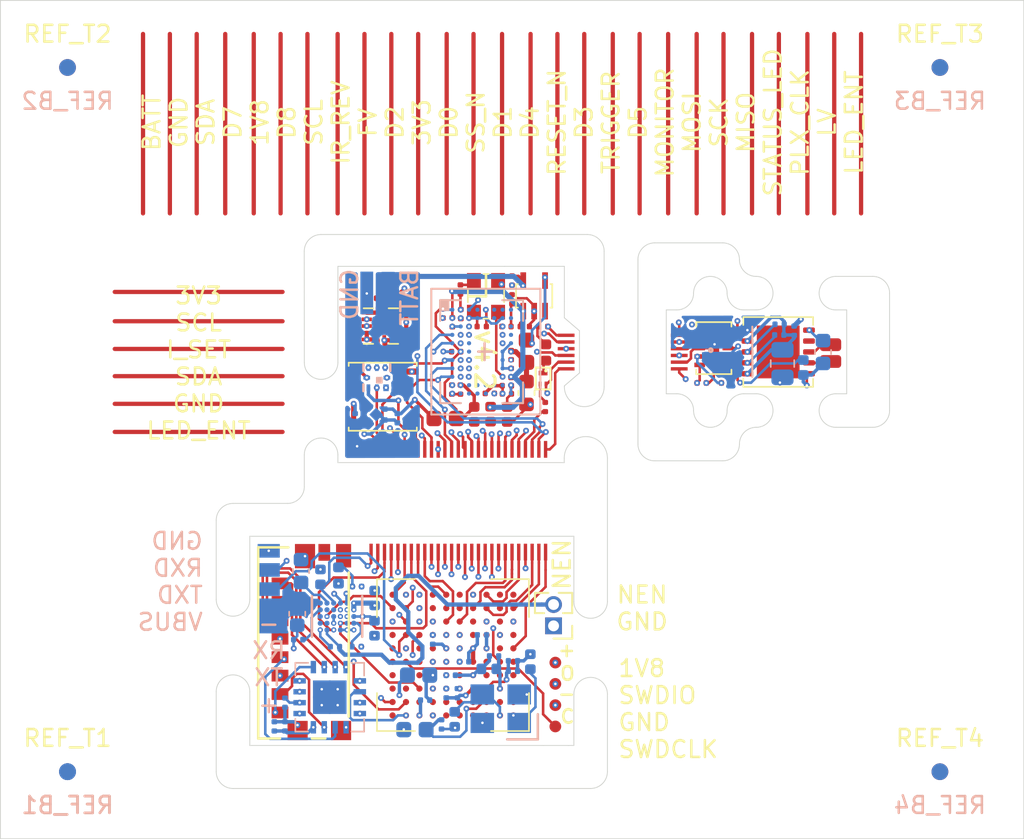
<source format=kicad_pcb>
(kicad_pcb (version 20171130) (host pcbnew "(5.1.5)-3")
  (layers (0 F.Cu signal) (1 In1.Cu signal) (2 In2.Cu signal) (3 In3.Cu signal) (4 In4.Cu signal) (31 B.Cu signal) (34 B.Paste user hide) (35 F.Paste user) (36 B.SilkS user) (37 F.SilkS user) (38 B.Mask user hide) (39 F.Mask user hide) (44 Edge.Cuts user))
  (net 0 "")
  (net 1 GND)
  (net 2 +1V8)
  (net 3 +1V2)
  (net 4 +BATT)
  (net 5 +3V3)
  (net 6 "Net-(D1-PadA)")
  (net 7 "Net-(Q1-Pad1)")
  (net 8 "Net-(R6-Pad1)")
  (net 9 "Net-(U6-PadH4)")
  (net 10 "Net-(U6-PadH3)")
  (net 11 "Net-(U6-PadH2)")
  (net 12 "Net-(U6-PadH1)")
  (net 13 "Net-(U6-PadG1)")
  (net 14 "Net-(U6-PadF10)")
  (net 15 "Net-(U6-PadF1)")
  (net 16 "Net-(U6-PadE11)")
  (net 17 "Net-(U6-PadE10)")
  (net 18 "Net-(U6-PadD11)")
  (net 19 "Net-(U6-PadD10)")
  (net 20 "Net-(U6-PadC11)")
  (net 21 "Net-(U6-PadC10)")
  (net 22 "Net-(U6-PadB11)")
  (net 23 VBUS)
  (net 24 "Net-(L3-Pad2)")
  (net 25 "Net-(JP1-Pad2)")
  (net 26 VS)
  (net 27 "Net-(U1-PadB1)")
  (net 28 "Net-(U1-PadB2)")
  (net 29 "Net-(U1-PadB5)")
  (net 30 "Net-(U1-PadC1)")
  (net 31 "Net-(U1-PadD2)")
  (net 32 "Net-(U1-PadD3)")
  (net 33 "Net-(C18-Pad2)")
  (net 34 "Net-(C19-Pad1)")
  (net 35 "Net-(C22-Pad1)")
  (net 36 "Net-(C26-Pad1)")
  (net 37 "Net-(C26-Pad2)")
  (net 38 "Net-(C27-Pad1)")
  (net 39 "Net-(C30-Pad1)")
  (net 40 "/CMOS Board/VDD_PIX")
  (net 41 "/CMOS Board/VREF_BOTPLATE")
  (net 42 "Net-(D2-Pad1)")
  (net 43 "Net-(D2-Pad2)")
  (net 44 "Net-(J5-PadG5)")
  (net 45 "Net-(J5-PadG4)")
  (net 46 "Net-(J5-PadP1)")
  (net 47 "Net-(J5-PadP2)")
  (net 48 "Net-(J5-PadP7)")
  (net 49 "Net-(J5-PadP3)")
  (net 50 "Net-(J5-PadP5)")
  (net 51 "Net-(J5-PadP8)")
  (net 52 "/CMOS Board/SDA_3V3")
  (net 53 "/CMOS Board/I_SET")
  (net 54 "/CMOS Board/SCL_3V3")
  (net 55 "/LED Board/EWL1")
  (net 56 "/LED Board/EWL2")
  (net 57 "Net-(L5-Pad1)")
  (net 58 "Net-(R2-Pad1)")
  (net 59 "Net-(R3-Pad2)")
  (net 60 "Net-(R9-Pad1)")
  (net 61 "Net-(U1-PadK7)")
  (net 62 "Net-(U1-PadK5)")
  (net 63 "Net-(U1-PadK2)")
  (net 64 "Net-(U1-PadK1)")
  (net 65 "Net-(U1-PadJ7)")
  (net 66 "Net-(U1-PadJ6)")
  (net 67 "Net-(U1-PadJ5)")
  (net 68 "Net-(U1-PadJ2)")
  (net 69 "Net-(U1-PadH4)")
  (net 70 "Net-(U1-PadH2)")
  (net 71 "Net-(U1-PadG10)")
  (net 72 "Net-(U1-PadG4)")
  (net 73 "Net-(U1-PadG3)")
  (net 74 "Net-(U1-PadG1)")
  (net 75 "Net-(U1-PadF10)")
  (net 76 "Net-(U1-PadF8)")
  (net 77 "Net-(U1-PadF7)")
  (net 78 "Net-(U1-PadF2)")
  (net 79 "Net-(U1-PadE10)")
  (net 80 "Net-(U1-PadE8)")
  (net 81 "Net-(U1-PadE3)")
  (net 82 "Net-(U1-PadE1)")
  (net 83 "Net-(U1-PadD10)")
  (net 84 "Net-(U1-PadD9)")
  (net 85 "Net-(U1-PadD8)")
  (net 86 "Net-(U1-PadD5)")
  (net 87 "Net-(U1-PadD1)")
  (net 88 "Net-(U1-PadC10)")
  (net 89 "Net-(U1-PadC9)")
  (net 90 "Net-(U1-PadB8)")
  (net 91 "Net-(U1-PadB7)")
  (net 92 "Net-(U1-PadB6)")
  (net 93 "Net-(U1-PadB4)")
  (net 94 "Net-(U1-PadA10)")
  (net 95 "Net-(U1-PadA6)")
  (net 96 "Net-(U1-PadA5)")
  (net 97 "Net-(U1-PadA4)")
  (net 98 "Net-(U1-PadA3)")
  (net 99 "Net-(U2-PadB1)")
  (net 100 "Net-(U2-PadB2)")
  (net 101 "Net-(U2-PadB5)")
  (net 102 "Net-(U2-PadC1)")
  (net 103 "Net-(U2-PadD2)")
  (net 104 "Net-(U2-PadD3)")
  (net 105 "Net-(U5-Pad9)")
  (net 106 "/CMOS Board/D9")
  (net 107 "/CMOS Board/D8")
  (net 108 "/CMOS Board/MONITOR1")
  (net 109 "/CMOS Board/MONITOR2")
  (net 110 "/CMOS Board/CLK_PLL")
  (net 111 "/CMOS Board/LOCK_DETECT")
  (net 112 "Net-(U7-Pad3)")
  (net 113 +3.3VP)
  (net 114 "/MCU Board/VDDUTMIC")
  (net 115 "/MCU Board/VDDPLL")
  (net 116 "/MCU Board/XIN")
  (net 117 "/MCU Board/XOUT")
  (net 118 "/MCU Board/BST")
  (net 119 "/LED Board/LED_ENT")
  (net 120 "/CMOS Board/LV")
  (net 121 "/CMOS Board/PXL_CLK")
  (net 122 "/CMOS Board/MISO")
  (net 123 "/CMOS Board/MOSI")
  (net 124 "/CMOS Board/STATUS_LED")
  (net 125 "/CMOS Board/MONITOR0")
  (net 126 "/CMOS Board/D5")
  (net 127 "/CMOS Board/TRIGGER0")
  (net 128 "/CMOS Board/D3")
  (net 129 "/CMOS Board/RESET_N")
  (net 130 "/CMOS Board/D4")
  (net 131 "/CMOS Board/SCK")
  (net 132 "/CMOS Board/SDA")
  (net 133 "/CMOS Board/D7")
  (net 134 "/CMOS Board/D6")
  (net 135 "/CMOS Board/SCL")
  (net 136 "/CMOS Board/IR_REV")
  (net 137 "/CMOS Board/FV")
  (net 138 "/CMOS Board/D2")
  (net 139 "/CMOS Board/D0")
  (net 140 "/CMOS Board/SS_N")
  (net 141 "/CMOS Board/D1")
  (net 142 "/MCU Board/RXD2")
  (net 143 "/MCU Board/TXD2")
  (net 144 "/MCU Board/SWDIO")
  (net 145 "/MCU Board/SWDCLK")
  (net 146 "/CMOS Board/LED_ENT")
  (net 147 "/MCU Board/SD2")
  (net 148 "/MCU Board/V_INT")
  (net 149 "/MCU Board/SD3")
  (net 150 "/MCU Board/SDCLKA")
  (net 151 "/MCU Board/SD0")
  (net 152 "/MCU Board/SDCMDA")
  (net 153 "/MCU Board/SD1")
  (module .Connector:B2B_Flex_6_Single_Row_200x1000_Pad_400P (layer F.Cu) (at 148.46046 91.9734 90)
    (fp_text reference J10 hide)
    (fp_text value Conn_01x06)
    (pad 6 smd rect (at 2 0 90) (size 0.2 1) (layers F.Cu F.Paste F.Mask) (net 5 +3V3))
    (pad 5 smd rect (at 1.6 0 90) (size 0.2 1) (layers F.Cu F.Paste F.Mask) (net 54 "/CMOS Board/SCL_3V3"))
    (pad 4 smd rect (at 1.2 0 90) (size 0.2 1) (layers F.Cu F.Paste F.Mask) (net 53 "/CMOS Board/I_SET"))
    (pad 3 smd rect (at 0.8 0 90) (size 0.2 1) (layers F.Cu F.Paste F.Mask) (net 52 "/CMOS Board/SDA_3V3"))
    (pad 2 smd rect (at 0.4 0 90) (size 0.2 1) (layers F.Cu F.Paste F.Mask) (net 1 GND))
    (pad 1 smd rect (at 0 0 90) (size 0.2 1) (layers F.Cu F.Paste F.Mask) (net 119 "/LED Board/LED_ENT"))
  )
  (module .Connector:B2B_Flex_6_Single_Row_200x1000_Pad_400P (layer F.Cu) (at 141.7193 91.97208 90)
    (fp_text reference J14 hide)
    (fp_text value Conn_01x06)
    (pad 6 smd rect (at 2 0 90) (size 0.2 1) (layers F.Cu F.Paste F.Mask) (net 5 +3V3))
    (pad 5 smd rect (at 1.6 0 90) (size 0.2 1) (layers F.Cu F.Paste F.Mask) (net 54 "/CMOS Board/SCL_3V3"))
    (pad 4 smd rect (at 1.2 0 90) (size 0.2 1) (layers F.Cu F.Paste F.Mask) (net 53 "/CMOS Board/I_SET"))
    (pad 3 smd rect (at 0.8 0 90) (size 0.2 1) (layers F.Cu F.Paste F.Mask) (net 52 "/CMOS Board/SDA_3V3"))
    (pad 2 smd rect (at 0.4 0 90) (size 0.2 1) (layers F.Cu F.Paste F.Mask) (net 1 GND))
    (pad 1 smd rect (at 0 0 90) (size 0.2 1) (layers F.Cu F.Paste F.Mask) (net 146 "/CMOS Board/LED_ENT"))
  )
  (module .Connector:Conn_1x1_100x100_Pad (layer F.Cu) (at 141.8472 95.905 180)
    (fp_text reference HOLE hide)
    (fp_text value Conn_1x1_250x750_Pad hide)
    (pad "" np_thru_hole circle (at 0 0 180) (size 0.5 0.5) (drill 0.5) (layers *.Cu *.Mask))
  )
  (module .Connector:Conn_1x1_100x100_Pad (layer F.Cu) (at 143.87262 95.85 180)
    (fp_text reference HOLE hide)
    (fp_text value Conn_1x1_250x750_Pad hide)
    (pad "" np_thru_hole circle (at 0 0 180) (size 0.5 0.5) (drill 0.5) (layers *.Cu *.Mask))
  )
  (module .Connector:Conn_1x1_100x100_Pad (layer F.Cu) (at 141.8472 95.16 180)
    (fp_text reference HOLE hide)
    (fp_text value Conn_1x1_250x750_Pad hide)
    (pad "" np_thru_hole circle (at 0 0 180) (size 0.5 0.5) (drill 0.5) (layers *.Cu *.Mask))
  )
  (module .Connector:Conn_1x1_100x100_Pad (layer F.Cu) (at 141.8472 94.41 180)
    (fp_text reference HOLE hide)
    (fp_text value Conn_1x1_250x750_Pad hide)
    (pad "" np_thru_hole circle (at 0 0 180) (size 0.5 0.5) (drill 0.5) (layers *.Cu *.Mask))
  )
  (module .Connector:Conn_1x1_100x100_Pad (layer F.Cu) (at 143.87262 94.35 180)
    (fp_text reference HOLE hide)
    (fp_text value Conn_1x1_250x750_Pad hide)
    (pad "" np_thru_hole circle (at 0 0 180) (size 0.5 0.5) (drill 0.5) (layers *.Cu *.Mask))
  )
  (module .Connector:Conn_1x1_100x100_Pad (layer F.Cu) (at 143.87008 95.1 180)
    (fp_text reference HOLE hide)
    (fp_text value Conn_1x1_250x750_Pad hide)
    (pad "" np_thru_hole circle (at 0 0 180) (size 0.5 0.5) (drill 0.5) (layers *.Cu *.Mask))
  )
  (module .Connector:Conn_1x1_100x100_Pad (layer F.Cu) (at 126.4322 93.605 180)
    (fp_text reference HOLE hide)
    (fp_text value Conn_1x1_250x750_Pad hide)
    (pad "" np_thru_hole circle (at 0 0 180) (size 0.5 0.5) (drill 0.5) (layers *.Cu *.Mask))
  )
  (module .Connector:Conn_1x1_100x100_Pad (layer F.Cu) (at 126.42966 95.105 180)
    (fp_text reference HOLE hide)
    (fp_text value Conn_1x1_250x750_Pad hide)
    (pad "" np_thru_hole circle (at 0 0 180) (size 0.5 0.5) (drill 0.5) (layers *.Cu *.Mask))
  )
  (module .Connector:Conn_1x1_100x100_Pad (layer F.Cu) (at 126.4322 95.855 180)
    (fp_text reference HOLE hide)
    (fp_text value Conn_1x1_250x750_Pad hide)
    (pad "" np_thru_hole circle (at 0 0 180) (size 0.5 0.5) (drill 0.5) (layers *.Cu *.Mask))
  )
  (module .Connector:Conn_1x1_100x100_Pad (layer F.Cu) (at 127.83762 94.345 180)
    (fp_text reference HOLE hide)
    (fp_text value Conn_1x1_250x750_Pad hide)
    (pad "" np_thru_hole circle (at 0 0 180) (size 0.5 0.5) (drill 0.5) (layers *.Cu *.Mask))
  )
  (module .Connector:Conn_1x1_100x100_Pad (layer F.Cu) (at 127.83762 92.845 180)
    (fp_text reference HOLE hide)
    (fp_text value Conn_1x1_250x750_Pad hide)
    (pad "" np_thru_hole circle (at 0 0 180) (size 0.5 0.5) (drill 0.5) (layers *.Cu *.Mask))
  )
  (module .Connector:Conn_1x1_100x100_Pad (layer F.Cu) (at 127.83762 95.095 180)
    (fp_text reference HOLE hide)
    (fp_text value Conn_1x1_250x750_Pad hide)
    (pad "" np_thru_hole circle (at 0 0 180) (size 0.5 0.5) (drill 0.5) (layers *.Cu *.Mask))
  )
  (module .Connector:Conn_1x1_100x100_Pad (layer F.Cu) (at 127.83508 93.595 180)
    (fp_text reference HOLE hide)
    (fp_text value Conn_1x1_250x750_Pad hide)
    (pad "" np_thru_hole circle (at 0 0 180) (size 0.5 0.5) (drill 0.5) (layers *.Cu *.Mask))
  )
  (module .Connector:Conn_1x1_100x100_Pad (layer F.Cu) (at 127.83762 95.845 180)
    (fp_text reference HOLE hide)
    (fp_text value Conn_1x1_250x750_Pad hide)
    (pad "" np_thru_hole circle (at 0 0 180) (size 0.5 0.5) (drill 0.5) (layers *.Cu *.Mask))
  )
  (module .Connector:Conn_1x1_100x100_Pad (layer F.Cu) (at 126.4322 94.355 180)
    (fp_text reference HOLE hide)
    (fp_text value Conn_1x1_250x750_Pad hide)
    (pad "" np_thru_hole circle (at 0 0 180) (size 0.5 0.5) (drill 0.5) (layers *.Cu *.Mask))
  )
  (module .Connector:Conn_1x1_100x100_Pad (layer F.Cu) (at 126.4322 92.855 180)
    (fp_text reference HOLE hide)
    (fp_text value Conn_1x1_250x750_Pad hide)
    (pad "" np_thru_hole circle (at 0 0 180) (size 0.5 0.5) (drill 0.5) (layers *.Cu *.Mask))
  )
  (module .Package_BGA:MAX77651AEWV&plus_ (layer B.Cu) (at 128.06492 106.7449)
    (fp_text reference U2 hide)
    (fp_text value MAX77650CEWV+T hide)
    (pad A1 smd circle (at -1 0.8) (size 0.3048 0.3048) (layers B.Cu B.Paste B.Mask) (net 26 VS))
    (pad A2 smd circle (at -0.6 0.8) (size 0.3048 0.3048) (layers B.Cu B.Paste B.Mask) (net 25 "Net-(JP1-Pad2)"))
    (pad A3 smd circle (at -0.2 0.8) (size 0.3048 0.3048) (layers B.Cu B.Paste B.Mask) (net 132 "/CMOS Board/SDA"))
    (pad A4 smd circle (at 0.2 0.8) (size 0.3048 0.3048) (layers B.Cu B.Paste B.Mask) (net 1 GND))
    (pad A5 smd circle (at 0.6 0.8) (size 0.3048 0.3048) (layers B.Cu B.Paste B.Mask) (net 1 GND))
    (pad A6 smd circle (at 1 0.8) (size 0.3048 0.3048) (layers B.Cu B.Paste B.Mask) (net 1 GND))
    (pad B1 smd circle (at -1 0.4) (size 0.3048 0.3048) (layers B.Cu B.Paste B.Mask) (net 99 "Net-(U2-PadB1)"))
    (pad B2 smd circle (at -0.6 0.4) (size 0.3048 0.3048) (layers B.Cu B.Paste B.Mask) (net 100 "Net-(U2-PadB2)"))
    (pad B3 smd circle (at -0.2 0.4) (size 0.3048 0.3048) (layers B.Cu B.Paste B.Mask) (net 1 GND))
    (pad B4 smd circle (at 0.2 0.4) (size 0.3048 0.3048) (layers B.Cu B.Paste B.Mask) (net 135 "/CMOS Board/SCL"))
    (pad B5 smd circle (at 0.6 0.4) (size 0.3048 0.3048) (layers B.Cu B.Paste B.Mask) (net 101 "Net-(U2-PadB5)"))
    (pad B6 smd circle (at 1 0.4) (size 0.3048 0.3048) (layers B.Cu B.Paste B.Mask) (net 58 "Net-(R2-Pad1)"))
    (pad C1 smd circle (at -1 0) (size 0.3048 0.3048) (layers B.Cu B.Paste B.Mask) (net 102 "Net-(U2-PadC1)"))
    (pad C2 smd circle (at -0.6 0) (size 0.3048 0.3048) (layers B.Cu B.Paste B.Mask) (net 148 "/MCU Board/V_INT"))
    (pad C3 smd circle (at -0.2 0) (size 0.3048 0.3048) (layers B.Cu B.Paste B.Mask) (net 1 GND))
    (pad C4 smd circle (at 0.2 0) (size 0.3048 0.3048) (layers B.Cu B.Paste B.Mask) (net 2 +1V8))
    (pad C5 smd circle (at 0.6 0) (size 0.3048 0.3048) (layers B.Cu B.Paste B.Mask) (net 33 "Net-(C18-Pad2)"))
    (pad C6 smd circle (at 1 0) (size 0.3048 0.3048) (layers B.Cu B.Paste B.Mask) (net 2 +1V8))
    (pad D1 smd circle (at -1 -0.4) (size 0.3048 0.3048) (layers B.Cu B.Paste B.Mask) (net 34 "Net-(C19-Pad1)"))
    (pad D2 smd circle (at -0.6 -0.4) (size 0.3048 0.3048) (layers B.Cu B.Paste B.Mask) (net 103 "Net-(U2-PadD2)"))
    (pad D3 smd circle (at -0.2 -0.4) (size 0.3048 0.3048) (layers B.Cu B.Paste B.Mask) (net 104 "Net-(U2-PadD3)"))
    (pad D4 smd circle (at 0.2 -0.4) (size 0.3048 0.3048) (layers B.Cu B.Paste B.Mask) (net 24 "Net-(L3-Pad2)"))
    (pad D5 smd circle (at 0.6 -0.4) (size 0.3048 0.3048) (layers B.Cu B.Paste B.Mask) (net 118 "/MCU Board/BST"))
    (pad D6 smd circle (at 1 -0.4) (size 0.3048 0.3048) (layers B.Cu B.Paste B.Mask) (net 5 +3V3))
    (pad E1 smd circle (at -1 -0.8) (size 0.3048 0.3048) (layers B.Cu B.Paste B.Mask) (net 23 VBUS))
    (pad E2 smd circle (at -0.6 -0.8) (size 0.3048 0.3048) (layers B.Cu B.Paste B.Mask) (net 35 "Net-(C22-Pad1)"))
    (pad E3 smd circle (at -0.2 -0.8) (size 0.3048 0.3048) (layers B.Cu B.Paste B.Mask) (net 4 +BATT))
    (pad E4 smd circle (at 0.2 -0.8) (size 0.3048 0.3048) (layers B.Cu B.Paste B.Mask) (net 26 VS))
    (pad E5 smd circle (at 0.6 -0.8) (size 0.3048 0.3048) (layers B.Cu B.Paste B.Mask) (net 1 GND))
    (pad E6 smd circle (at 1 -0.8) (size 0.3048 0.3048) (layers B.Cu B.Paste B.Mask) (net 5 +3V3))
  )
  (module .Package_QFN:VREG_TLV74233PDQNR (layer B.Cu) (at 130.4 94.7 180)
    (fp_text reference U12 hide)
    (fp_text value TLV74233PDQNR)
    (pad 5 smd rect (at 0 0 135) (size 0.58 0.58) (layers B.Cu) (net 1 GND))
    (pad 4 smd custom (at 0.51 0.325 180) (size 0.2 0.2) (layers B.Cu) (net 4 +BATT) (options (clearance outline) (anchor rect)) (primitives (gr_poly (pts (xy -0.105 -0.155) (xy 0.15 -0.155) (xy 0.15 0.155) (xy -0.31 0.155) (xy -0.31 0.05)) (width 0.01))))
    (pad 3 smd custom (at 0.51 -0.325 180) (size 0.2 0.2) (layers B.Cu) (net 4 +BATT) (options (clearance outline) (anchor rect)) (primitives (gr_poly (pts (xy -0.105 0.155) (xy 0.15 0.155) (xy 0.15 -0.155) (xy -0.31 -0.155) (xy -0.31 -0.05)) (width 0.01))))
    (pad 2 smd custom (at -0.51 -0.325 180) (size 0.2 0.2) (layers B.Cu) (net 1 GND) (options (clearance outline) (anchor rect)) (primitives (gr_poly (pts (xy 0.105 0.155) (xy -0.15 0.155) (xy -0.15 -0.155) (xy 0.31 -0.155) (xy 0.31 -0.05)) (width 0.01))))
    (pad 1 smd custom (at -0.51 0.325 180) (size 0.2 0.2) (layers B.Cu) (net 113 +3.3VP) (options (clearance outline) (anchor rect)) (primitives (gr_poly (pts (xy 0.105 -0.155) (xy -0.15 -0.155) (xy -0.15 0.155) (xy 0.31 0.155) (xy 0.31 0.05)) (width 0.01))))
  )
  (module .Capacitor:C_0201_0603Metric_L (layer B.Cu) (at 129.14 94.915 90)
    (fp_text reference C52)
    (fp_text value CL03A105KP3NSNC)
    (pad 2 smd roundrect (at 0.275 0 90) (size 0.31 0.34) (layers B.Cu B.Paste B.Mask) (net 1 GND))
    (pad 1 smd roundrect (at -0.275 0 90) (size 0.31 0.34) (layers B.Cu B.Paste B.Mask) (net 4 +BATT))
  )
  (module .Capacitor:C_0201_0603Metric_L (layer B.Cu) (at 131.66 94.92 270)
    (fp_text reference C51)
    (fp_text value CL03A105KP3NSNC)
    (pad 2 smd roundrect (at 0.275 0 270) (size 0.31 0.34) (layers B.Cu B.Paste B.Mask) (net 1 GND))
    (pad 1 smd roundrect (at -0.275 0 270) (size 0.31 0.34) (layers B.Cu B.Paste B.Mask) (net 113 +3.3VP))
  )
  (module Connector_PinHeader_1.27mm:PinHeader_1x02_P1.27mm_Vertical (layer F.Cu) (at 140.97 107.30116 180)
    (fp_text reference NEN (at -0.5 3.66116 90) (layer F.SilkS))
    (fp_text value Jumper_2_Bridged)
    (pad 2 thru_hole oval (at 0 1.27 180) (size 1 1) (drill 0.65) (layers *.Cu *.Mask) (net 25 "Net-(JP1-Pad2)"))
    (pad 1 thru_hole rect (at 0 0 180) (size 1 1) (drill 0.65) (layers *.Cu *.Mask) (net 1 GND))
  )
  (module .Package_SON:SON11P65_400X400X80L40X30T315X255L (layer F.Cu) (at 154.35994 90.96554 270)
    (fp_text reference U5 hide)
    (fp_text value HV892)
    (pad 11 smd rect (at 0 0) (size 2.55 3.15) (layers F.Cu F.Mask))
    (pad 10 smd roundrect (at -1.3 -1.835) (size 0.7 0.32) (layers F.Cu F.Paste F.Mask) (net 39 "Net-(C30-Pad1)"))
    (pad 9 smd roundrect (at -0.65 -1.835) (size 0.7 0.32) (layers F.Cu F.Paste F.Mask) (net 105 "Net-(U5-Pad9)"))
    (pad 8 smd roundrect (at 0 -1.835) (size 0.7 0.32) (layers F.Cu F.Paste F.Mask) (net 55 "/LED Board/EWL1"))
    (pad 7 smd roundrect (at 0.65 -1.835) (size 0.7 0.32) (layers F.Cu F.Paste F.Mask) (net 56 "/LED Board/EWL2"))
    (pad 6 smd roundrect (at 1.3 -1.835) (size 0.7 0.32) (layers F.Cu F.Paste F.Mask) (net 1 GND))
    (pad 5 smd roundrect (at 1.3 1.835) (size 0.7 0.32) (layers F.Cu F.Paste F.Mask) (net 5 +3V3))
    (pad 4 smd roundrect (at 0.65 1.835) (size 0.7 0.32) (layers F.Cu F.Paste F.Mask) (net 52 "/CMOS Board/SDA_3V3"))
    (pad 3 smd roundrect (at 0 1.835) (size 0.7 0.32) (layers F.Cu F.Paste F.Mask) (net 54 "/CMOS Board/SCL_3V3"))
    (pad 2 smd roundrect (at -0.65 1.835) (size 0.7 0.32) (layers F.Cu F.Paste F.Mask) (net 5 +3V3))
    (pad 1 smd roundrect (at -1.3 1.835) (size 0.7 0.32) (layers F.Cu F.Paste F.Mask) (net 1 GND))
  )
  (module .Capacitor:C_0201_0603Metric_L (layer B.Cu) (at 133.77 108.12 270)
    (fp_text reference C6)
    (fp_text value GRM033R61A104ME15D)
    (pad 2 smd roundrect (at 0.275 0 270) (size 0.31 0.34) (layers B.Cu B.Paste B.Mask) (net 1 GND))
    (pad 1 smd roundrect (at -0.275 0 270) (size 0.31 0.34) (layers B.Cu B.Paste B.Mask) (net 2 +1V8))
  )
  (module .Capacitor:C_0603_1608Metric_L (layer B.Cu) (at 157.0314 90.96988 270)
    (fp_text reference C30)
    (fp_text value "CL10B472KC8WPJC ")
    (pad 2 smd roundrect (at 0.68 0 270) (size 0.81 0.87) (layers B.Cu B.Paste B.Mask) (net 1 GND))
    (pad 1 smd roundrect (at -0.68 0 270) (size 0.81 0.87) (layers B.Cu B.Paste B.Mask) (net 39 "Net-(C30-Pad1)"))
  )
  (module .Capacitor:C_0201_0603Metric_L (layer B.Cu) (at 138.55024 109.38738)
    (fp_text reference C13)
    (fp_text value GRM033R60J105MEA2D)
    (pad 2 smd roundrect (at 0.275 0) (size 0.31 0.34) (layers B.Cu B.Paste B.Mask) (net 1 GND))
    (pad 1 smd roundrect (at -0.275 0) (size 0.31 0.34) (layers B.Cu B.Paste B.Mask) (net 3 +1V2))
  )
  (module .Capacitor:C_0603_1608Metric_L (layer B.Cu) (at 125.6919 106.58234 270)
    (fp_text reference C15)
    (fp_text value GRM188R61E475KE11D)
    (pad 2 smd roundrect (at 0.68 0 270) (size 0.81 0.87) (layers B.Cu B.Paste B.Mask) (net 1 GND))
    (pad 1 smd roundrect (at -0.68 0 270) (size 0.81 0.87) (layers B.Cu B.Paste B.Mask) (net 23 VBUS))
  )
  (module .Capacitor:C_0201_0603Metric_L (layer B.Cu) (at 133.3135 111.73092 180)
    (fp_text reference C7)
    (fp_text value GRM033R61A104ME15D)
    (pad 2 smd roundrect (at 0.275 0 180) (size 0.31 0.34) (layers B.Cu B.Paste B.Mask) (net 1 GND))
    (pad 1 smd roundrect (at -0.275 0 180) (size 0.31 0.34) (layers B.Cu B.Paste B.Mask) (net 115 "/MCU Board/VDDPLL"))
  )
  (module .Capacitor:C_0201_0603Metric_L (layer F.Cu) (at 138.18792 92.98078 180)
    (fp_text reference C37)
    (fp_text value GRM033R61A104ME15D hide)
    (pad 1 smd roundrect (at -0.275 0 180) (size 0.31 0.34) (layers F.Cu F.Paste F.Mask) (net 5 +3V3))
    (pad 2 smd roundrect (at 0.275 0 180) (size 0.31 0.34) (layers F.Cu F.Paste F.Mask) (net 1 GND))
  )
  (module .Capacitor:C_0201_0603Metric_L (layer B.Cu) (at 134.57514 111.31778 270)
    (fp_text reference C14)
    (fp_text value GRM033R61A104ME15D)
    (pad 2 smd roundrect (at 0.275 0 270) (size 0.31 0.34) (layers B.Cu B.Paste B.Mask) (net 1 GND))
    (pad 1 smd roundrect (at -0.275 0 270) (size 0.31 0.34) (layers B.Cu B.Paste B.Mask) (net 3 +1V2))
  )
  (module .Capacitor:C_0402_1005Metric_L (layer B.Cu) (at 127.0762 104.3827 90)
    (fp_text reference C16)
    (fp_text value GRM155R60J475ME87D)
    (pad 2 smd roundrect (at 0.445 0 90) (size 0.58 0.63) (layers B.Cu B.Paste B.Mask) (net 1 GND))
    (pad 1 smd roundrect (at -0.445 0 90) (size 0.58 0.63) (layers B.Cu B.Paste B.Mask) (net 4 +BATT))
  )
  (module .Capacitor:C_0402_1005Metric_L (layer F.Cu) (at 138.20648 94.6917 270)
    (fp_text reference C43)
    (fp_text value GRM155R60J106ME15D hide)
    (pad 1 smd roundrect (at -0.445 0 270) (size 0.58 0.63) (layers F.Cu F.Paste F.Mask) (net 5 +3V3))
    (pad 2 smd roundrect (at 0.445 0 270) (size 0.58 0.63) (layers F.Cu F.Paste F.Mask) (net 1 GND))
  )
  (module .Capacitor:C_0402_1005Metric_L (layer B.Cu) (at 137.1126 109.86744 180)
    (fp_text reference C5)
    (fp_text value GRM155R60J475ME87D)
    (pad 2 smd roundrect (at 0.445 0 180) (size 0.58 0.63) (layers B.Cu B.Paste B.Mask) (net 1 GND))
    (pad 1 smd roundrect (at -0.445 0 180) (size 0.58 0.63) (layers B.Cu B.Paste B.Mask) (net 2 +1V8))
  )
  (module .Capacitor:C_0201_0603Metric_L (layer F.Cu) (at 135.16532 90.94878 180)
    (fp_text reference C38)
    (fp_text value GRM033R61A104ME15D hide)
    (pad 1 smd roundrect (at -0.275 0 180) (size 0.31 0.34) (layers F.Cu F.Paste F.Mask) (net 40 "/CMOS Board/VDD_PIX"))
    (pad 2 smd roundrect (at 0.275 0 180) (size 0.31 0.34) (layers F.Cu F.Paste F.Mask) (net 1 GND))
  )
  (module .Capacitor:C_0201_0603Metric_L (layer B.Cu) (at 124.96124 111.88234 270)
    (fp_text reference C17)
    (fp_text value GRM033R61A104ME15D)
    (pad 2 smd roundrect (at 0.275 0 270) (size 0.31 0.34) (layers B.Cu B.Paste B.Mask) (net 1 GND))
    (pad 1 smd roundrect (at -0.275 0 270) (size 0.31 0.34) (layers B.Cu B.Paste B.Mask) (net 2 +1V8))
  )
  (module .Capacitor:C_0402_1005Metric_L (layer F.Cu) (at 136.24052 94.68662 270)
    (fp_text reference C44)
    (fp_text value GRM155R60J106ME15D hide)
    (pad 2 smd roundrect (at 0.445 0 270) (size 0.58 0.63) (layers F.Cu F.Paste F.Mask) (net 1 GND))
    (pad 1 smd roundrect (at -0.445 0 270) (size 0.58 0.63) (layers F.Cu F.Paste F.Mask) (net 40 "/CMOS Board/VDD_PIX"))
  )
  (module .Capacitor:C_0402_1005Metric_L (layer B.Cu) (at 139.58656 109.43818 270)
    (fp_text reference C8)
    (fp_text value GRM1555C1H120JA01D)
    (pad 2 smd roundrect (at 0.445 0 270) (size 0.58 0.63) (layers B.Cu B.Paste B.Mask) (net 116 "/MCU Board/XIN"))
    (pad 1 smd roundrect (at -0.445 0 270) (size 0.58 0.63) (layers B.Cu B.Paste B.Mask) (net 1 GND))
  )
  (module .Capacitor:C_0402_1005Metric_L (layer B.Cu) (at 135.07806 112.8748 90)
    (fp_text reference C10)
    (fp_text value GRM1555C1H120JA01D)
    (pad 2 smd roundrect (at 0.445 0 90) (size 0.58 0.63) (layers B.Cu B.Paste B.Mask) (net 117 "/MCU Board/XOUT"))
    (pad 1 smd roundrect (at -0.445 0 90) (size 0.58 0.63) (layers B.Cu B.Paste B.Mask) (net 1 GND))
  )
  (module .Capacitor:C_0201_0603Metric_L (layer F.Cu) (at 134.93672 89.19618 270)
    (fp_text reference C42)
    (fp_text value GRM033R61A104ME15D hide)
    (pad 1 smd roundrect (at -0.275 0 270) (size 0.31 0.34) (layers F.Cu F.Paste F.Mask) (net 2 +1V8))
    (pad 2 smd roundrect (at 0.275 0 270) (size 0.31 0.34) (layers F.Cu F.Paste F.Mask) (net 1 GND))
  )
  (module .Capacitor:C_0201_0603Metric_L (layer B.Cu) (at 125.75032 108.12412 180)
    (fp_text reference C19)
    (fp_text value CL03A105KP3NSNC)
    (pad 2 smd roundrect (at 0.275 0 180) (size 0.31 0.34) (layers B.Cu B.Paste B.Mask) (net 1 GND))
    (pad 1 smd roundrect (at -0.275 0 180) (size 0.31 0.34) (layers B.Cu B.Paste B.Mask) (net 34 "Net-(C19-Pad1)"))
  )
  (module .Capacitor:C_0201_0603Metric_L (layer F.Cu) (at 138.44192 91.15198 270)
    (fp_text reference C36)
    (fp_text value GRM033R61A104ME15D hide)
    (pad 1 smd roundrect (at -0.275 0 270) (size 0.31 0.34) (layers F.Cu F.Paste F.Mask) (net 41 "/CMOS Board/VREF_BOTPLATE"))
    (pad 2 smd roundrect (at 0.275 0 270) (size 0.31 0.34) (layers F.Cu F.Paste F.Mask) (net 1 GND))
  )
  (module .Capacitor:C_0603_1608Metric_L (layer B.Cu) (at 125.91796 104.03218 90)
    (fp_text reference C22)
    (fp_text value CL10A226KQ8NRNE)
    (pad 2 smd roundrect (at 0.68 0 90) (size 0.81 0.87) (layers B.Cu B.Paste B.Mask) (net 1 GND))
    (pad 1 smd roundrect (at -0.68 0 90) (size 0.81 0.87) (layers B.Cu B.Paste B.Mask) (net 35 "Net-(C22-Pad1)"))
  )
  (module .Capacitor:C_0402_1005Metric_L (layer B.Cu) (at 130.30708 105.6405 90)
    (fp_text reference C23)
    (fp_text value GRM155R60J106ME15D)
    (pad 2 smd roundrect (at 0.445 0 90) (size 0.58 0.63) (layers B.Cu B.Paste B.Mask) (net 1 GND))
    (pad 1 smd roundrect (at -0.445 0 90) (size 0.58 0.63) (layers B.Cu B.Paste B.Mask) (net 5 +3V3))
  )
  (module .Capacitor:C_0603_1608Metric_L (layer F.Cu) (at 139.35632 93.41258 270)
    (fp_text reference C49)
    (fp_text value GRM188R61E475KE11D hide)
    (pad 2 smd roundrect (at 0.68 0 270) (size 0.81 0.87) (layers F.Cu F.Paste F.Mask) (net 1 GND))
    (pad 1 smd roundrect (at -0.68 0 270) (size 0.81 0.87) (layers F.Cu F.Paste F.Mask) (net 41 "/CMOS Board/VREF_BOTPLATE"))
  )
  (module .Capacitor:C_0201_0603Metric_L (layer F.Cu) (at 138.49272 87.82458 270)
    (fp_text reference C31)
    (fp_text value GRM033R61A104ME15D hide)
    (pad 1 smd roundrect (at -0.275 0 270) (size 0.31 0.34) (layers F.Cu F.Paste F.Mask) (net 5 +3V3))
    (pad 2 smd roundrect (at 0.275 0 270) (size 0.31 0.34) (layers F.Cu F.Paste F.Mask) (net 1 GND))
  )
  (module .Capacitor:C_0805_2012Metric_L (layer B.Cu) (at 154.61534 91.65854 270)
    (fp_text reference C28)
    (fp_text value "GRM21BR61A476ME15L " hide)
    (pad 2 smd roundrect (at 0.82 0 270) (size 0.93 1.32) (layers B.Cu B.Paste B.Mask) (net 1 GND))
    (pad 1 smd roundrect (at -0.82 0 270) (size 0.93 1.32) (layers B.Cu B.Paste B.Mask) (net 5 +3V3))
  )
  (module .Connector:0475710001 (layer F.Cu) (at 124.66478 108.619441 90)
    (fp_text reference J5 hide)
    (fp_text value 0475710001)
    (pad G5 smd rect (at 5.5 3.79 90) (size 1.4 0.9) (layers F.Cu F.Paste F.Mask) (net 44 "Net-(J5-PadG5)"))
    (pad G4 smd rect (at 5.7 2.64 90) (size 1 0.7) (layers F.Cu F.Paste F.Mask) (net 45 "Net-(J5-PadG4)"))
    (pad G3 smd rect (at 5.475 1.49 90) (size 1.45 1.2) (layers F.Cu F.Paste F.Mask) (net 1 GND))
    (pad P1 smd rect (at 3.85 0 90) (size 0.7 1) (layers F.Cu F.Paste F.Mask) (net 46 "Net-(J5-PadP1)"))
    (pad P2 smd rect (at 2.75 0 90) (size 0.7 1) (layers F.Cu F.Paste F.Mask) (net 47 "Net-(J5-PadP2)"))
    (pad P7 smd rect (at -2.75 0 90) (size 0.7 1) (layers F.Cu F.Paste F.Mask) (net 48 "Net-(J5-PadP7)"))
    (pad P6 smd rect (at -1.65 0 90) (size 0.7 1) (layers F.Cu F.Paste F.Mask) (net 1 GND))
    (pad P3 smd rect (at 1.65 0 90) (size 0.7 1) (layers F.Cu F.Paste F.Mask) (net 49 "Net-(J5-PadP3)"))
    (pad P4 smd rect (at 0.55 0 90) (size 0.7 1) (layers F.Cu F.Paste F.Mask) (net 5 +3V3))
    (pad P5 smd rect (at -0.55 0 90) (size 0.7 1) (layers F.Cu F.Paste F.Mask) (net 50 "Net-(J5-PadP5)"))
    (pad P8 smd rect (at -3.85 0 90) (size 0.7 1) (layers F.Cu F.Paste F.Mask) (net 51 "Net-(J5-PadP8)"))
    (pad G1 smd rect (at -4.925 1.05 90) (size 1.15 1.2) (layers F.Cu F.Paste F.Mask) (net 1 GND))
    (pad G2 smd rect (at -4.925 3.64 90) (size 1.15 1.2) (layers F.Cu F.Paste F.Mask) (net 1 GND))
  )
  (module .Connector:1x4_USB (layer B.Cu) (at 123.99238 104.54018 90)
    (fp_text reference J4 hide)
    (fp_text value Conn_01x04)
    (pad 3 smd rect (at 0.5715 0 90) (size 0.8128 1.3208) (layers B.Cu B.Paste B.Mask) (net 142 "/MCU Board/RXD2"))
    (pad 4 smd rect (at 1.7145 0 90) (size 0.8128 1.3208) (layers B.Cu B.Paste B.Mask) (net 1 GND))
    (pad 2 smd rect (at -0.5715 0 90) (size 0.8128 1.3208) (layers B.Cu B.Paste B.Mask) (net 143 "/MCU Board/TXD2"))
    (pad 1 smd rect (at -1.7145 0 90) (size 0.8128 1.3208) (layers B.Cu B.Paste B.Mask) (net 23 VBUS))
  )
  (module .Connector:B2B_Flex_27_Single_Row_200x1000_Pad_400P (layer F.Cu) (at 130.094 102.90188)
    (fp_text reference J1 hide)
    (fp_text value Conn_01x27)
    (pad 27 smd rect (at 10.4 0) (size 0.2 1) (layers F.Cu F.Paste F.Mask) (net 119 "/LED Board/LED_ENT"))
    (pad 26 smd rect (at 10 0) (size 0.2 1) (layers F.Cu F.Paste F.Mask) (net 120 "/CMOS Board/LV"))
    (pad 25 smd rect (at 9.6 0) (size 0.2 1) (layers F.Cu F.Paste F.Mask) (net 121 "/CMOS Board/PXL_CLK"))
    (pad 23 smd rect (at 8.8 0) (size 0.2 1) (layers F.Cu F.Paste F.Mask) (net 122 "/CMOS Board/MISO"))
    (pad 21 smd rect (at 8 0) (size 0.2 1) (layers F.Cu F.Paste F.Mask) (net 123 "/CMOS Board/MOSI"))
    (pad 24 smd rect (at 9.2 0) (size 0.2 1) (layers F.Cu F.Paste F.Mask) (net 124 "/CMOS Board/STATUS_LED"))
    (pad 20 smd rect (at 7.6 0) (size 0.2 1) (layers F.Cu F.Paste F.Mask) (net 125 "/CMOS Board/MONITOR0"))
    (pad 19 smd rect (at 7.2 0) (size 0.2 1) (layers F.Cu F.Paste F.Mask) (net 126 "/CMOS Board/D5"))
    (pad 18 smd rect (at 6.8 0) (size 0.2 1) (layers F.Cu F.Paste F.Mask) (net 127 "/CMOS Board/TRIGGER0"))
    (pad 17 smd rect (at 6.4 0) (size 0.2 1) (layers F.Cu F.Paste F.Mask) (net 128 "/CMOS Board/D3"))
    (pad 16 smd rect (at 6 0) (size 0.2 1) (layers F.Cu F.Paste F.Mask) (net 129 "/CMOS Board/RESET_N"))
    (pad 15 smd rect (at 5.6 0) (size 0.2 1) (layers F.Cu F.Paste F.Mask) (net 130 "/CMOS Board/D4"))
    (pad 22 smd rect (at 8.4 0) (size 0.2 1) (layers F.Cu F.Paste F.Mask) (net 131 "/CMOS Board/SCK"))
    (pad 1 smd rect (at 0 0) (size 0.2 1) (layers F.Cu F.Paste F.Mask) (net 4 +BATT))
    (pad 2 smd rect (at 0.4 0) (size 0.2 1) (layers F.Cu F.Paste F.Mask) (net 1 GND))
    (pad 3 smd rect (at 0.8 0) (size 0.2 1) (layers F.Cu F.Paste F.Mask) (net 132 "/CMOS Board/SDA"))
    (pad 4 smd rect (at 1.2 0) (size 0.2 1) (layers F.Cu F.Paste F.Mask) (net 133 "/CMOS Board/D7"))
    (pad 5 smd rect (at 1.6 0) (size 0.2 1) (layers F.Cu F.Paste F.Mask) (net 2 +1V8))
    (pad 6 smd rect (at 2 0) (size 0.2 1) (layers F.Cu F.Paste F.Mask) (net 134 "/CMOS Board/D6"))
    (pad 7 smd rect (at 2.4 0) (size 0.2 1) (layers F.Cu F.Paste F.Mask) (net 135 "/CMOS Board/SCL"))
    (pad 8 smd rect (at 2.8 0) (size 0.2 1) (layers F.Cu F.Paste F.Mask) (net 136 "/CMOS Board/IR_REV"))
    (pad 9 smd rect (at 3.2 0) (size 0.2 1) (layers F.Cu F.Paste F.Mask) (net 137 "/CMOS Board/FV"))
    (pad 10 smd rect (at 3.6 0) (size 0.2 1) (layers F.Cu F.Paste F.Mask) (net 138 "/CMOS Board/D2"))
    (pad 11 smd rect (at 4 0) (size 0.2 1) (layers F.Cu F.Paste F.Mask) (net 5 +3V3))
    (pad 12 smd rect (at 4.4 0) (size 0.2 1) (layers F.Cu F.Paste F.Mask) (net 139 "/CMOS Board/D0"))
    (pad 13 smd rect (at 4.8 0) (size 0.2 1) (layers F.Cu F.Paste F.Mask) (net 140 "/CMOS Board/SS_N"))
    (pad 14 smd rect (at 5.2 0) (size 0.2 1) (layers F.Cu F.Paste F.Mask) (net 141 "/CMOS Board/D1"))
  )
  (module .Connector:Conn_1x1_250x750_Pad (layer B.Cu) (at 129.837199 87.4457)
    (fp_text reference J3 hide)
    (fp_text value Conn_01x01)
    (pad 1 smd rect (at 0 0) (size 0.762 2.54) (layers B.Cu B.Paste B.Mask) (net 1 GND))
  )
  (module .Connector:B2B_Flex_27_Single_Row_200x1000_Pad_400P (layer F.Cu) (at 130.094 96.774)
    (fp_text reference J13 hide)
    (fp_text value Conn_01x27)
    (pad 27 smd rect (at 10.4 0) (size 0.2 1) (layers F.Cu F.Paste F.Mask) (net 146 "/CMOS Board/LED_ENT"))
    (pad 26 smd rect (at 10 0) (size 0.2 1) (layers F.Cu F.Paste F.Mask) (net 120 "/CMOS Board/LV"))
    (pad 25 smd rect (at 9.6 0) (size 0.2 1) (layers F.Cu F.Paste F.Mask) (net 121 "/CMOS Board/PXL_CLK"))
    (pad 23 smd rect (at 8.8 0) (size 0.2 1) (layers F.Cu F.Paste F.Mask) (net 122 "/CMOS Board/MISO"))
    (pad 21 smd rect (at 8 0) (size 0.2 1) (layers F.Cu F.Paste F.Mask) (net 123 "/CMOS Board/MOSI"))
    (pad 24 smd rect (at 9.2 0) (size 0.2 1) (layers F.Cu F.Paste F.Mask) (net 124 "/CMOS Board/STATUS_LED"))
    (pad 20 smd rect (at 7.6 0) (size 0.2 1) (layers F.Cu F.Paste F.Mask) (net 125 "/CMOS Board/MONITOR0"))
    (pad 19 smd rect (at 7.2 0) (size 0.2 1) (layers F.Cu F.Paste F.Mask) (net 126 "/CMOS Board/D5"))
    (pad 18 smd rect (at 6.8 0) (size 0.2 1) (layers F.Cu F.Paste F.Mask) (net 127 "/CMOS Board/TRIGGER0"))
    (pad 17 smd rect (at 6.4 0) (size 0.2 1) (layers F.Cu F.Paste F.Mask) (net 128 "/CMOS Board/D3"))
    (pad 16 smd rect (at 6 0) (size 0.2 1) (layers F.Cu F.Paste F.Mask) (net 129 "/CMOS Board/RESET_N"))
    (pad 15 smd rect (at 5.6 0) (size 0.2 1) (layers F.Cu F.Paste F.Mask) (net 130 "/CMOS Board/D4"))
    (pad 22 smd rect (at 8.4 0) (size 0.2 1) (layers F.Cu F.Paste F.Mask) (net 131 "/CMOS Board/SCK"))
    (pad 1 smd rect (at 0 0) (size 0.2 1) (layers F.Cu F.Paste F.Mask) (net 4 +BATT))
    (pad 2 smd rect (at 0.4 0) (size 0.2 1) (layers F.Cu F.Paste F.Mask) (net 1 GND))
    (pad 3 smd rect (at 0.8 0) (size 0.2 1) (layers F.Cu F.Paste F.Mask) (net 132 "/CMOS Board/SDA"))
    (pad 4 smd rect (at 1.2 0) (size 0.2 1) (layers F.Cu F.Paste F.Mask) (net 133 "/CMOS Board/D7"))
    (pad 5 smd rect (at 1.6 0) (size 0.2 1) (layers F.Cu F.Paste F.Mask) (net 2 +1V8))
    (pad 6 smd rect (at 2 0) (size 0.2 1) (layers F.Cu F.Paste F.Mask) (net 134 "/CMOS Board/D6"))
    (pad 7 smd rect (at 2.4 0) (size 0.2 1) (layers F.Cu F.Paste F.Mask) (net 135 "/CMOS Board/SCL"))
    (pad 8 smd rect (at 2.8 0) (size 0.2 1) (layers F.Cu F.Paste F.Mask) (net 136 "/CMOS Board/IR_REV"))
    (pad 9 smd rect (at 3.2 0) (size 0.2 1) (layers F.Cu F.Paste F.Mask) (net 137 "/CMOS Board/FV"))
    (pad 10 smd rect (at 3.6 0) (size 0.2 1) (layers F.Cu F.Paste F.Mask) (net 138 "/CMOS Board/D2"))
    (pad 11 smd rect (at 4 0) (size 0.2 1) (layers F.Cu F.Paste F.Mask) (net 5 +3V3))
    (pad 12 smd rect (at 4.4 0) (size 0.2 1) (layers F.Cu F.Paste F.Mask) (net 139 "/CMOS Board/D0"))
    (pad 13 smd rect (at 4.8 0) (size 0.2 1) (layers F.Cu F.Paste F.Mask) (net 140 "/CMOS Board/SS_N"))
    (pad 14 smd rect (at 5.2 0) (size 0.2 1) (layers F.Cu F.Paste F.Mask) (net 141 "/CMOS Board/D1"))
  )
  (module .Inductor:L_0603_1608Metric_L (layer F.Cu) (at 139.35632 90.92338 270)
    (fp_text reference L5)
    (fp_text value BLM18PG471SN1D hide)
    (pad 1 smd roundrect (at -0.665 0 270) (size 0.89 0.92) (layers F.Cu F.Paste F.Mask) (net 57 "Net-(L5-Pad1)"))
    (pad 2 smd roundrect (at 0.665 0 270) (size 0.89 0.92) (layers F.Cu F.Paste F.Mask) (net 41 "/CMOS Board/VREF_BOTPLATE"))
  )
  (module .Package_SON:SON_11_P50_300X200X80L40X25T239X64L (layer F.Cu) (at 150.52256 90.7368 90)
    (fp_text reference U4)
    (fp_text value LTC3218 hide)
    (pad 11 smd rect (at 0 0 180) (size 0.64 2.39) (layers F.Cu F.Paste F.Mask) (net 1 GND))
    (pad 10 smd rect (at -1 -0.84 180) (size 0.64 0.27) (layers F.Cu F.Paste F.Mask) (net 5 +3V3))
    (pad 9 smd rect (at -0.5 -0.84 180) (size 0.64 0.27) (layers F.Cu F.Paste F.Mask) (net 36 "Net-(C26-Pad1)"))
    (pad 8 smd rect (at 0 -0.84 180) (size 0.64 0.27) (layers F.Cu F.Paste F.Mask) (net 1 GND))
    (pad 7 smd rect (at 0.5 -0.84 180) (size 0.64 0.27) (layers F.Cu F.Paste F.Mask) (net 1 GND))
    (pad 6 smd rect (at 1 -0.84 180) (size 0.64 0.27) (layers F.Cu F.Paste F.Mask) (net 53 "/CMOS Board/I_SET"))
    (pad 5 smd rect (at 1 0.84 180) (size 0.64 0.27) (layers F.Cu F.Paste F.Mask) (net 53 "/CMOS Board/I_SET"))
    (pad 4 smd rect (at 0.5 0.84 180) (size 0.64 0.27) (layers F.Cu F.Paste F.Mask) (net 119 "/LED Board/LED_ENT"))
    (pad 3 smd rect (at 0 0.84 180) (size 0.64 0.27) (layers F.Cu F.Paste F.Mask) (net 6 "Net-(D1-PadA)"))
    (pad 2 smd rect (at -0.5 0.84 180) (size 0.64 0.27) (layers F.Cu F.Paste F.Mask) (net 38 "Net-(C27-Pad1)"))
    (pad 1 smd rect (at -1 0.84 180) (size 0.64 0.27) (layers F.Cu F.Paste F.Mask) (net 37 "Net-(C26-Pad2)"))
  )
  (module .Package_QFN:QFN_17_P65_400X400X80L50X30T210L (layer B.Cu) (at 127.62902 111.5569 90)
    (fp_text reference U3)
    (fp_text value MAX13030EETE+)
    (pad 17 smd rect (at -0.475 0.475 90) (size 1.05 1.05) (layers B.Cu B.Paste B.Mask) (net 1 GND))
    (pad 17 smd rect (at -0.475 -0.475 90) (size 1.05 1.05) (layers B.Cu B.Paste B.Mask) (net 1 GND))
    (pad 17 smd rect (at 0.475 0.475 90) (size 1.05 1.05) (layers B.Cu B.Paste B.Mask) (net 1 GND))
    (pad 17 smd rect (at 0.475 -0.475 90) (size 1.05 1.05) (layers B.Cu B.Paste B.Mask) (net 1 GND))
    (pad 16 smd rect (at -1.795 -0.975 90) (size 0.74 0.32) (layers B.Cu B.Paste B.Mask) (net 5 +3V3))
    (pad 15 smd rect (at -1.795 -0.325 90) (size 0.74 0.32) (layers B.Cu B.Paste B.Mask) (net 48 "Net-(J5-PadP7)"))
    (pad 14 smd rect (at -1.795 0.325 90) (size 0.74 0.32) (layers B.Cu B.Paste B.Mask) (net 50 "Net-(J5-PadP5)"))
    (pad 13 smd rect (at -1.795 0.975 90) (size 0.74 0.32) (layers B.Cu B.Paste B.Mask) (net 1 GND))
    (pad 12 smd rect (at -0.975 1.795) (size 0.74 0.32) (layers B.Cu B.Paste B.Mask) (net 150 "/MCU Board/SDCLKA"))
    (pad 11 smd rect (at -0.325 1.795) (size 0.74 0.32) (layers B.Cu B.Paste B.Mask) (net 2 +1V8))
    (pad 10 smd rect (at 0.325 1.795) (size 0.74 0.32) (layers B.Cu B.Paste B.Mask) (net 152 "/MCU Board/SDCMDA"))
    (pad 9 smd rect (at 0.975 1.795) (size 0.74 0.32) (layers B.Cu B.Paste B.Mask) (net 149 "/MCU Board/SD3"))
    (pad 8 smd rect (at 1.795 0.975 90) (size 0.74 0.32) (layers B.Cu B.Paste B.Mask) (net 49 "Net-(J5-PadP3)"))
    (pad 7 smd rect (at 1.795 0.325 90) (size 0.74 0.32) (layers B.Cu B.Paste B.Mask) (net 47 "Net-(J5-PadP2)"))
    (pad 6 smd rect (at 1.795 -0.325 90) (size 0.74 0.32) (layers B.Cu B.Paste B.Mask) (net 46 "Net-(J5-PadP1)"))
    (pad 5 smd rect (at 1.795 -0.975 90) (size 0.74 0.32) (layers B.Cu B.Paste B.Mask) (net 51 "Net-(J5-PadP8)"))
    (pad 4 smd rect (at 0.975 -1.795) (size 0.74 0.32) (layers B.Cu B.Paste B.Mask) (net 147 "/MCU Board/SD2"))
    (pad 3 smd rect (at 0.325 -1.795) (size 0.74 0.32) (layers B.Cu B.Paste B.Mask) (net 153 "/MCU Board/SD1"))
    (pad 2 smd rect (at -0.325 -1.795) (size 0.74 0.32) (layers B.Cu B.Paste B.Mask) (net 2 +1V8))
    (pad 1 smd rect (at -0.975 -1.795) (size 0.74 0.32) (layers B.Cu B.Paste B.Mask) (net 151 "/MCU Board/SD0"))
  )
  (module .Package_QFN:QFN_14_P40_200X200X40L40X20L (layer F.Cu) (at 130.68014 89.42134 90)
    (fp_text reference U7)
    (fp_text value TPL0102-100RUCR hide)
    (pad 14 smd rect (at -0.845 0.2 90) (size 0.61 0.22) (layers F.Cu F.Paste F.Mask) (net 5 +3V3))
    (pad 13 smd rect (at -0.845 -0.2 90) (size 0.61 0.22) (layers F.Cu F.Paste F.Mask) (net 1 GND))
    (pad 12 smd rect (at -0.8 -0.845 180) (size 0.61 0.22) (layers F.Cu F.Paste F.Mask) (net 1 GND))
    (pad 11 smd rect (at -0.4 -0.845 180) (size 0.61 0.22) (layers F.Cu F.Paste F.Mask) (net 1 GND))
    (pad 10 smd rect (at 0 -0.845 180) (size 0.61 0.22) (layers F.Cu F.Paste F.Mask) (net 54 "/CMOS Board/SCL_3V3"))
    (pad 9 smd rect (at 0.4 -0.845 180) (size 0.61 0.22) (layers F.Cu F.Paste F.Mask) (net 52 "/CMOS Board/SDA_3V3"))
    (pad 8 smd rect (at 0.8 -0.845 180) (size 0.61 0.22) (layers F.Cu F.Paste F.Mask) (net 1 GND))
    (pad 7 smd rect (at 0.845 -0.2 90) (size 0.61 0.22) (layers F.Cu F.Paste F.Mask) (net 1 GND))
    (pad 6 smd rect (at 0.845 0.2 90) (size 0.61 0.22) (layers F.Cu F.Paste F.Mask) (net 59 "Net-(R3-Pad2)"))
    (pad 5 smd rect (at 0.8 0.845 180) (size 0.61 0.22) (layers F.Cu F.Paste F.Mask) (net 1 GND))
    (pad 4 smd rect (at 0.4 0.845 180) (size 0.61 0.22) (layers F.Cu F.Paste F.Mask) (net 112 "Net-(U7-Pad3)"))
    (pad 3 smd rect (at 0 0.845 180) (size 0.61 0.22) (layers F.Cu F.Paste F.Mask) (net 112 "Net-(U7-Pad3)"))
    (pad 2 smd rect (at -0.4 0.845 180) (size 0.61 0.22) (layers F.Cu F.Paste F.Mask) (net 1 GND))
    (pad 1 smd rect (at -0.8 0.845 180) (size 0.61 0.22) (layers F.Cu F.Paste F.Mask) (net 5 +3V3))
  )
  (module .Package_BGA:BGA_100_CP80_10X10_900X900X110B40L (layer F.Cu) (at 134.97478 109.04444 180)
    (fp_text reference U1)
    (fp_text value ATSAME70N21A-CN)
    (pad K10 smd circle (at 3.6 3.6 180) (size 0.37 0.37) (layers F.Cu F.Paste F.Mask) (net 134 "/CMOS Board/D6"))
    (pad K9 smd circle (at 2.8 3.6 180) (size 0.37 0.37) (layers F.Cu F.Paste F.Mask) (net 130 "/CMOS Board/D4"))
    (pad K8 smd circle (at 2 3.6 180) (size 0.37 0.37) (layers F.Cu F.Paste F.Mask) (net 147 "/MCU Board/SD2"))
    (pad K7 smd circle (at 1.2 3.6 180) (size 0.37 0.37) (layers F.Cu F.Paste F.Mask) (net 61 "Net-(U1-PadK7)"))
    (pad K6 smd circle (at 0.4 3.6 180) (size 0.37 0.37) (layers F.Cu F.Paste F.Mask) (net 136 "/CMOS Board/IR_REV"))
    (pad K5 smd circle (at -0.4 3.6 180) (size 0.37 0.37) (layers F.Cu F.Paste F.Mask) (net 62 "Net-(U1-PadK5)"))
    (pad K4 smd circle (at -1.2 3.6 180) (size 0.37 0.37) (layers F.Cu F.Paste F.Mask) (net 124 "/CMOS Board/STATUS_LED"))
    (pad K3 smd circle (at -2 3.6 180) (size 0.37 0.37) (layers F.Cu F.Paste F.Mask) (net 122 "/CMOS Board/MISO"))
    (pad K2 smd circle (at -2.8 3.6 180) (size 0.37 0.37) (layers F.Cu F.Paste F.Mask) (net 63 "Net-(U1-PadK2)"))
    (pad K1 smd circle (at -3.6 3.6 180) (size 0.37 0.37) (layers F.Cu F.Paste F.Mask) (net 64 "Net-(U1-PadK1)"))
    (pad J10 smd circle (at 3.6 2.8 180) (size 0.37 0.37) (layers F.Cu F.Paste F.Mask) (net 148 "/MCU Board/V_INT"))
    (pad J9 smd circle (at 2.8 2.8 180) (size 0.37 0.37) (layers F.Cu F.Paste F.Mask) (net 128 "/CMOS Board/D3"))
    (pad J8 smd circle (at 2 2.8 180) (size 0.37 0.37) (layers F.Cu F.Paste F.Mask) (net 126 "/CMOS Board/D5"))
    (pad J7 smd circle (at 1.2 2.8 180) (size 0.37 0.37) (layers F.Cu F.Paste F.Mask) (net 65 "Net-(U1-PadJ7)"))
    (pad J6 smd circle (at 0.4 2.8 180) (size 0.37 0.37) (layers F.Cu F.Paste F.Mask) (net 66 "Net-(U1-PadJ6)"))
    (pad J5 smd circle (at -0.4 2.8 180) (size 0.37 0.37) (layers F.Cu F.Paste F.Mask) (net 67 "Net-(U1-PadJ5)"))
    (pad J4 smd circle (at -1.2 2.8 180) (size 0.37 0.37) (layers F.Cu F.Paste F.Mask) (net 131 "/CMOS Board/SCK"))
    (pad J3 smd circle (at -2 2.8 180) (size 0.37 0.37) (layers F.Cu F.Paste F.Mask) (net 121 "/CMOS Board/PXL_CLK"))
    (pad J2 smd circle (at -2.8 2.8 180) (size 0.37 0.37) (layers F.Cu F.Paste F.Mask) (net 68 "Net-(U1-PadJ2)"))
    (pad J1 smd circle (at -3.6 2.8 180) (size 0.37 0.37) (layers F.Cu F.Paste F.Mask) (net 120 "/CMOS Board/LV"))
    (pad H10 smd circle (at 3.6 2 180) (size 0.37 0.37) (layers F.Cu F.Paste F.Mask) (net 141 "/CMOS Board/D1"))
    (pad H9 smd circle (at 2.8 2 180) (size 0.37 0.37) (layers F.Cu F.Paste F.Mask) (net 138 "/CMOS Board/D2"))
    (pad H8 smd circle (at 2 2 180) (size 0.37 0.37) (layers F.Cu F.Paste F.Mask) (net 149 "/MCU Board/SD3"))
    (pad H7 smd circle (at 1.2 2 180) (size 0.37 0.37) (layers F.Cu F.Paste F.Mask) (net 150 "/MCU Board/SDCLKA"))
    (pad H6 smd circle (at 0.4 2 180) (size 0.37 0.37) (layers F.Cu F.Paste F.Mask) (net 137 "/CMOS Board/FV"))
    (pad H5 smd circle (at -0.4 2 180) (size 0.37 0.37) (layers F.Cu F.Paste F.Mask) (net 123 "/CMOS Board/MOSI"))
    (pad H4 smd circle (at -1.2 2 180) (size 0.37 0.37) (layers F.Cu F.Paste F.Mask) (net 69 "Net-(U1-PadH4)"))
    (pad H3 smd circle (at -2 2 180) (size 0.37 0.37) (layers F.Cu F.Paste F.Mask) (net 140 "/CMOS Board/SS_N"))
    (pad H2 smd circle (at -2.8 2 180) (size 0.37 0.37) (layers F.Cu F.Paste F.Mask) (net 70 "Net-(U1-PadH2)"))
    (pad H1 smd circle (at -3.6 2 180) (size 0.37 0.37) (layers F.Cu F.Paste F.Mask) (net 127 "/CMOS Board/TRIGGER0"))
    (pad G10 smd circle (at 3.6 1.2 180) (size 0.37 0.37) (layers F.Cu F.Paste F.Mask) (net 71 "Net-(U1-PadG10)"))
    (pad G9 smd circle (at 2.8 1.2 180) (size 0.37 0.37) (layers F.Cu F.Paste F.Mask) (net 143 "/MCU Board/TXD2"))
    (pad G8 smd circle (at 2 1.2 180) (size 0.37 0.37) (layers F.Cu F.Paste F.Mask) (net 144 "/MCU Board/SWDIO"))
    (pad G7 smd circle (at 1.2 1.2 180) (size 0.37 0.37) (layers F.Cu F.Paste F.Mask) (net 2 +1V8))
    (pad G6 smd circle (at 0.4 1.2 180) (size 0.37 0.37) (layers F.Cu F.Paste F.Mask) (net 3 +1V2))
    (pad G5 smd circle (at -0.4 1.2 180) (size 0.37 0.37) (layers F.Cu F.Paste F.Mask) (net 133 "/CMOS Board/D7"))
    (pad G4 smd circle (at -1.2 1.2 180) (size 0.37 0.37) (layers F.Cu F.Paste F.Mask) (net 72 "Net-(U1-PadG4)"))
    (pad G3 smd circle (at -2 1.2 180) (size 0.37 0.37) (layers F.Cu F.Paste F.Mask) (net 73 "Net-(U1-PadG3)"))
    (pad G2 smd circle (at -2.8 1.2 180) (size 0.37 0.37) (layers F.Cu F.Paste F.Mask) (net 125 "/CMOS Board/MONITOR0"))
    (pad G1 smd circle (at -3.6 1.2 180) (size 0.37 0.37) (layers F.Cu F.Paste F.Mask) (net 74 "Net-(U1-PadG1)"))
    (pad F10 smd circle (at 3.6 0.4 180) (size 0.37 0.37) (layers F.Cu F.Paste F.Mask) (net 75 "Net-(U1-PadF10)"))
    (pad F9 smd circle (at 2.8 0.4 180) (size 0.37 0.37) (layers F.Cu F.Paste F.Mask) (net 139 "/CMOS Board/D0"))
    (pad F8 smd circle (at 2 0.4 180) (size 0.37 0.37) (layers F.Cu F.Paste F.Mask) (net 76 "Net-(U1-PadF8)"))
    (pad F7 smd circle (at 1.2 0.4 180) (size 0.37 0.37) (layers F.Cu F.Paste F.Mask) (net 77 "Net-(U1-PadF7)"))
    (pad F6 smd circle (at 0.4 0.4 180) (size 0.37 0.37) (layers F.Cu F.Paste F.Mask) (net 1 GND))
    (pad F5 smd circle (at -0.4 0.4 180) (size 0.37 0.37) (layers F.Cu F.Paste F.Mask) (net 1 GND))
    (pad F4 smd circle (at -1.2 0.4 180) (size 0.37 0.37) (layers F.Cu F.Paste F.Mask) (net 1 GND))
    (pad F3 smd circle (at -2 0.4 180) (size 0.37 0.37) (layers F.Cu F.Paste F.Mask) (net 2 +1V8))
    (pad F2 smd circle (at -2.8 0.4 180) (size 0.37 0.37) (layers F.Cu F.Paste F.Mask) (net 78 "Net-(U1-PadF2)"))
    (pad F1 smd circle (at -3.6 0.4 180) (size 0.37 0.37) (layers F.Cu F.Paste F.Mask) (net 119 "/LED Board/LED_ENT"))
    (pad E10 smd circle (at 3.6 -0.4 180) (size 0.37 0.37) (layers F.Cu F.Paste F.Mask) (net 79 "Net-(U1-PadE10)"))
    (pad E9 smd circle (at 2.8 -0.4 180) (size 0.37 0.37) (layers F.Cu F.Paste F.Mask) (net 145 "/MCU Board/SWDCLK"))
    (pad E8 smd circle (at 2 -0.4 180) (size 0.37 0.37) (layers F.Cu F.Paste F.Mask) (net 80 "Net-(U1-PadE8)"))
    (pad E7 smd circle (at 1.2 -0.4 180) (size 0.37 0.37) (layers F.Cu F.Paste F.Mask) (net 1 GND))
    (pad E6 smd circle (at 0.4 -0.4 180) (size 0.37 0.37) (layers F.Cu F.Paste F.Mask) (net 2 +1V8))
    (pad E5 smd circle (at -0.4 -0.4 180) (size 0.37 0.37) (layers F.Cu F.Paste F.Mask) (net 2 +1V8))
    (pad E4 smd circle (at -1.2 -0.4 180) (size 0.37 0.37) (layers F.Cu F.Paste F.Mask) (net 1 GND))
    (pad E3 smd circle (at -2 -0.4 180) (size 0.37 0.37) (layers F.Cu F.Paste F.Mask) (net 81 "Net-(U1-PadE3)"))
    (pad E2 smd circle (at -2.8 -0.4 180) (size 0.37 0.37) (layers F.Cu F.Paste F.Mask) (net 129 "/CMOS Board/RESET_N"))
    (pad E1 smd circle (at -3.6 -0.4 180) (size 0.37 0.37) (layers F.Cu F.Paste F.Mask) (net 82 "Net-(U1-PadE1)"))
    (pad D10 smd circle (at 3.6 -1.2 180) (size 0.37 0.37) (layers F.Cu F.Paste F.Mask) (net 83 "Net-(U1-PadD10)"))
    (pad D9 smd circle (at 2.8 -1.2 180) (size 0.37 0.37) (layers F.Cu F.Paste F.Mask) (net 84 "Net-(U1-PadD9)"))
    (pad D8 smd circle (at 2 -1.2 180) (size 0.37 0.37) (layers F.Cu F.Paste F.Mask) (net 85 "Net-(U1-PadD8)"))
    (pad D7 smd circle (at 1.2 -1.2 180) (size 0.37 0.37) (layers F.Cu F.Paste F.Mask) (net 115 "/MCU Board/VDDPLL"))
    (pad D6 smd circle (at 0.4 -1.2 180) (size 0.37 0.37) (layers F.Cu F.Paste F.Mask) (net 3 +1V2))
    (pad D5 smd circle (at -0.4 -1.2 180) (size 0.37 0.37) (layers F.Cu F.Paste F.Mask) (net 86 "Net-(U1-PadD5)"))
    (pad D4 smd circle (at -1.2 -1.2 180) (size 0.37 0.37) (layers F.Cu F.Paste F.Mask) (net 1 GND))
    (pad D3 smd circle (at -2 -1.2 180) (size 0.37 0.37) (layers F.Cu F.Paste F.Mask) (net 32 "Net-(U1-PadD3)"))
    (pad D2 smd circle (at -2.8 -1.2 180) (size 0.37 0.37) (layers F.Cu F.Paste F.Mask) (net 31 "Net-(U1-PadD2)"))
    (pad D1 smd circle (at -3.6 -1.2 180) (size 0.37 0.37) (layers F.Cu F.Paste F.Mask) (net 87 "Net-(U1-PadD1)"))
    (pad C10 smd circle (at 3.6 -2 180) (size 0.37 0.37) (layers F.Cu F.Paste F.Mask) (net 88 "Net-(U1-PadC10)"))
    (pad C9 smd circle (at 2.8 -2 180) (size 0.37 0.37) (layers F.Cu F.Paste F.Mask) (net 89 "Net-(U1-PadC9)"))
    (pad C8 smd circle (at 2 -2 180) (size 0.37 0.37) (layers F.Cu F.Paste F.Mask) (net 135 "/CMOS Board/SCL"))
    (pad C7 smd circle (at 1.2 -2 180) (size 0.37 0.37) (layers F.Cu F.Paste F.Mask) (net 151 "/MCU Board/SD0"))
    (pad C6 smd circle (at 0.4 -2 180) (size 0.37 0.37) (layers F.Cu F.Paste F.Mask) (net 3 +1V2))
    (pad C5 smd circle (at -0.4 -2 180) (size 0.37 0.37) (layers F.Cu F.Paste F.Mask) (net 2 +1V8))
    (pad C4 smd circle (at -1.2 -2 180) (size 0.37 0.37) (layers F.Cu F.Paste F.Mask) (net 1 GND))
    (pad C3 smd circle (at -2 -2 180) (size 0.37 0.37) (layers F.Cu F.Paste F.Mask) (net 3 +1V2))
    (pad C2 smd circle (at -2.8 -2 180) (size 0.37 0.37) (layers F.Cu F.Paste F.Mask) (net 2 +1V8))
    (pad C1 smd circle (at -3.6 -2 180) (size 0.37 0.37) (layers F.Cu F.Paste F.Mask) (net 30 "Net-(U1-PadC1)"))
    (pad B10 smd circle (at 3.6 -2.8 180) (size 0.37 0.37) (layers F.Cu F.Paste F.Mask) (net 142 "/MCU Board/RXD2"))
    (pad B9 smd circle (at 2.8 -2.8 180) (size 0.37 0.37) (layers F.Cu F.Paste F.Mask) (net 132 "/CMOS Board/SDA"))
    (pad B8 smd circle (at 2 -2.8 180) (size 0.37 0.37) (layers F.Cu F.Paste F.Mask) (net 90 "Net-(U1-PadB8)"))
    (pad B7 smd circle (at 1.2 -2.8 180) (size 0.37 0.37) (layers F.Cu F.Paste F.Mask) (net 91 "Net-(U1-PadB7)"))
    (pad B6 smd circle (at 0.4 -2.8 180) (size 0.37 0.37) (layers F.Cu F.Paste F.Mask) (net 92 "Net-(U1-PadB6)"))
    (pad B5 smd circle (at -0.4 -2.8 180) (size 0.37 0.37) (layers F.Cu F.Paste F.Mask) (net 29 "Net-(U1-PadB5)"))
    (pad B4 smd circle (at -1.2 -2.8 180) (size 0.37 0.37) (layers F.Cu F.Paste F.Mask) (net 93 "Net-(U1-PadB4)"))
    (pad B3 smd circle (at -2 -2.8 180) (size 0.37 0.37) (layers F.Cu F.Paste F.Mask) (net 114 "/MCU Board/VDDUTMIC"))
    (pad B2 smd circle (at -2.8 -2.8 180) (size 0.37 0.37) (layers F.Cu F.Paste F.Mask) (net 28 "Net-(U1-PadB2)"))
    (pad B1 smd circle (at -3.6 -2.8 180) (size 0.37 0.37) (layers F.Cu F.Paste F.Mask) (net 27 "Net-(U1-PadB1)"))
    (pad A10 smd circle (at 3.6 -3.6 180) (size 0.37 0.37) (layers F.Cu F.Paste F.Mask) (net 94 "Net-(U1-PadA10)"))
    (pad A9 smd circle (at 2.8 -3.6 180) (size 0.37 0.37) (layers F.Cu F.Paste F.Mask) (net 152 "/MCU Board/SDCMDA"))
    (pad A8 smd circle (at 2 -3.6 180) (size 0.37 0.37) (layers F.Cu F.Paste F.Mask) (net 1 GND))
    (pad A7 smd circle (at 1.2 -3.6 180) (size 0.37 0.37) (layers F.Cu F.Paste F.Mask) (net 153 "/MCU Board/SD1"))
    (pad A6 smd circle (at 0.4 -3.6 180) (size 0.37 0.37) (layers F.Cu F.Paste F.Mask) (net 95 "Net-(U1-PadA6)"))
    (pad A5 smd circle (at -0.4 -3.6 180) (size 0.37 0.37) (layers F.Cu F.Paste F.Mask) (net 96 "Net-(U1-PadA5)"))
    (pad A4 smd circle (at -1.2 -3.6 180) (size 0.37 0.37) (layers F.Cu F.Paste F.Mask) (net 97 "Net-(U1-PadA4)"))
    (pad A3 smd circle (at -2 -3.6 180) (size 0.37 0.37) (layers F.Cu F.Paste F.Mask) (net 98 "Net-(U1-PadA3)"))
    (pad A2 smd circle (at -2.8 -3.6 180) (size 0.37 0.37) (layers F.Cu F.Paste F.Mask) (net 117 "/MCU Board/XOUT"))
    (pad A1 smd circle (at -3.6 -3.6 180) (size 0.37 0.37) (layers F.Cu F.Paste F.Mask) (net 116 "/MCU Board/XIN"))
  )
  (module .Package_QFN:XQFN8 (layer B.Cu) (at 130.4342 92.50102 270)
    (fp_text reference U8 hide)
    (fp_text value PCA9509AGM)
    (pad 8 smd rect (at 0 -0.6 270) (size 0.22 0.4) (layers B.Cu B.Paste B.Mask) (net 5 +3V3))
    (pad 4 smd rect (at 0 0.6 270) (size 0.22 0.4) (layers B.Cu B.Paste B.Mask) (net 1 GND))
    (pad 2 smd rect (at 0.6 0 270) (size 0.4 0.22) (layers B.Cu B.Paste B.Mask) (net 132 "/CMOS Board/SDA"))
    (pad 3 smd rect (at 0.6 0.5 270) (size 0.4 0.22) (layers B.Cu B.Paste B.Mask) (net 135 "/CMOS Board/SCL"))
    (pad 1 smd rect (at 0.6 -0.55 270) (size 0.4 0.32) (layers B.Cu B.Paste B.Mask) (net 2 +1V8))
    (pad 7 smd rect (at -0.6 -0.5 270) (size 0.4 0.22) (layers B.Cu B.Paste B.Mask) (net 52 "/CMOS Board/SDA_3V3"))
    (pad 6 smd rect (at -0.6 0 270) (size 0.4 0.22) (layers B.Cu B.Paste B.Mask) (net 54 "/CMOS Board/SCL_3V3"))
    (pad 5 smd rect (at -0.6 0.5 270) (size 0.4 0.22) (layers B.Cu B.Paste B.Mask) (net 2 +1V8))
  )
  (module .Package_SON:SON_4_P300_395X395X90L55X35L (layer F.Cu) (at 130.7898 93.63584 90)
    (fp_text reference U11 hide)
    (fp_text value TSOP57438TT1)
    (pad 8 smd rect (at -1.5 -1.735 180) (size 0.81 0.37) (layers F.Cu F.Paste F.Mask) (net 1 GND))
    (pad 6 smd rect (at 1.5 -1.735 180) (size 0.81 0.37) (layers F.Cu F.Paste F.Mask) (net 1 GND))
    (pad 5 smd rect (at 1.5 1.735 180) (size 0.81 0.37) (layers F.Cu F.Paste F.Mask) (net 5 +3V3))
    (pad 1 smd rect (at -1.5 1.735 180) (size 0.81 0.37) (layers F.Cu F.Paste F.Mask) (net 136 "/CMOS Board/IR_REV"))
  )
  (module .Package_SOT:SOT_23-5P65_210X110L36X22L (layer F.Cu) (at 139.81352 87.62138)
    (fp_text reference U9)
    (fp_text value LMV321IDCKR hide)
    (pad 5 smd rect (at -0.65 -0.91 90) (size 0.99 0.34) (layers F.Cu F.Paste F.Mask) (net 4 +BATT))
    (pad 4 smd rect (at 0.65 -0.91 90) (size 0.99 0.34) (layers F.Cu F.Paste F.Mask) (net 57 "Net-(L5-Pad1)"))
    (pad 3 smd rect (at 0.65 0.91 90) (size 0.99 0.34) (layers F.Cu F.Paste F.Mask) (net 57 "Net-(L5-Pad1)"))
    (pad 2 smd rect (at 0 0.91 90) (size 0.99 0.34) (layers F.Cu F.Paste F.Mask) (net 1 GND))
    (pad 1 smd rect (at -0.65 0.91 90) (size 0.99 0.34) (layers F.Cu F.Paste F.Mask) (net 2 +1V8))
  )
  (module .Oscillator:OSC_CC250X200X80L70X75L (layer F.Cu) (at 136.94332 87.64678 270)
    (fp_text reference U10)
    (fp_text value "SG-210STF 66.6667ML3" hide)
    (pad 1 smd rect (at -0.945 0.72) (size 0.83 0.88) (layers F.Cu F.Paste F.Mask) (net 60 "Net-(R9-Pad1)"))
    (pad 2 smd rect (at 0.945 0.72) (size 0.83 0.88) (layers F.Cu F.Paste F.Mask) (net 1 GND))
    (pad 3 smd rect (at 0.945 -0.72) (size 0.83 0.88) (layers F.Cu F.Paste F.Mask) (net 110 "/CMOS Board/CLK_PLL"))
    (pad 4 smd rect (at -0.945 -0.72) (size 0.83 0.88) (layers F.Cu F.Paste F.Mask) (net 5 +3V3))
  )
  (module .Capacitor:C_0201_0603Metric_L (layer B.Cu) (at 124.96124 113.29644 90)
    (fp_text reference C20)
    (fp_text value GRM033R61A104ME15D)
    (pad 2 smd roundrect (at 0.275 0 90) (size 0.31 0.34) (layers B.Cu B.Paste B.Mask) (net 1 GND))
    (pad 1 smd roundrect (at -0.275 0 90) (size 0.31 0.34) (layers B.Cu B.Paste B.Mask) (net 5 +3V3))
  )
  (module .Capacitor:C_0201_0603Metric_L (layer B.Cu) (at 124.32878 113.29712 90)
    (fp_text reference C21)
    (fp_text value GRM033R61A104ME15D)
    (pad 2 smd roundrect (at 0.275 0 90) (size 0.31 0.34) (layers B.Cu B.Paste B.Mask) (net 1 GND))
    (pad 1 smd roundrect (at -0.275 0 90) (size 0.31 0.34) (layers B.Cu B.Paste B.Mask) (net 5 +3V3))
  )
  (module .Capacitor:C_0201_0603Metric_L (layer B.Cu) (at 135.6394 109.43818)
    (fp_text reference C9)
    (fp_text value GRM033R61A104ME15D)
    (pad 2 smd roundrect (at 0.275 0) (size 0.31 0.34) (layers B.Cu B.Paste B.Mask) (net 1 GND))
    (pad 1 smd roundrect (at -0.275 0) (size 0.31 0.34) (layers B.Cu B.Paste B.Mask) (net 2 +1V8))
  )
  (module .Capacitor:C_0201_0603Metric_L (layer B.Cu) (at 134.84116 110.2459)
    (fp_text reference C12)
    (fp_text value GRM033R61A104ME15D)
    (pad 2 smd roundrect (at 0.275 0) (size 0.31 0.34) (layers B.Cu B.Paste B.Mask) (net 1 GND))
    (pad 1 smd roundrect (at -0.275 0) (size 0.31 0.34) (layers B.Cu B.Paste B.Mask) (net 3 +1V2))
  )
  (module .Capacitor:C_0201_0603Metric_L (layer B.Cu) (at 134.2932 113.1796 270)
    (fp_text reference C2)
    (fp_text value GRM033R61A104ME15D)
    (pad 2 smd roundrect (at 0.275 0 270) (size 0.31 0.34) (layers B.Cu B.Paste B.Mask) (net 1 GND))
    (pad 1 smd roundrect (at -0.275 0 270) (size 0.31 0.34) (layers B.Cu B.Paste B.Mask) (net 114 "/MCU Board/VDDUTMIC"))
  )
  (module .Capacitor:C_0201_0603Metric_L (layer B.Cu) (at 135.24204 111.31944 270)
    (fp_text reference C4)
    (fp_text value GRM033R61A104ME15D)
    (pad 2 smd roundrect (at 0.275 0 270) (size 0.31 0.34) (layers B.Cu B.Paste B.Mask) (net 1 GND))
    (pad 1 smd roundrect (at -0.275 0 270) (size 0.31 0.34) (layers B.Cu B.Paste B.Mask) (net 2 +1V8))
  )
  (module .Inductor:L_0603_1608Metric_L (layer B.Cu) (at 132.70872 113.49202)
    (fp_text reference L1)
    (fp_text value BLM18PG471SN1D)
    (pad 2 smd roundrect (at 0.665 0) (size 0.89 0.92) (layers B.Cu B.Paste B.Mask) (net 114 "/MCU Board/VDDUTMIC"))
    (pad 1 smd roundrect (at -0.665 0) (size 0.89 0.92) (layers B.Cu B.Paste B.Mask) (net 3 +1V2))
  )
  (module .Inductor:L_0603_1608Metric_L (layer B.Cu) (at 132.92668 110.24082)
    (fp_text reference L2)
    (fp_text value BLM18PG471SN1D)
    (pad 2 smd roundrect (at 0.665 0) (size 0.89 0.92) (layers B.Cu B.Paste B.Mask) (net 115 "/MCU Board/VDDPLL"))
    (pad 1 smd roundrect (at -0.665 0) (size 0.89 0.92) (layers B.Cu B.Paste B.Mask) (net 3 +1V2))
  )
  (module .Capacitor:C_0201_0603Metric_L (layer B.Cu) (at 138.54838 110.0046)
    (fp_text reference C11)
    (fp_text value GRM033R61A104ME15D)
    (pad 2 smd roundrect (at 0.275 0) (size 0.31 0.34) (layers B.Cu B.Paste B.Mask) (net 1 GND))
    (pad 1 smd roundrect (at -0.275 0) (size 0.31 0.34) (layers B.Cu B.Paste B.Mask) (net 3 +1V2))
  )
  (module .Capacitor:C_0201_0603Metric_L (layer B.Cu) (at 137.42316 109.10036 180)
    (fp_text reference C3)
    (fp_text value GRM033R61A104ME15D)
    (pad 2 smd roundrect (at 0.275 0 180) (size 0.31 0.34) (layers B.Cu B.Paste B.Mask) (net 1 GND))
    (pad 1 smd roundrect (at -0.275 0 180) (size 0.31 0.34) (layers B.Cu B.Paste B.Mask) (net 2 +1V8))
  )
  (module Fiducial:Fiducial_1mm_Mask2mm (layer B.Cu) (at 164 74)
    (fp_text reference REF_B3 (at 0 2) (layer B.SilkS) (effects (justify mirror)))
    (fp_text value Fiducial_1mm_Mask2mm)
    (pad "" smd circle (at 0 0) (size 1 1) (layers B.Cu B.Mask) (clearance 0.5))
  )
  (module Fiducial:Fiducial_1mm_Mask2mm (layer B.Cu) (at 164 116)
    (fp_text reference REF_B4 (at 0 2) (layer B.SilkS) (effects (justify mirror)))
    (fp_text value Fiducial_1mm_Mask2mm)
    (pad "" smd circle (at 0 0) (size 1 1) (layers B.Cu B.Mask) (clearance 0.5))
  )
  (module Fiducial:Fiducial_1mm_Mask2mm (layer B.Cu) (at 112 116)
    (fp_text reference REF_B1 (at 0 2) (layer B.SilkS) (effects (justify mirror)))
    (fp_text value Fiducial_1mm_Mask2mm)
    (pad "" smd circle (at 0 0) (size 1 1) (layers B.Cu B.Mask) (clearance 0.5))
  )
  (module Fiducial:Fiducial_1mm_Mask2mm (layer B.Cu) (at 112 116)
    (fp_text reference REF_B1 (at 0 2) (layer B.SilkS) (effects (justify mirror)))
    (fp_text value Fiducial_1mm_Mask2mm)
    (pad "" smd circle (at 0 0) (size 1 1) (layers B.Cu B.Mask) (clearance 0.5))
  )
  (module Fiducial:Fiducial_1mm_Mask2mm (layer B.Cu) (at 112 116)
    (fp_text reference REF_B1 (at 0 2) (layer B.SilkS) (effects (justify mirror)))
    (fp_text value Fiducial_1mm_Mask2mm)
    (pad "" smd circle (at 0 0) (size 1 1) (layers B.Cu B.Mask) (clearance 0.5))
  )
  (module Fiducial:Fiducial_1mm_Mask2mm (layer F.Cu) (at 112 116)
    (fp_text reference REF_T1 (at 0 -2) (layer F.SilkS))
    (fp_text value Fiducial_1mm_Mask2mm)
    (pad "" smd circle (at 0 0) (size 1 1) (layers F.Cu F.Mask) (clearance 0.5))
  )
  (module Fiducial:Fiducial_1mm_Mask2mm (layer B.Cu) (at 112 74)
    (fp_text reference REF_B2 (at 0 2) (layer B.SilkS) (effects (justify mirror)))
    (fp_text value Fiducial_1mm_Mask2mm)
    (pad "" smd circle (at 0 0) (size 1 1) (layers B.Cu B.Mask) (clearance 0.5))
  )
  (module Fiducial:Fiducial_1mm_Mask2mm (layer F.Cu) (at 164 116)
    (fp_text reference REF_T4 (at 0 -2) (layer F.SilkS))
    (fp_text value Fiducial_1mm_Mask2mm)
    (pad "" smd circle (at 0 0) (size 1 1) (layers F.Cu F.Mask) (clearance 0.5))
  )
  (module Fiducial:Fiducial_1mm_Mask2mm (layer F.Cu) (at 164 74)
    (fp_text reference REF_T3 (at 0 -2) (layer F.SilkS))
    (fp_text value Fiducial_1mm_Mask2mm)
    (pad "" smd circle (at 0 0) (size 1 1) (layers F.Cu F.Mask) (clearance 0.5))
  )
  (module Fiducial:Fiducial_1mm_Mask2mm (layer F.Cu) (at 112 74)
    (fp_text reference REF_T2 (at 0 -2) (layer F.SilkS))
    (fp_text value Fiducial_1mm_Mask2mm)
    (pad "" smd circle (at 0 0) (size 1 1) (layers F.Cu F.Mask) (clearance 0.5))
  )
  (module .Connector:Conn_1x1_100x100_Pad (layer F.Cu) (at 153.92 86.32 90)
    (fp_text reference HOLE hide)
    (fp_text value Conn_1x1_250x750_Pad hide)
    (pad "" np_thru_hole circle (at 0 0 90) (size 0.5 0.5) (drill 0.5) (layers *.Cu *.Mask))
  )
  (module .Connector:Conn_1x1_100x100_Pad (layer F.Cu) (at 154.67 86.32 90)
    (fp_text reference HOLE hide)
    (fp_text value Conn_1x1_250x750_Pad hide)
    (pad "" np_thru_hole circle (at 0 0 90) (size 0.5 0.5) (drill 0.5) (layers *.Cu *.Mask))
  )
  (module .Connector:Conn_1x1_100x100_Pad (layer F.Cu) (at 156.92 86.32 90)
    (fp_text reference HOLE hide)
    (fp_text value Conn_1x1_250x750_Pad hide)
    (pad "" np_thru_hole circle (at 0 0 90) (size 0.5 0.5) (drill 0.5) (layers *.Cu *.Mask))
  )
  (module .Connector:Conn_1x1_100x100_Pad (layer F.Cu) (at 155.42 86.32 90)
    (fp_text reference HOLE hide)
    (fp_text value Conn_1x1_250x750_Pad hide)
    (pad "" np_thru_hole circle (at 0 0 90) (size 0.5 0.5) (drill 0.5) (layers *.Cu *.Mask))
  )
  (module .Connector:Conn_1x1_100x100_Pad (layer F.Cu) (at 156.17 86.31746 90)
    (fp_text reference HOLE hide)
    (fp_text value Conn_1x1_250x750_Pad hide)
    (pad "" np_thru_hole circle (at 0 0 90) (size 0.5 0.5) (drill 0.5) (layers *.Cu *.Mask))
  )
  (module .Connector:Conn_1x1_100x100_Pad (layer F.Cu) (at 153.93 95.63 90)
    (fp_text reference HOLE hide)
    (fp_text value Conn_1x1_250x750_Pad hide)
    (pad "" np_thru_hole circle (at 0 0 90) (size 0.5 0.5) (drill 0.5) (layers *.Cu *.Mask))
  )
  (module .Connector:Conn_1x1_100x100_Pad (layer F.Cu) (at 154.68 95.63 90)
    (fp_text reference HOLE hide)
    (fp_text value Conn_1x1_250x750_Pad hide)
    (pad "" np_thru_hole circle (at 0 0 90) (size 0.5 0.5) (drill 0.5) (layers *.Cu *.Mask))
  )
  (module .Connector:Conn_1x1_100x100_Pad (layer F.Cu) (at 156.93 95.63 90)
    (fp_text reference HOLE hide)
    (fp_text value Conn_1x1_250x750_Pad hide)
    (pad "" np_thru_hole circle (at 0 0 90) (size 0.5 0.5) (drill 0.5) (layers *.Cu *.Mask))
  )
  (module .Connector:Conn_1x1_100x100_Pad (layer F.Cu) (at 155.43 95.63 90)
    (fp_text reference HOLE hide)
    (fp_text value Conn_1x1_250x750_Pad hide)
    (pad "" np_thru_hole circle (at 0 0 90) (size 0.5 0.5) (drill 0.5) (layers *.Cu *.Mask))
  )
  (module .Connector:Conn_1x1_100x100_Pad (layer F.Cu) (at 156.18 95.62746 90)
    (fp_text reference HOLE hide)
    (fp_text value Conn_1x1_250x750_Pad hide)
    (pad "" np_thru_hole circle (at 0 0 90) (size 0.5 0.5) (drill 0.5) (layers *.Cu *.Mask))
  )
  (module .Connector:Conn_1x1_100x100_Pad (layer F.Cu) (at 144.33 110.48 180)
    (fp_text reference HOLE hide)
    (fp_text value Conn_1x1_250x750_Pad hide)
    (pad "" np_thru_hole circle (at 0 0 180) (size 0.5 0.5) (drill 0.5) (layers *.Cu *.Mask))
  )
  (module .Connector:Conn_1x1_100x100_Pad (layer F.Cu) (at 144.33 108.23 180)
    (fp_text reference HOLE hide)
    (fp_text value Conn_1x1_250x750_Pad hide)
    (pad "" np_thru_hole circle (at 0 0 180) (size 0.5 0.5) (drill 0.5) (layers *.Cu *.Mask))
  )
  (module .Connector:Conn_1x1_100x100_Pad (layer F.Cu) (at 144.33 107.48 180)
    (fp_text reference HOLE hide)
    (fp_text value Conn_1x1_250x750_Pad hide)
    (pad "" np_thru_hole circle (at 0 0 180) (size 0.5 0.5) (drill 0.5) (layers *.Cu *.Mask))
  )
  (module .Connector:Conn_1x1_100x100_Pad (layer F.Cu) (at 144.33 109.73 180)
    (fp_text reference HOLE hide)
    (fp_text value Conn_1x1_250x750_Pad hide)
    (pad "" np_thru_hole circle (at 0 0 180) (size 0.5 0.5) (drill 0.5) (layers *.Cu *.Mask))
  )
  (module .Connector:Conn_1x1_100x100_Pad (layer F.Cu) (at 144.33 106.73 180)
    (fp_text reference HOLE hide)
    (fp_text value Conn_1x1_250x750_Pad hide)
    (pad "" np_thru_hole circle (at 0 0 180) (size 0.5 0.5) (drill 0.5) (layers *.Cu *.Mask))
  )
  (module .Connector:Conn_1x1_100x100_Pad (layer F.Cu) (at 144.32746 108.98 180)
    (fp_text reference HOLE hide)
    (fp_text value Conn_1x1_250x750_Pad hide)
    (pad "" np_thru_hole circle (at 0 0 180) (size 0.5 0.5) (drill 0.5) (layers *.Cu *.Mask))
  )
  (module .Connector:Conn_1x1_100x100_Pad (layer F.Cu) (at 120.72 110.36 180)
    (fp_text reference HOLE hide)
    (fp_text value Conn_1x1_250x750_Pad hide)
    (pad "" np_thru_hole circle (at 0 0 180) (size 0.5 0.5) (drill 0.5) (layers *.Cu *.Mask))
  )
  (module .Connector:Conn_1x1_100x100_Pad (layer F.Cu) (at 120.72 108.11 180)
    (fp_text reference HOLE hide)
    (fp_text value Conn_1x1_250x750_Pad hide)
    (pad "" np_thru_hole circle (at 0 0 180) (size 0.5 0.5) (drill 0.5) (layers *.Cu *.Mask))
  )
  (module .Connector:Conn_1x1_100x100_Pad (layer F.Cu) (at 120.72 107.36 180)
    (fp_text reference HOLE hide)
    (fp_text value Conn_1x1_250x750_Pad hide)
    (pad "" np_thru_hole circle (at 0 0 180) (size 0.5 0.5) (drill 0.5) (layers *.Cu *.Mask))
  )
  (module .Connector:Conn_1x1_100x100_Pad (layer F.Cu) (at 120.72 109.61 180)
    (fp_text reference HOLE hide)
    (fp_text value Conn_1x1_250x750_Pad hide)
    (pad "" np_thru_hole circle (at 0 0 180) (size 0.5 0.5) (drill 0.5) (layers *.Cu *.Mask))
  )
  (module .Connector:Conn_1x1_100x100_Pad (layer F.Cu) (at 120.72 106.61 180)
    (fp_text reference HOLE hide)
    (fp_text value Conn_1x1_250x750_Pad hide)
    (pad "" np_thru_hole circle (at 0 0 180) (size 0.5 0.5) (drill 0.5) (layers *.Cu *.Mask))
  )
  (module .Connector:Conn_1x1_100x100_Pad (layer F.Cu) (at 120.71746 108.86 180)
    (fp_text reference HOLE hide)
    (fp_text value Conn_1x1_250x750_Pad hide)
    (pad "" np_thru_hole circle (at 0 0 180) (size 0.5 0.5) (drill 0.5) (layers *.Cu *.Mask))
  )
  (module .Connector:Conn_1x1_100x100_Pad (layer F.Cu) (at 156.55 88.18958 90)
    (fp_text reference HOLE hide)
    (fp_text value Conn_1x1_250x750_Pad hide)
    (pad "" np_thru_hole circle (at 0 0 90) (size 0.5 0.5) (drill 0.5) (layers *.Cu *.Mask))
  )
  (module .Connector:Conn_1x1_100x100_Pad (layer F.Cu) (at 155.8 88.18958 90)
    (fp_text reference HOLE hide)
    (fp_text value Conn_1x1_250x750_Pad hide)
    (pad "" np_thru_hole circle (at 0 0 90) (size 0.5 0.5) (drill 0.5) (layers *.Cu *.Mask))
  )
  (module .Connector:Conn_1x1_100x100_Pad (layer F.Cu) (at 155.05 88.18958 90)
    (fp_text reference HOLE hide)
    (fp_text value Conn_1x1_250x750_Pad hide)
    (pad "" np_thru_hole circle (at 0 0 90) (size 0.5 0.5) (drill 0.5) (layers *.Cu *.Mask))
  )
  (module .Connector:Conn_1x1_100x100_Pad (layer F.Cu) (at 154.3 88.18704 90)
    (fp_text reference HOLE hide)
    (fp_text value Conn_1x1_250x750_Pad hide)
    (pad "" np_thru_hole circle (at 0 0 90) (size 0.5 0.5) (drill 0.5) (layers *.Cu *.Mask))
  )
  (module .Connector:Conn_1x1_100x100_Pad (layer F.Cu) (at 156.55 93.71458 90)
    (fp_text reference HOLE hide)
    (fp_text value Conn_1x1_250x750_Pad hide)
    (pad "" np_thru_hole circle (at 0 0 90) (size 0.5 0.5) (drill 0.5) (layers *.Cu *.Mask))
  )
  (module .Connector:Conn_1x1_100x100_Pad (layer F.Cu) (at 155.8 93.71458 90)
    (fp_text reference HOLE hide)
    (fp_text value Conn_1x1_250x750_Pad hide)
    (pad "" np_thru_hole circle (at 0 0 90) (size 0.5 0.5) (drill 0.5) (layers *.Cu *.Mask))
  )
  (module .Connector:Conn_1x1_100x100_Pad (layer F.Cu) (at 155.05 93.71458 90)
    (fp_text reference HOLE hide)
    (fp_text value Conn_1x1_250x750_Pad hide)
    (pad "" np_thru_hole circle (at 0 0 90) (size 0.5 0.5) (drill 0.5) (layers *.Cu *.Mask))
  )
  (module .Connector:Conn_1x1_100x100_Pad (layer F.Cu) (at 154.3 93.71204 90)
    (fp_text reference HOLE hide)
    (fp_text value Conn_1x1_250x750_Pad hide)
    (pad "" np_thru_hole circle (at 0 0 90) (size 0.5 0.5) (drill 0.5) (layers *.Cu *.Mask))
  )
  (module .Connector:Conn_1x1_100x100_Pad (layer F.Cu) (at 142.43542 110.125)
    (fp_text reference HOLE hide)
    (fp_text value Conn_1x1_250x750_Pad hide)
    (pad "" np_thru_hole circle (at 0 0) (size 0.5 0.5) (drill 0.5) (layers *.Cu *.Mask))
  )
  (module .Connector:Conn_1x1_100x100_Pad (layer F.Cu) (at 142.43542 109.375)
    (fp_text reference HOLE hide)
    (fp_text value Conn_1x1_250x750_Pad hide)
    (pad "" np_thru_hole circle (at 0 0) (size 0.5 0.5) (drill 0.5) (layers *.Cu *.Mask))
  )
  (module .Connector:Conn_1x1_100x100_Pad (layer F.Cu) (at 142.43542 108.625)
    (fp_text reference HOLE hide)
    (fp_text value Conn_1x1_250x750_Pad hide)
    (pad "" np_thru_hole circle (at 0 0) (size 0.5 0.5) (drill 0.5) (layers *.Cu *.Mask))
  )
  (module .Connector:Conn_1x1_100x100_Pad (layer F.Cu) (at 142.43796 107.875)
    (fp_text reference HOLE hide)
    (fp_text value Conn_1x1_250x750_Pad hide)
    (pad "" np_thru_hole circle (at 0 0) (size 0.5 0.5) (drill 0.5) (layers *.Cu *.Mask))
  )
  (module .Connector:Conn_1x1_100x100_Pad (layer F.Cu) (at 142.43542 107.125)
    (fp_text reference HOLE hide)
    (fp_text value Conn_1x1_250x750_Pad hide)
    (pad "" np_thru_hole circle (at 0 0) (size 0.5 0.5) (drill 0.5) (layers *.Cu *.Mask))
  )
  (module .Connector:Conn_1x1_100x100_Pad (layer F.Cu) (at 122.61042 110)
    (fp_text reference HOLE hide)
    (fp_text value Conn_1x1_250x750_Pad hide)
    (pad "" np_thru_hole circle (at 0 0) (size 0.5 0.5) (drill 0.5) (layers *.Cu *.Mask))
  )
  (module .Connector:Conn_1x1_100x100_Pad (layer F.Cu) (at 122.61042 109.25)
    (fp_text reference HOLE hide)
    (fp_text value Conn_1x1_250x750_Pad hide)
    (pad "" np_thru_hole circle (at 0 0) (size 0.5 0.5) (drill 0.5) (layers *.Cu *.Mask))
  )
  (module .Connector:Conn_1x1_100x100_Pad (layer F.Cu) (at 122.61042 108.5)
    (fp_text reference HOLE hide)
    (fp_text value Conn_1x1_250x750_Pad hide)
    (pad "" np_thru_hole circle (at 0 0) (size 0.5 0.5) (drill 0.5) (layers *.Cu *.Mask))
  )
  (module .Connector:Conn_1x1_100x100_Pad (layer F.Cu) (at 122.61296 107.75)
    (fp_text reference HOLE hide)
    (fp_text value Conn_1x1_250x750_Pad hide)
    (pad "" np_thru_hole circle (at 0 0) (size 0.5 0.5) (drill 0.5) (layers *.Cu *.Mask))
  )
  (module .Connector:Conn_1x1_100x100_Pad (layer F.Cu) (at 122.61042 107)
    (fp_text reference HOLE hide)
    (fp_text value Conn_1x1_250x750_Pad hide)
    (pad "" np_thru_hole circle (at 0 0) (size 0.5 0.5) (drill 0.5) (layers *.Cu *.Mask))
  )
  (module .Capacitor:C_0201_0603Metric_L (layer F.Cu) (at 130.66554 91.09114 180)
    (fp_text reference C46)
    (fp_text value GRM033R61A104ME15D hide)
    (pad 1 smd roundrect (at -0.275 0 180) (size 0.31 0.34) (layers F.Cu F.Paste F.Mask) (net 5 +3V3))
    (pad 2 smd roundrect (at 0.275 0 180) (size 0.31 0.34) (layers F.Cu F.Paste F.Mask) (net 1 GND))
  )
  (module .Resistor:R_0201_0603Metric_ERJ_L (layer B.Cu) (at 129.23334 108.54322)
    (fp_text reference R2)
    (fp_text value DNL)
    (pad 2 smd roundrect (at 0.275 0) (size 0.31 0.34) (layers B.Cu B.Paste B.Mask) (net 1 GND))
    (pad 1 smd roundrect (at -0.275 0) (size 0.31 0.34) (layers B.Cu B.Paste B.Mask) (net 58 "Net-(R2-Pad1)"))
  )
  (module .Resistor:R_0201_0603Metric_ERJ_L (layer B.Cu) (at 127.93912 108.54322)
    (fp_text reference R1)
    (fp_text value RC0201FR-07100KL)
    (pad 2 smd roundrect (at 0.275 0) (size 0.31 0.34) (layers B.Cu B.Paste B.Mask) (net 25 "Net-(JP1-Pad2)"))
    (pad 1 smd roundrect (at -0.275 0) (size 0.31 0.34) (layers B.Cu B.Paste B.Mask) (net 26 VS))
  )
  (module Inductor_SMD:L_0402_1005Metric (layer B.Cu) (at 128.15062 104.2962 270)
    (fp_text reference L3 hide)
    (fp_text value MLF1005G1R5JTD25)
    (pad 2 smd roundrect (at 0.485 0 270) (size 0.59 0.64) (layers B.Cu B.Paste B.Mask) (net 24 "Net-(L3-Pad2)"))
    (pad 1 smd roundrect (at -0.485 0 270) (size 0.59 0.64) (layers B.Cu B.Paste B.Mask) (net 118 "/MCU Board/BST"))
  )
  (module .Capacitor:C_0402_1005Metric_L (layer B.Cu) (at 130.29692 107.4434 270)
    (fp_text reference C24)
    (fp_text value GRM155R60J106ME15D)
    (pad 2 smd roundrect (at 0.445 0 270) (size 0.58 0.63) (layers B.Cu B.Paste B.Mask) (net 1 GND))
    (pad 1 smd roundrect (at -0.445 0 270) (size 0.58 0.63) (layers B.Cu B.Paste B.Mask) (net 2 +1V8))
  )
  (module .Capacitor:C_0201_0603Metric_L (layer B.Cu) (at 129.25298 104.9542)
    (fp_text reference C18)
    (fp_text value GRM033R70J332KA01D)
    (pad 2 smd roundrect (at 0.275 0) (size 0.31 0.34) (layers B.Cu B.Paste B.Mask) (net 33 "Net-(C18-Pad2)"))
    (pad 1 smd roundrect (at -0.275 0) (size 0.31 0.34) (layers B.Cu B.Paste B.Mask) (net 118 "/MCU Board/BST"))
  )
  (module .Connector:Conn_1x1_100x100_Pad (layer F.Cu) (at 150.31594 94.46034 270)
    (fp_text reference HOLE hide)
    (fp_text value Conn_1x1_250x750_Pad hide)
    (pad "" np_thru_hole circle (at 0 0 270) (size 1 1) (drill 1) (layers *.Cu *.Mask))
  )
  (module .Connector:Conn_1x1_100x100_Pad (layer F.Cu) (at 150.31594 87.46034 270)
    (fp_text reference HOLE hide)
    (fp_text value Conn_1x1_250x750_Pad hide)
    (pad "" np_thru_hole circle (at 0 0 270) (size 1 1) (drill 1) (layers *.Cu *.Mask))
  )
  (module .Oscillator:OSCCC320X250X100L80X100 (layer B.Cu) (at 137.8238 112.24234 180)
    (fp_text reference Y1)
    (fp_text value ABM8G-12.000MHZ-4Y-T3)
    (pad 4 smd rect (at -1.1 0.85 90) (size 1.2 1.4) (layers B.Cu B.Paste B.Mask) (net 1 GND))
    (pad 3 smd rect (at 1.1 0.85 90) (size 1.2 1.4) (layers B.Cu B.Paste B.Mask) (net 117 "/MCU Board/XOUT"))
    (pad 2 smd rect (at 1.1 -0.85 90) (size 1.2 1.4) (layers B.Cu B.Paste B.Mask) (net 1 GND))
    (pad 1 smd rect (at -1.1 -0.85 90) (size 1.2 1.4) (layers B.Cu B.Paste B.Mask) (net 116 "/MCU Board/XIN"))
  )
  (module .Connector:Conn_1x1_250x750_Pad (layer B.Cu) (at 131.107199 87.456141)
    (fp_text reference BATT (at 1.272801 0.243859 90) (layer B.SilkS) (effects (justify mirror)))
    (fp_text value Conn_01x01)
    (pad 1 smd rect (at 0 0) (size 0.762 2.54) (layers B.Cu B.Paste B.Mask) (net 4 +BATT))
  )
  (module .Connector:Conn_1x1_700_Circular_Pad (layer F.Cu) (at 141.0773 112.03206 90)
    (fp_text reference - (at 0.68206 0.6727) (layer F.SilkS) (effects (font (size 0.8 0.8))))
    (fp_text value Conn_01x01)
    (pad 1 smd circle (at 0 0 90) (size 0.7 0.7) (layers F.Cu F.Mask) (net 1 GND))
  )
  (module .Connector:Conn_1x1_700_Circular_Pad (layer F.Cu) (at 141.0773 113.30206)
    (fp_text reference C (at 0.7227 -0.59206 180) (layer F.SilkS) (effects (font (size 0.8 0.8))))
    (fp_text value Conn_01x01)
    (pad 1 smd circle (at 0 0) (size 0.7 0.7) (layers F.Cu F.Mask) (net 145 "/MCU Board/SWDCLK"))
  )
  (module .Connector:Conn_1x1_700_Circular_Pad (layer F.Cu) (at 141.0773 110.76206)
    (fp_text reference O (at 0.7227 -0.61206) (layer F.SilkS) (effects (font (size 0.8 0.8))))
    (fp_text value Conn_01x01)
    (pad 1 smd circle (at 0 0) (size 0.7 0.7) (layers F.Cu F.Mask) (net 144 "/MCU Board/SWDIO"))
  )
  (module .Connector:Conn_1x1_700_Circular_Pad (layer F.Cu) (at 141.0773 109.49206)
    (fp_text reference + (at 0.6227 -0.69206 90) (layer F.SilkS) (effects (font (size 0.8 0.8))))
    (fp_text value Conn_01x01)
    (pad 1 smd circle (at 0 0) (size 0.7 0.7) (layers F.Cu F.Mask) (net 2 +1V8))
  )
  (module .Capacitor:C_0201_0603Metric_L (layer B.Cu) (at 136.70112 107.84306 180)
    (fp_text reference C1)
    (fp_text value GRM033R61A104ME15D)
    (pad 2 smd roundrect (at 0.275 0 180) (size 0.31 0.34) (layers B.Cu B.Paste B.Mask) (net 1 GND))
    (pad 1 smd roundrect (at -0.275 0 180) (size 0.31 0.34) (layers B.Cu B.Paste B.Mask) (net 2 +1V8))
  )
  (module .Capacitor:C_0201_0603Metric_L (layer F.Cu) (at 135.41932 93.20938 270)
    (fp_text reference C34)
    (fp_text value GRM033R61A104ME15D hide)
    (pad 1 smd roundrect (at -0.275 0 270) (size 0.31 0.34) (layers F.Cu F.Paste F.Mask) (net 40 "/CMOS Board/VDD_PIX"))
    (pad 2 smd roundrect (at 0.275 0 270) (size 0.31 0.34) (layers F.Cu F.Paste F.Mask) (net 1 GND))
  )
  (module .Capacitor:C_0201_0603Metric_L (layer F.Cu) (at 137.17192 93.43798 180)
    (fp_text reference C40)
    (fp_text value GRM033R61A104ME15D hide)
    (pad 1 smd roundrect (at -0.275 0 180) (size 0.31 0.34) (layers F.Cu F.Paste F.Mask) (net 5 +3V3))
    (pad 2 smd roundrect (at 0.275 0 180) (size 0.31 0.34) (layers F.Cu F.Paste F.Mask) (net 1 GND))
  )
  (module .Capacitor:C_0201_0603Metric_L (layer F.Cu) (at 134.37792 88.66278 270)
    (fp_text reference C41)
    (fp_text value GRM033R61A104ME15D hide)
    (pad 1 smd roundrect (at -0.275 0 270) (size 0.31 0.34) (layers F.Cu F.Paste F.Mask) (net 40 "/CMOS Board/VDD_PIX"))
    (pad 2 smd roundrect (at 0.275 0 270) (size 0.31 0.34) (layers F.Cu F.Paste F.Mask) (net 1 GND))
  )
  (module .Resistor:R_0201_0603Metric_ERJ_L (layer F.Cu) (at 136.68932 89.45018 180)
    (fp_text reference R6)
    (fp_text value ERJ-1GNF4752C hide)
    (pad 1 smd roundrect (at -0.275 0 180) (size 0.31 0.34) (layers F.Cu F.Paste F.Mask) (net 8 "Net-(R6-Pad1)"))
    (pad 2 smd roundrect (at 0.275 0 180) (size 0.31 0.34) (layers F.Cu F.Paste F.Mask) (net 1 GND))
  )
  (module .Capacitor:C_0201_0603Metric_L (layer F.Cu) (at 138.18792 93.46338 180)
    (fp_text reference C32)
    (fp_text value GRM033R61A104ME15D hide)
    (pad 1 smd roundrect (at -0.275 0 180) (size 0.31 0.34) (layers F.Cu F.Paste F.Mask) (net 5 +3V3))
    (pad 2 smd roundrect (at 0.275 0 180) (size 0.31 0.34) (layers F.Cu F.Paste F.Mask) (net 1 GND))
  )
  (module .Resistor:R_0201_0603Metric_ERJ_L (layer F.Cu) (at 140.34692 89.45018)
    (fp_text reference R8)
    (fp_text value ERJ-1GNF1801C hide)
    (pad 1 smd roundrect (at -0.275 0) (size 0.31 0.34) (layers F.Cu F.Paste F.Mask) (net 43 "Net-(D2-Pad2)"))
    (pad 2 smd roundrect (at 0.275 0) (size 0.31 0.34) (layers F.Cu F.Paste F.Mask) (net 5 +3V3))
  )
  (module .Capacitor:C_0201_0603Metric_L (layer F.Cu) (at 138.16252 89.45018)
    (fp_text reference C33)
    (fp_text value GRM033R61A104ME15D hide)
    (pad 1 smd roundrect (at -0.275 0) (size 0.31 0.34) (layers F.Cu F.Paste F.Mask) (net 5 +3V3))
    (pad 2 smd roundrect (at 0.275 0) (size 0.31 0.34) (layers F.Cu F.Paste F.Mask) (net 1 GND))
  )
  (module .Capacitor:C_0201_0603Metric_L (layer F.Cu) (at 139.25472 89.45018)
    (fp_text reference C47)
    (fp_text value GRM033R61A104ME15D hide)
    (pad 1 smd roundrect (at -0.275 0) (size 0.31 0.34) (layers F.Cu F.Paste F.Mask) (net 2 +1V8))
    (pad 2 smd roundrect (at 0.275 0) (size 0.31 0.34) (layers F.Cu F.Paste F.Mask) (net 1 GND))
  )
  (module .Capacitor:C_0201_0603Metric_L (layer F.Cu) (at 134.91132 93.20938 270)
    (fp_text reference C35)
    (fp_text value GRM033R61A104ME15D hide)
    (pad 1 smd roundrect (at -0.275 0 270) (size 0.31 0.34) (layers F.Cu F.Paste F.Mask) (net 2 +1V8))
    (pad 2 smd roundrect (at 0.275 0 270) (size 0.31 0.34) (layers F.Cu F.Paste F.Mask) (net 1 GND))
  )
  (module .Capacitor:C_0201_0603Metric_L (layer F.Cu) (at 138.44192 92.21878 90)
    (fp_text reference C39)
    (fp_text value GRM033R61A104ME15D hide)
    (pad 1 smd roundrect (at -0.275 0 90) (size 0.31 0.34) (layers F.Cu F.Paste F.Mask) (net 2 +1V8))
    (pad 2 smd roundrect (at 0.275 0 90) (size 0.31 0.34) (layers F.Cu F.Paste F.Mask) (net 1 GND))
  )
  (module .Capacitor:C_0201_0603Metric_L (layer F.Cu) (at 135.44472 88.70918 270)
    (fp_text reference C50)
    (fp_text value GRM033R61A104ME15D hide)
    (pad 1 smd roundrect (at -0.275 0 270) (size 0.31 0.34) (layers F.Cu F.Paste F.Mask) (net 5 +3V3))
    (pad 2 smd roundrect (at 0.275 0 270) (size 0.31 0.34) (layers F.Cu F.Paste F.Mask) (net 1 GND))
  )
  (module .Resistor:R_0201_0603Metric_ERJ_L (layer F.Cu) (at 140.47392 94.25078 270)
    (fp_text reference R7)
    (fp_text value ERJ-1GNF1001C hide)
    (pad 1 smd roundrect (at -0.275 0 270) (size 0.31 0.34) (layers F.Cu F.Paste F.Mask) (net 7 "Net-(Q1-Pad1)"))
    (pad 2 smd roundrect (at 0.275 0 270) (size 0.31 0.34) (layers F.Cu F.Paste F.Mask) (net 124 "/CMOS Board/STATUS_LED"))
  )
  (module .Package_BGA:BGA88CP50_8X11_493X613X75B25 (layer B.Cu) (at 136.68312 90.94678 270)
    (fp_text reference U6)
    (fp_text value NOIP1SN0480A hide)
    (pad A1 smd circle (at -2.5 1.75 270) (size 0.25 0.25) (layers B.Cu B.Paste B.Mask) (net 40 "/CMOS Board/VDD_PIX"))
    (pad A2 smd circle (at -2 1.75 270) (size 0.25 0.25) (layers B.Cu B.Paste B.Mask) (net 2 +1V8))
    (pad A3 smd circle (at -1.5 1.75 270) (size 0.25 0.25) (layers B.Cu B.Paste B.Mask) (net 1 GND))
    (pad A4 smd circle (at -1 1.75 270) (size 0.25 0.25) (layers B.Cu B.Paste B.Mask) (net 140 "/CMOS Board/SS_N"))
    (pad A5 smd circle (at -0.5 1.75 270) (size 0.25 0.25) (layers B.Cu B.Paste B.Mask) (net 137 "/CMOS Board/FV"))
    (pad A6 smd circle (at 0 1.75 270) (size 0.25 0.25) (layers B.Cu B.Paste B.Mask) (net 1 GND))
    (pad A7 smd circle (at 0.5 1.75 270) (size 0.25 0.25) (layers B.Cu B.Paste B.Mask) (net 133 "/CMOS Board/D7"))
    (pad A8 smd circle (at 1 1.75 270) (size 0.25 0.25) (layers B.Cu B.Paste B.Mask) (net 121 "/CMOS Board/PXL_CLK"))
    (pad A9 smd circle (at 1.5 1.75 270) (size 0.25 0.25) (layers B.Cu B.Paste B.Mask) (net 138 "/CMOS Board/D2"))
    (pad A10 smd circle (at 2 1.75 270) (size 0.25 0.25) (layers B.Cu B.Paste B.Mask) (net 2 +1V8))
    (pad A11 smd circle (at 2.5 1.75 270) (size 0.25 0.25) (layers B.Cu B.Paste B.Mask) (net 1 GND))
    (pad B1 smd circle (at -2.5 1.25 270) (size 0.25 0.25) (layers B.Cu B.Paste B.Mask) (net 5 +3V3))
    (pad B2 smd circle (at -2 1.25 270) (size 0.25 0.25) (layers B.Cu B.Paste B.Mask) (net 1 GND))
    (pad B3 smd circle (at -1.5 1.25 270) (size 0.25 0.25) (layers B.Cu B.Paste B.Mask) (net 1 GND))
    (pad B4 smd circle (at -1 1.25 270) (size 0.25 0.25) (layers B.Cu B.Paste B.Mask) (net 131 "/CMOS Board/SCK"))
    (pad B5 smd circle (at -0.5 1.25 270) (size 0.25 0.25) (layers B.Cu B.Paste B.Mask) (net 120 "/CMOS Board/LV"))
    (pad B6 smd circle (at 0 1.25 270) (size 0.25 0.25) (layers B.Cu B.Paste B.Mask) (net 40 "/CMOS Board/VDD_PIX"))
    (pad B7 smd circle (at 0.5 1.25 270) (size 0.25 0.25) (layers B.Cu B.Paste B.Mask) (net 134 "/CMOS Board/D6"))
    (pad B8 smd circle (at 1 1.25 270) (size 0.25 0.25) (layers B.Cu B.Paste B.Mask) (net 130 "/CMOS Board/D4"))
    (pad B9 smd circle (at 1.5 1.25 270) (size 0.25 0.25) (layers B.Cu B.Paste B.Mask) (net 139 "/CMOS Board/D0"))
    (pad B10 smd circle (at 2 1.25 270) (size 0.25 0.25) (layers B.Cu B.Paste B.Mask) (net 40 "/CMOS Board/VDD_PIX"))
    (pad B11 smd circle (at 2.5 1.25 270) (size 0.25 0.25) (layers B.Cu B.Paste B.Mask) (net 22 "Net-(U6-PadB11)"))
    (pad C1 smd circle (at -2.5 0.75 270) (size 0.25 0.25) (layers B.Cu B.Paste B.Mask) (net 125 "/CMOS Board/MONITOR0"))
    (pad C2 smd circle (at -2 0.75 270) (size 0.25 0.25) (layers B.Cu B.Paste B.Mask) (net 1 GND))
    (pad C3 smd circle (at -1.5 0.75 270) (size 0.25 0.25) (layers B.Cu B.Paste B.Mask) (net 127 "/CMOS Board/TRIGGER0"))
    (pad C4 smd circle (at -1 0.75 270) (size 0.25 0.25) (layers B.Cu B.Paste B.Mask) (net 129 "/CMOS Board/RESET_N"))
    (pad C5 smd circle (at -0.5 0.75 270) (size 0.25 0.25) (layers B.Cu B.Paste B.Mask) (net 106 "/CMOS Board/D9"))
    (pad C6 smd circle (at 0 0.75 270) (size 0.25 0.25) (layers B.Cu B.Paste B.Mask) (net 107 "/CMOS Board/D8"))
    (pad C7 smd circle (at 0.5 0.75 270) (size 0.25 0.25) (layers B.Cu B.Paste B.Mask) (net 126 "/CMOS Board/D5"))
    (pad C8 smd circle (at 1 0.75 270) (size 0.25 0.25) (layers B.Cu B.Paste B.Mask) (net 128 "/CMOS Board/D3"))
    (pad C9 smd circle (at 1.5 0.75 270) (size 0.25 0.25) (layers B.Cu B.Paste B.Mask) (net 141 "/CMOS Board/D1"))
    (pad C10 smd circle (at 2 0.75 270) (size 0.25 0.25) (layers B.Cu B.Paste B.Mask) (net 21 "Net-(U6-PadC10)"))
    (pad C11 smd circle (at 2.5 0.75 270) (size 0.25 0.25) (layers B.Cu B.Paste B.Mask) (net 20 "Net-(U6-PadC11)"))
    (pad D1 smd circle (at -2.5 0.25 270) (size 0.25 0.25) (layers B.Cu B.Paste B.Mask) (net 108 "/CMOS Board/MONITOR1"))
    (pad D2 smd circle (at -2 0.25 270) (size 0.25 0.25) (layers B.Cu B.Paste B.Mask) (net 1 GND))
    (pad D10 smd circle (at 2 0.25 270) (size 0.25 0.25) (layers B.Cu B.Paste B.Mask) (net 19 "Net-(U6-PadD10)"))
    (pad D11 smd circle (at 2.5 0.25 270) (size 0.25 0.25) (layers B.Cu B.Paste B.Mask) (net 18 "Net-(U6-PadD11)"))
    (pad E1 smd circle (at -2.5 -0.25 270) (size 0.25 0.25) (layers B.Cu B.Paste B.Mask) (net 8 "Net-(R6-Pad1)"))
    (pad E2 smd circle (at -2 -0.25 270) (size 0.25 0.25) (layers B.Cu B.Paste B.Mask) (net 1 GND))
    (pad E10 smd circle (at 2 -0.25 270) (size 0.25 0.25) (layers B.Cu B.Paste B.Mask) (net 17 "Net-(U6-PadE10)"))
    (pad E11 smd circle (at 2.5 -0.25 270) (size 0.25 0.25) (layers B.Cu B.Paste B.Mask) (net 16 "Net-(U6-PadE11)"))
    (pad F1 smd circle (at -2.5 -0.75 270) (size 0.25 0.25) (layers B.Cu B.Paste B.Mask) (net 15 "Net-(U6-PadF1)"))
    (pad F2 smd circle (at -2 -0.75 270) (size 0.25 0.25) (layers B.Cu B.Paste B.Mask) (net 109 "/CMOS Board/MONITOR2"))
    (pad F10 smd circle (at 2 -0.75 270) (size 0.25 0.25) (layers B.Cu B.Paste B.Mask) (net 14 "Net-(U6-PadF10)"))
    (pad F11 smd circle (at 2.5 -0.75 270) (size 0.25 0.25) (layers B.Cu B.Paste B.Mask) (net 5 +3V3))
    (pad G1 smd circle (at -2.5 -1.25 270) (size 0.25 0.25) (layers B.Cu B.Paste B.Mask) (net 13 "Net-(U6-PadG1)"))
    (pad G2 smd circle (at -2 -1.25 270) (size 0.25 0.25) (layers B.Cu B.Paste B.Mask) (net 1 GND))
    (pad G3 smd circle (at -1.5 -1.25 270) (size 0.25 0.25) (layers B.Cu B.Paste B.Mask) (net 5 +3V3))
    (pad G4 smd circle (at -1 -1.25 270) (size 0.25 0.25) (layers B.Cu B.Paste B.Mask) (net 122 "/CMOS Board/MISO"))
    (pad G5 smd circle (at -0.5 -1.25 270) (size 0.25 0.25) (layers B.Cu B.Paste B.Mask) (net 123 "/CMOS Board/MOSI"))
    (pad G6 smd circle (at 0 -1.25 270) (size 0.25 0.25) (layers B.Cu B.Paste B.Mask) (net 1 GND))
    (pad G7 smd circle (at 0.5 -1.25 270) (size 0.25 0.25) (layers B.Cu B.Paste B.Mask) (net 1 GND))
    (pad G8 smd circle (at 1 -1.25 270) (size 0.25 0.25) (layers B.Cu B.Paste B.Mask) (net 1 GND))
    (pad G9 smd circle (at 1.5 -1.25 270) (size 0.25 0.25) (layers B.Cu B.Paste B.Mask) (net 110 "/CMOS Board/CLK_PLL"))
    (pad G10 smd circle (at 2 -1.25 270) (size 0.25 0.25) (layers B.Cu B.Paste B.Mask) (net 111 "/CMOS Board/LOCK_DETECT"))
    (pad G11 smd circle (at 2.5 -1.25 270) (size 0.25 0.25) (layers B.Cu B.Paste B.Mask) (net 1 GND))
    (pad H1 smd circle (at -2.5 -1.75 270) (size 0.25 0.25) (layers B.Cu B.Paste B.Mask) (net 12 "Net-(U6-PadH1)"))
    (pad H2 smd circle (at -2 -1.75 270) (size 0.25 0.25) (layers B.Cu B.Paste B.Mask) (net 11 "Net-(U6-PadH2)"))
    (pad H3 smd circle (at -1.5 -1.75 270) (size 0.25 0.25) (layers B.Cu B.Paste B.Mask) (net 10 "Net-(U6-PadH3)"))
    (pad H4 smd circle (at -1 -1.75 270) (size 0.25 0.25) (layers B.Cu B.Paste B.Mask) (net 9 "Net-(U6-PadH4)"))
    (pad H5 smd circle (at -0.5 -1.75 270) (size 0.25 0.25) (layers B.Cu B.Paste B.Mask) (net 1 GND))
    (pad H6 smd circle (at 0 -1.75 270) (size 0.25 0.25) (layers B.Cu B.Paste B.Mask) (net 41 "/CMOS Board/VREF_BOTPLATE"))
    (pad H7 smd circle (at 0.5 -1.75 270) (size 0.25 0.25) (layers B.Cu B.Paste B.Mask) (net 1 GND))
    (pad H8 smd circle (at 1 -1.75 270) (size 0.25 0.25) (layers B.Cu B.Paste B.Mask) (net 1 GND))
    (pad H9 smd circle (at 1.5 -1.75 270) (size 0.25 0.25) (layers B.Cu B.Paste B.Mask) (net 2 +1V8))
    (pad H10 smd circle (at 2 -1.75 270) (size 0.25 0.25) (layers B.Cu B.Paste B.Mask) (net 5 +3V3))
    (pad H11 smd circle (at 2.5 -1.75 270) (size 0.25 0.25) (layers B.Cu B.Paste B.Mask) (net 5 +3V3))
  )
  (module .Capacitor:C_0201_0603Metric_L (layer F.Cu) (at 138.49272 86.70698 270)
    (fp_text reference C48)
    (fp_text value GRM033R61A104ME15D hide)
    (pad 2 smd roundrect (at 0.275 0 270) (size 0.31 0.34) (layers F.Cu F.Paste F.Mask) (net 1 GND))
    (pad 1 smd roundrect (at -0.275 0 270) (size 0.31 0.34) (layers F.Cu F.Paste F.Mask) (net 4 +BATT))
  )
  (module .Inductor:L_0603_1608Metric_L (layer F.Cu) (at 134.50776 94.93504)
    (fp_text reference L4)
    (fp_text value BLM18PG471SN1D hide)
    (pad 2 smd roundrect (at 0.665 0) (size 0.89 0.92) (layers F.Cu F.Paste F.Mask) (net 40 "/CMOS Board/VDD_PIX"))
    (pad 1 smd roundrect (at -0.665 0) (size 0.89 0.92) (layers F.Cu F.Paste F.Mask) (net 113 +3.3VP))
  )
  (module .Capacitor:C_0402_1005Metric_L (layer F.Cu) (at 137.21842 94.67646 270)
    (fp_text reference C45)
    (fp_text value GRM155R60J106ME15D hide)
    (pad 1 smd roundrect (at -0.445 0 270) (size 0.58 0.63) (layers F.Cu F.Paste F.Mask) (net 2 +1V8))
    (pad 2 smd roundrect (at 0.445 0 270) (size 0.58 0.63) (layers F.Cu F.Paste F.Mask) (net 1 GND))
  )
  (module .Resistor:R_0201_0603Metric_ERJ_L (layer F.Cu) (at 135.41932 87.24038 270)
    (fp_text reference R9)
    (fp_text value DNL hide)
    (pad 1 smd roundrect (at -0.275 0 270) (size 0.31 0.34) (layers F.Cu F.Paste F.Mask) (net 60 "Net-(R9-Pad1)"))
    (pad 2 smd roundrect (at 0.275 0 270) (size 0.31 0.34) (layers F.Cu F.Paste F.Mask) (net 5 +3V3))
  )
  (module .Transistor:TRXDFN3_101X61X53L25X15N (layer F.Cu) (at 140.34692 92.54898 90)
    (fp_text reference Q1)
    (fp_text value MMBT3904LP-7B hide)
    (pad 1 smd rect (at -0.325 -0.175 90) (size 0.28 0.17) (layers F.Cu F.Paste F.Mask) (net 7 "Net-(Q1-Pad1)"))
    (pad 2 smd rect (at -0.325 0.175 90) (size 0.28 0.17) (layers F.Cu F.Paste F.Mask) (net 1 GND))
    (pad 3 smd rect (at 0.325 0 90) (size 0.28 0.52) (layers F.Cu F.Paste F.Mask) (net 42 "Net-(D2-Pad1)"))
  )
  (module LED_SMD:LED_0402_1005Metric (layer F.Cu) (at 140.51012 90.99958 90)
    (fp_text reference D2)
    (fp_text value VLMS1500-GS08 hide)
    (pad 1 smd roundrect (at -0.485 0 90) (size 0.59 0.64) (layers F.Cu F.Paste F.Mask) (net 42 "Net-(D2-Pad1)"))
    (pad 2 smd roundrect (at 0.485 0 90) (size 0.59 0.64) (layers F.Cu F.Paste F.Mask) (net 43 "Net-(D2-Pad2)"))
  )
  (module .Resistor:R_0201_0603Metric_ERJ_L (layer B.Cu) (at 154.44394 89.31834)
    (fp_text reference R5)
    (fp_text value ERJ-1GNF1002C)
    (pad 2 smd roundrect (at 0.275 0) (size 0.31 0.34) (layers B.Cu B.Paste B.Mask) (net 5 +3V3))
    (pad 1 smd roundrect (at -0.275 0) (size 0.31 0.34) (layers B.Cu B.Paste B.Mask) (net 54 "/CMOS Board/SCL_3V3"))
  )
  (module .Resistor:R_0201_0603Metric_ERJ_L (layer B.Cu) (at 154.42294 89.95334)
    (fp_text reference R4)
    (fp_text value ERJ-1GNF1002C)
    (pad 2 smd roundrect (at 0.275 0) (size 0.31 0.34) (layers B.Cu B.Paste B.Mask) (net 5 +3V3))
    (pad 1 smd roundrect (at -0.275 0) (size 0.31 0.34) (layers B.Cu B.Paste B.Mask) (net 52 "/CMOS Board/SDA_3V3"))
  )
  (module .Capacitor:C_0201_0603Metric_L (layer B.Cu) (at 155.31194 89.69934 90)
    (fp_text reference C29)
    (fp_text value GRM033R61A225ME47D)
    (pad 2 smd roundrect (at 0.275 0 90) (size 0.31 0.34) (layers B.Cu B.Paste B.Mask) (net 1 GND))
    (pad 1 smd roundrect (at -0.275 0 90) (size 0.31 0.34) (layers B.Cu B.Paste B.Mask) (net 5 +3V3))
  )
  (module .Resistor:R_0201_0603Metric_ERJ_L (layer F.Cu) (at 130.69094 87.76374 180)
    (fp_text reference R3)
    (fp_text value ERJ-1GNF1022C hide)
    (pad 1 smd roundrect (at -0.275 0 180) (size 0.31 0.34) (layers F.Cu F.Paste F.Mask) (net 53 "/CMOS Board/I_SET"))
    (pad 2 smd roundrect (at 0.275 0 180) (size 0.31 0.34) (layers F.Cu F.Paste F.Mask) (net 59 "Net-(R3-Pad2)"))
  )
  (module .Capacitor:C_0201_0603Metric_L (layer F.Cu) (at 149.79914 92.81466)
    (fp_text reference C25)
    (fp_text value GRM033R61A225ME47D hide)
    (pad 1 smd roundrect (at -0.275 0) (size 0.31 0.34) (layers F.Cu F.Paste F.Mask) (net 5 +3V3))
    (pad 2 smd roundrect (at 0.275 0) (size 0.31 0.34) (layers F.Cu F.Paste F.Mask) (net 1 GND))
  )
  (module .Connector:Conn_1x1_250x750_Pad (layer F.Cu) (at 157.48 91.53374 90)
    (fp_text reference J12 hide)
    (fp_text value DNL hide)
    (pad 1 smd roundrect (at 0 0 90) (size 0.762 1.27) (layers F.Cu F.Paste F.Mask) (net 56 "/LED Board/EWL2"))
  )
  (module .Capacitor:C_0201_0603Metric_L (layer F.Cu) (at 151.24694 92.81466)
    (fp_text reference C26)
    (fp_text value GRM033R61A225ME47D hide)
    (pad 1 smd roundrect (at -0.275 0) (size 0.31 0.34) (layers F.Cu F.Paste F.Mask) (net 36 "Net-(C26-Pad1)"))
    (pad 2 smd roundrect (at 0.275 0) (size 0.31 0.34) (layers F.Cu F.Paste F.Mask) (net 37 "Net-(C26-Pad2)"))
  )
  (module .LED:LED_LXZ1_PR01_L (layer B.Cu) (at 150.56594 90.86034 270)
    (fp_text reference D1)
    (fp_text value LXZ1-PR01 hide)
    (pad A smd rect (at 0.35 0 270) (size 0.45 1.5) (layers B.Cu B.Paste B.Mask) (net 6 "Net-(D1-PadA)"))
    (pad C smd rect (at -0.35 0 270) (size 0.45 1.5) (layers B.Cu B.Paste B.Mask) (net 1 GND))
  )
  (module .Capacitor:C_0402_1005Metric_L (layer B.Cu) (at 155.85792 91.89212 270)
    (fp_text reference C27)
    (fp_text value GRM155R60J475ME47D hide)
    (pad 1 smd roundrect (at -0.445 0 270) (size 0.58 0.63) (layers B.Cu B.Paste B.Mask) (net 38 "Net-(C27-Pad1)"))
    (pad 2 smd roundrect (at 0.445 0 270) (size 0.58 0.63) (layers B.Cu B.Paste B.Mask) (net 1 GND))
  )
  (module .Connector:Conn_1x1_250x750_Pad (layer F.Cu) (at 157.48 90.53374 90)
    (fp_text reference J11 hide)
    (fp_text value DNL hide)
    (pad 1 smd roundrect (at 0 0 90) (size 0.762 1.27) (layers F.Cu F.Paste F.Mask) (net 55 "/LED Board/EWL1"))
  )
  (gr_arc (start 142.8938 97.3) (end 144.17988 97.3) (angle -180) (layer Edge.Cuts) (width 0.05))
  (gr_line (start 126.11392 97.1) (end 126.11392 99) (layer Edge.Cuts) (width 0.05))
  (gr_line (start 121.8632 100) (end 125.11392 100) (layer Edge.Cuts) (width 0.05))
  (gr_arc (start 142.8 93.04) (end 141.61392 93.04) (angle -180) (layer Edge.Cuts) (width 0.05))
  (gr_arc (start 127.11392 97.1) (end 128.11392 97.1) (angle -180) (layer Edge.Cuts) (width 0.05))
  (gr_line (start 128.11392 97.56398) (end 128.11392 97.1) (layer Edge.Cuts) (width 0.05))
  (gr_arc (start 127.11492 91.6) (end 126.11492 91.6) (angle -180) (layer Edge.Cuts) (width 0.05))
  (gr_arc (start 127.11 84.96238) (end 127.11 83.96238) (angle -90) (layer Edge.Cuts) (width 0.05))
  (gr_text "-\nRX\nTX\n+" (at 124 109.575) (layer B.SilkS) (effects (font (size 1 1)) (justify mirror)))
  (gr_text GND (at 128.81 87.54 90) (layer B.SilkS) (effects (font (size 1 1)) (justify mirror)))
  (gr_text "BATT\nGND\nSDA\nD7\n1V8\nD8\nSCL\nIR_REV\nFV\nD2\n3V3\nD0\nSS_N\nD1\nD4\nRESET_N\nD3\nTRIGGER\nD5\nMONITOR\nMOSI\nSCK\nMISO\nSTATUS_LED\nPLX_CLK\nLV\nLED_ENT" (at 137.95 77.275 90) (layer F.SilkS) (effects (font (size 1 1))))
  (gr_text "3V3\nSCL\nI_SET\nSDA\nGND\nLED_ENT" (at 119.815 91.635) (layer F.SilkS) (effects (font (size 1 1))))
  (gr_text "GND\nRXD\nTXD\nVBUS" (at 120.15 104.66) (layer B.SilkS) (effects (font (size 1 1)) (justify left mirror)))
  (gr_text "NEN\nGND" (at 146.25 106.25) (layer F.SilkS) (effects (font (size 1 1))))
  (gr_text "1V8\nSWDIO\nGND\nSWDCLK" (at 144.75 112.25) (layer F.SilkS) (effects (font (size 1 1)) (justify left)))
  (gr_line (start 108 120) (end 108 70) (layer Edge.Cuts) (width 0.05))
  (gr_line (start 169 120) (end 108 120) (layer Edge.Cuts) (width 0.05))
  (gr_line (start 169 70) (end 169 120) (layer Edge.Cuts) (width 0.05))
  (gr_line (start 108 70) (end 169 70) (layer Edge.Cuts) (width 0.05))
  (gr_line (start 161 87.46034) (end 161 94.46034) (layer Edge.Cuts) (width 0.05))
  (gr_line (start 146 85.46034) (end 146 96.46034) (layer Edge.Cuts) (width 0.05))
  (gr_arc (start 160 94.46034) (end 160 95.46034) (angle -90) (layer Edge.Cuts) (width 0.05))
  (gr_arc (start 147 85.46034) (end 147 84.46034) (angle -90) (layer Edge.Cuts) (width 0.05))
  (gr_arc (start 147 96.46034) (end 146 96.46034) (angle -90) (layer Edge.Cuts) (width 0.05))
  (gr_arc (start 160 87.46034) (end 161 87.46034) (angle -90) (layer Edge.Cuts) (width 0.05))
  (gr_line (start 157.8 95.46034) (end 160 95.46034) (layer Edge.Cuts) (width 0.05))
  (gr_line (start 157.8 86.46034) (end 160 86.46034) (layer Edge.Cuts) (width 0.05))
  (gr_line (start 151.05 84.46034) (end 147 84.46034) (layer Edge.Cuts) (width 0.05))
  (gr_line (start 151.05 97.46034) (end 147 97.46034) (layer Edge.Cuts) (width 0.05))
  (gr_arc (start 151.05 96.46034) (end 151.05 97.46034) (angle -90) (layer Edge.Cuts) (width 0.05))
  (gr_arc (start 153.05 96.46034) (end 153.05 95.46034) (angle -90) (layer Edge.Cuts) (width 0.05))
  (gr_arc (start 151.05 85.46034) (end 152.05 85.46034) (angle -90) (layer Edge.Cuts) (width 0.05))
  (gr_arc (start 153.05 85.46034) (end 152.05 85.46034) (angle -90) (layer Edge.Cuts) (width 0.05))
  (gr_line (start 121.8632 117) (end 143.17988 117) (layer Edge.Cuts) (width 0.05))
  (gr_arc (start 143.17988 116) (end 143.17988 117) (angle -90) (layer Edge.Cuts) (width 0.05))
  (gr_arc (start 121.8632 101) (end 121.8632 100) (angle -90) (layer Edge.Cuts) (width 0.05))
  (gr_arc (start 121.8632 116) (end 120.8632 116) (angle -90) (layer Edge.Cuts) (width 0.05))
  (gr_line (start 144.17988 111.375) (end 144.17988 116) (layer Edge.Cuts) (width 0.05))
  (gr_line (start 120.8632 111.225) (end 120.8632 116) (layer Edge.Cuts) (width 0.05))
  (gr_line (start 120.8632 105.725) (end 120.8632 101) (layer Edge.Cuts) (width 0.05))
  (gr_line (start 144.17988 105.85) (end 144.17988 97.3) (layer Edge.Cuts) (width 0.05))
  (gr_line (start 143.98608 84.96238) (end 143.98608 93.04) (layer Edge.Cuts) (width 0.05))
  (gr_arc (start 142.98608 84.96238) (end 143.98608 84.96238) (angle -90) (layer Edge.Cuts) (width 0.05))
  (gr_line (start 138.05 83.96238) (end 142.98608 83.96238) (layer Edge.Cuts) (width 0.05))
  (gr_line (start 126.11492 91.6) (end 126.11 84.96238) (layer Edge.Cuts) (width 0.05))
  (gr_arc (start 125.11392 99) (end 125.11392 100) (angle -90) (layer Edge.Cuts) (width 0.05))
  (gr_line (start 138.05 83.96238) (end 127.11 83.96238) (layer Edge.Cuts) (width 0.05))
  (gr_line (start 152.31594 93.46034) (end 153.05 93.46034) (layer Edge.Cuts) (width 0.05))
  (gr_line (start 152.31594 88.46034) (end 153.05 88.46034) (layer Edge.Cuts) (width 0.05))
  (gr_line (start 142.17988 101.96042) (end 142.17988 105.85) (layer Edge.Cuts) (width 0.05))
  (gr_line (start 122.8632 101.96042) (end 122.8632 105.725) (layer Edge.Cuts) (width 0.05))
  (gr_arc (start 153.05 94.46034) (end 153.05 95.46034) (angle -180) (layer Edge.Cuts) (width 0.05))
  (gr_arc (start 157.8 87.46034) (end 157.8 86.46034) (angle -180) (layer Edge.Cuts) (width 0.05))
  (gr_arc (start 143.17988 111.375) (end 144.17988 111.375) (angle -180) (layer Edge.Cuts) (width 0.05))
  (gr_arc (start 121.8632 105.725) (end 120.8632 105.725) (angle -180) (layer Edge.Cuts) (width 0.05))
  (gr_arc (start 157.8 94.46034) (end 157.8 93.46034) (angle -180) (layer Edge.Cuts) (width 0.05))
  (gr_arc (start 153.05 87.46034) (end 153.05 88.46034) (angle -180) (layer Edge.Cuts) (width 0.05))
  (gr_arc (start 143.17988 105.85) (end 142.17988 105.85) (angle -180) (layer Edge.Cuts) (width 0.05))
  (gr_arc (start 121.8632 111.225) (end 122.8632 111.225) (angle -180) (layer Edge.Cuts) (width 0.05))
  (gr_line (start 158.44294 88.46034) (end 158.44294 93.46034) (layer Edge.Cuts) (width 0.05))
  (gr_line (start 141.61392 92.9894) (end 141.61392 93.04) (layer Edge.Cuts) (width 0.05))
  (gr_line (start 141.61392 88.93048) (end 141.61392 87.96238) (layer Edge.Cuts) (width 0.05))
  (gr_line (start 142.51178 89.70264) (end 141.61392 88.93048) (layer Edge.Cuts) (width 0.05))
  (gr_line (start 142.51178 92.22232) (end 141.61392 92.9894) (layer Edge.Cuts) (width 0.05))
  (gr_line (start 142.51178 89.70264) (end 142.51178 92.22232) (layer Edge.Cuts) (width 0.05))
  (gr_line (start 147.68894 88.46034) (end 147.68894 93.46034) (layer Edge.Cuts) (width 0.05))
  (gr_line (start 141.60772 97.56398) (end 128.11392 97.56398) (layer Edge.Cuts) (width 0.05))
  (gr_line (start 142.17988 101.96042) (end 122.8632 101.96042) (layer Edge.Cuts) (width 0.05))
  (gr_line (start 141.86888 114.43436) (end 140.36888 114.43436) (layer Edge.Cuts) (width 0.05))
  (gr_line (start 142.17988 114.43436) (end 141.86888 114.43436) (layer Edge.Cuts) (width 0.05))
  (gr_arc (start 148.31594 87.46034) (end 148.31594 88.46034) (angle -90) (layer Edge.Cuts) (width 0.05))
  (gr_arc (start 152.31594 87.46034) (end 151.31594 87.46034) (angle -90) (layer Edge.Cuts) (width 0.05))
  (gr_arc (start 152.31594 94.46034) (end 152.31594 93.46034) (angle -90) (layer Edge.Cuts) (width 0.05))
  (gr_arc (start 148.31594 94.46034) (end 149.31594 94.46034) (angle -90) (layer Edge.Cuts) (width 0.05))
  (gr_line (start 138.05 85.86078) (end 141.61392 85.86078) (layer Edge.Cuts) (width 0.05))
  (gr_line (start 128.11492 85.86078) (end 128.11492 91.6) (layer Edge.Cuts) (width 0.05))
  (gr_line (start 142.17988 111.375) (end 142.17988 114.43436) (layer Edge.Cuts) (width 0.05))
  (gr_line (start 122.8632 114.43436) (end 140.36888 114.43436) (layer Edge.Cuts) (width 0.05))
  (gr_line (start 122.8632 111.225) (end 122.8632 114.43436) (layer Edge.Cuts) (width 0.05))
  (gr_text v4.2 (at 136.86052 91.45018 270) (layer F.SilkS) (effects (font (size 1.143 1.143) (thickness 0.1778))))
  (gr_line (start 141.60772 97.56398) (end 141.60772 97.3) (layer Edge.Cuts) (width 0.05))
  (gr_line (start 133.68312 94.69678) (end 133.68312 87.19678) (layer B.SilkS) (width 0.12))
  (gr_line (start 128.11492 85.86078) (end 138.05 85.86078) (layer Edge.Cuts) (width 0.05))
  (gr_line (start 140.18312 87.19678) (end 140.18312 94.69678) (layer B.SilkS) (width 0.12))
  (gr_line (start 133.68312 87.19678) (end 140.18312 87.19678) (layer B.SilkS) (width 0.12))
  (gr_line (start 141.61392 87.96238) (end 141.61392 85.86078) (layer Edge.Cuts) (width 0.05))
  (gr_line (start 140.18312 94.69678) (end 133.68312 94.69678) (layer B.SilkS) (width 0.12))
  (gr_line (start 148.31594 88.46034) (end 147.68894 88.46034) (layer Edge.Cuts) (width 0.05))
  (gr_arc (start 150.31594 87.46034) (end 151.31594 87.46034) (angle -180) (layer Edge.Cuts) (width 0.05))
  (gr_line (start 148.31594 93.46034) (end 147.68894 93.46034) (layer Edge.Cuts) (width 0.05))
  (gr_arc (start 150.31594 94.46034) (end 149.31594 94.46034) (angle -180) (layer Edge.Cuts) (width 0.05))
  (gr_line (start 157.8 88.46034) (end 158.44294 88.46034) (layer Edge.Cuts) (width 0.05))
  (gr_line (start 158.44294 93.46034) (end 157.8 93.46034) (layer Edge.Cuts) (width 0.05))
  (gr_line (start 152.81594 89.46034) (end 152.81594 92.46034) (layer B.SilkS) (width 0.12))
  (segment (start 114.815 95.735) (end 124.815 95.735) (width 0.254) (layer F.Cu) (net 0))
  (segment (start 114.815 94.06) (end 124.815 94.06) (width 0.254) (layer F.Cu) (net 0))
  (segment (start 114.815 92.41) (end 124.815 92.41) (width 0.254) (layer F.Cu) (net 0))
  (segment (start 114.815 90.785) (end 124.815 90.785) (width 0.254) (layer F.Cu) (net 0))
  (segment (start 114.815 89.135) (end 124.815 89.135) (width 0.254) (layer F.Cu) (net 0))
  (segment (start 114.815 87.385) (end 124.815 87.385) (width 0.254) (layer F.Cu) (net 0))
  (segment (start 154.4 72) (end 154.4 82.7) (width 0.254) (layer F.Cu) (net 0))
  (segment (start 156.1 72) (end 156.1 82.7) (width 0.254) (layer F.Cu) (net 0))
  (segment (start 157.7 72) (end 157.7 82.7) (width 0.254) (layer F.Cu) (net 0))
  (segment (start 159.3 72) (end 159.3 82.7) (width 0.254) (layer F.Cu) (net 0))
  (segment (start 152.8 72) (end 152.8 82.7) (width 0.254) (layer F.Cu) (net 0))
  (segment (start 151.1 72) (end 151.1 82.7) (width 0.254) (layer F.Cu) (net 0))
  (segment (start 149.5 72) (end 149.5 82.7) (width 0.254) (layer F.Cu) (net 0))
  (segment (start 147.8 72) (end 147.8 82.7) (width 0.254) (layer F.Cu) (net 0))
  (segment (start 146.1 72) (end 146.1 82.7) (width 0.254) (layer F.Cu) (net 0))
  (segment (start 144.5 72) (end 144.5 82.7) (width 0.254) (layer F.Cu) (net 0))
  (segment (start 142.8 72) (end 142.8 82.7) (width 0.254) (layer F.Cu) (net 0))
  (segment (start 141.2 72) (end 141.2 82.7) (width 0.254) (layer F.Cu) (net 0))
  (segment (start 139.6 72) (end 139.6 82.7) (width 0.254) (layer F.Cu) (net 0))
  (segment (start 137.9 72) (end 137.9 82.7) (width 0.254) (layer F.Cu) (net 0))
  (segment (start 136.2 72) (end 136.2 82.7) (width 0.254) (layer F.Cu) (net 0))
  (segment (start 134.6 72) (end 134.6 82.7) (width 0.254) (layer F.Cu) (net 0))
  (segment (start 132.9 72) (end 132.9 82.7) (width 0.254) (layer F.Cu) (net 0))
  (segment (start 131.3 72) (end 131.3 82.7) (width 0.254) (layer F.Cu) (net 0))
  (segment (start 124.7 72) (end 124.7 82.7) (width 0.254) (layer F.Cu) (net 0))
  (segment (start 123.1 72) (end 123.1 82.7) (width 0.254) (layer F.Cu) (net 0))
  (segment (start 121.4 72) (end 121.4 82.7) (width 0.254) (layer F.Cu) (net 0))
  (segment (start 119.7 72) (end 119.7 82.7) (width 0.254) (layer F.Cu) (net 0))
  (segment (start 118.1 72) (end 118.1 82.7) (width 0.254) (layer F.Cu) (net 0))
  (segment (start 116.5 72) (end 116.5 82.7) (width 0.254) (layer F.Cu) (net 0))
  (segment (start 126.3 72) (end 126.3 82.7) (width 0.254) (layer F.Cu) (net 0))
  (segment (start 128.1 72) (end 128.1 82.7) (width 0.254) (layer F.Cu) (net 0))
  (segment (start 129.7 72) (end 129.7 82.7) (width 0.254) (layer F.Cu) (net 0))
  (via (at 136.17534 110.24336) (size 0.35) (drill 0.15) (layers F.Cu B.Cu) (net 1))
  (segment (start 136.17478 110.24444) (end 136.17478 110.24392) (width 0.1524) (layer F.Cu) (net 1))
  (segment (start 136.17478 110.24392) (end 136.17534 110.24336) (width 0.1524) (layer F.Cu) (net 1))
  (via (at 136.17534 108.6457) (size 0.35) (drill 0.15) (layers F.Cu B.Cu) (net 1))
  (segment (start 136.17478 108.64444) (end 136.17478 108.64514) (width 0.1524) (layer F.Cu) (net 1))
  (segment (start 136.17478 108.64514) (end 136.17534 108.6457) (width 0.1524) (layer F.Cu) (net 1))
  (via (at 135.37524 108.6457) (size 0.35) (drill 0.15) (layers F.Cu B.Cu) (net 1))
  (segment (start 135.37478 108.64444) (end 135.37478 108.64524) (width 0.1524) (layer F.Cu) (net 1))
  (segment (start 135.37478 108.64524) (end 135.37524 108.6457) (width 0.1524) (layer F.Cu) (net 1))
  (segment (start 134.57478 108.64534) (end 134.57514 108.6457) (width 0.1524) (layer F.Cu) (net 1))
  (via (at 139.58656 108.99368) (size 0.35) (drill 0.15) (layers F.Cu B.Cu) (net 1))
  (segment (start 139.58656 108.99318) (end 139.58656 108.99368) (width 0.1524) (layer B.Cu) (net 1))
  (segment (start 139.19286 109.38738) (end 139.58656 108.99368) (width 0.1524) (layer B.Cu) (net 1))
  (segment (start 138.82524 109.38738) (end 139.19286 109.38738) (width 0.1524) (layer B.Cu) (net 1))
  (segment (start 125.71478 113.544441) (end 125.703839 113.544441) (width 0.1524) (layer F.Cu) (net 1))
  (via (at 128.60402 113.3519) (size 0.35) (drill 0.15) (layers F.Cu B.Cu) (net 1))
  (via (at 127.15326 112.03152) (size 0.35) (drill 0.15) (layers F.Cu B.Cu) (net 1))
  (segment (start 127.15402 112.0319) (end 127.15364 112.0319) (width 0.1524) (layer B.Cu) (net 1))
  (segment (start 127.15364 112.0319) (end 127.15326 112.03152) (width 0.1524) (layer B.Cu) (net 1))
  (via (at 127.15326 111.08156) (size 0.35) (drill 0.15) (layers F.Cu B.Cu) (net 1))
  (segment (start 127.15402 111.0819) (end 127.1536 111.0819) (width 0.1524) (layer B.Cu) (net 1))
  (segment (start 127.1536 111.0819) (end 127.15326 111.08156) (width 0.1524) (layer B.Cu) (net 1))
  (via (at 128.10322 111.08156) (size 0.35) (drill 0.15) (layers F.Cu B.Cu) (net 1))
  (segment (start 128.10402 111.0819) (end 128.10356 111.0819) (width 0.1524) (layer B.Cu) (net 1))
  (segment (start 128.10356 111.0819) (end 128.10322 111.08156) (width 0.1524) (layer B.Cu) (net 1))
  (via (at 128.10322 112.03152) (size 0.35) (drill 0.15) (layers F.Cu B.Cu) (net 1))
  (segment (start 128.10402 112.0319) (end 128.1036 112.0319) (width 0.1524) (layer B.Cu) (net 1))
  (segment (start 128.1036 112.0319) (end 128.10322 112.03152) (width 0.1524) (layer B.Cu) (net 1))
  (segment (start 126.50048 103.490141) (end 126.15478 103.144441) (width 0.1524) (layer F.Cu) (net 1))
  (segment (start 137.93312 90.94678) (end 138.43312 90.44678) (width 0.1524) (layer B.Cu) (net 1))
  (segment (start 134.91132 93.48438) (end 135.41932 93.48438) (width 0.1524) (layer F.Cu) (net 1))
  (segment (start 134.89032 89.48958) (end 134.93312 89.44678) (width 0.1524) (layer F.Cu) (net 1))
  (segment (start 134.93672 89.47118) (end 134.91132 89.47118) (width 0.1524) (layer F.Cu) (net 1))
  (segment (start 139.81352 89.04798) (end 139.53412 89.32738) (width 0.1524) (layer F.Cu) (net 1))
  (segment (start 138.43752 88.15478) (end 138.49272 88.09958) (width 0.1524) (layer F.Cu) (net 1))
  (segment (start 138.82512 87.76718) (end 139.37432 87.76718) (width 0.1524) (layer F.Cu) (net 1))
  (segment (start 139.53412 89.44578) (end 139.52972 89.45018) (width 0.1524) (layer F.Cu) (net 1))
  (segment (start 138.43752 89.45018) (end 138.43752 88.15478) (width 0.1524) (layer F.Cu) (net 1))
  (segment (start 134.89032 90.94878) (end 134.408952 90.94878) (width 0.1524) (layer F.Cu) (net 1))
  (segment (start 137.881266 88.94678) (end 137.562266 89.26578) (width 0.1524) (layer B.Cu) (net 1))
  (segment (start 135.43312 89.44678) (end 134.93312 89.44678) (width 0.1524) (layer B.Cu) (net 1))
  (segment (start 134.406952 90.94678) (end 134.399657 90.939485) (width 0.1524) (layer B.Cu) (net 1))
  (segment (start 138.49272 88.09958) (end 138.82512 87.76718) (width 0.1524) (layer F.Cu) (net 1))
  (segment (start 137.93312 90.94678) (end 137.93312 91.94678) (width 0.1524) (layer B.Cu) (net 1))
  (segment (start 136.41432 89.45018) (end 136.41432 88.78278) (width 0.1524) (layer F.Cu) (net 1))
  (segment (start 139.37432 87.76718) (end 139.81352 88.20638) (width 0.1524) (layer F.Cu) (net 1))
  (via (at 137.93312 93.44678) (size 0.35) (drill 0.15) (layers F.Cu B.Cu) (net 1))
  (segment (start 137.93312 93.44678) (end 137.93312 93.00098) (width 0.1524) (layer F.Cu) (net 1))
  (segment (start 137.93312 93.00098) (end 137.91292 92.98078) (width 0.1524) (layer F.Cu) (net 1))
  (segment (start 136.41432 88.78278) (end 136.22332 88.59178) (width 0.1524) (layer F.Cu) (net 1))
  (segment (start 134.408952 90.94878) (end 134.399657 90.939485) (width 0.1524) (layer F.Cu) (net 1))
  (segment (start 135.93312 88.94678) (end 135.93312 88.94678) (width 0.1524) (layer B.Cu) (net 1))
  (segment (start 135.93312 88.94678) (end 136.43312 88.94678) (width 0.1524) (layer B.Cu) (net 1))
  (segment (start 139.81352 88.20638) (end 139.81352 88.53138) (width 0.1524) (layer F.Cu) (net 1))
  (segment (start 137.93312 91.94678) (end 138.43312 91.94678) (width 0.1524) (layer B.Cu) (net 1))
  (segment (start 134.93312 90.94678) (end 134.406952 90.94678) (width 0.1524) (layer B.Cu) (net 1))
  (segment (start 139.81352 88.53578) (end 139.81352 89.04798) (width 0.1524) (layer F.Cu) (net 1))
  (segment (start 137.25212 89.26578) (end 137.058119 89.071779) (width 0.1524) (layer B.Cu) (net 1))
  (segment (start 137.562266 89.26578) (end 137.25212 89.26578) (width 0.1524) (layer B.Cu) (net 1))
  (segment (start 137.058119 89.071779) (end 136.93312 88.94678) (width 0.1524) (layer B.Cu) (net 1))
  (segment (start 139.53412 89.32738) (end 139.53412 89.44578) (width 0.1524) (layer F.Cu) (net 1))
  (segment (start 137.93312 88.94678) (end 137.881266 88.94678) (width 0.1524) (layer B.Cu) (net 1))
  (via (at 135.43312 88.94678) (size 0.35) (drill 0.15) (layers F.Cu B.Cu) (net 1))
  (via (at 134.93312 89.44678) (size 0.35) (drill 0.15) (layers F.Cu B.Cu) (net 1))
  (via (at 134.399657 90.939485) (size 0.35) (drill 0.15) (layers F.Cu B.Cu) (net 1))
  (via (at 134.93312 93.44678) (size 0.35) (drill 0.15) (layers F.Cu B.Cu) (net 1))
  (via (at 138.49272 86.98638) (size 0.35) (drill 0.15) (layers F.Cu B.Cu) (net 1))
  (via (at 134.35532 88.94198) (size 0.35) (drill 0.15) (layers F.Cu B.Cu) (net 1))
  (via (at 138.43312 91.94678) (size 0.35) (drill 0.15) (layers F.Cu B.Cu) (net 1))
  (via (at 135.93312 88.94678) (size 0.35) (drill 0.15) (layers F.Cu B.Cu) (net 1))
  (via (at 138.43312 91.44678) (size 0.3) (drill 0.15) (layers F.Cu B.Cu) (net 1))
  (via (at 139.81352 88.53578) (size 0.35) (drill 0.15) (layers F.Cu B.Cu) (net 1))
  (segment (start 154.69827 91.42507) (end 154.99401 91.42507) (width 0.1524) (layer F.Cu) (net 1))
  (segment (start 154.48834 91.21514) (end 154.69827 91.42507) (width 0.1524) (layer F.Cu) (net 1))
  (segment (start 154.99401 92.26327) (end 154.637764 92.619516) (width 0.1524) (layer F.Cu) (net 1))
  (segment (start 154.637764 92.619516) (end 154.462765 92.794515) (width 0.1524) (layer F.Cu) (net 1))
  (segment (start 154.99401 91.42507) (end 154.99401 92.26327) (width 0.1524) (layer F.Cu) (net 1))
  (via (at 154.462765 92.794515) (size 0.35) (drill 0.15) (layers F.Cu B.Cu) (net 1))
  (segment (start 150.72514 90.99246) (end 150.72514 90.59246) (width 0.1524) (layer F.Cu) (net 1))
  (via (at 156.06594 92.96034) (size 0.35) (drill 0.15) (layers F.Cu B.Cu) (net 1))
  (segment (start 156.06594 92.712853) (end 156.06594 92.96034) (width 0.1524) (layer F.Cu) (net 1))
  (segment (start 156.06594 92.37474) (end 156.06594 92.712853) (width 0.1524) (layer F.Cu) (net 1))
  (segment (start 156.07394 92.95234) (end 156.06594 92.96034) (width 0.1524) (layer B.Cu) (net 1))
  (via (at 125.708 113.220231) (size 0.35) (drill 0.15) (layers F.Cu B.Cu) (net 1))
  (via (at 132.97494 112.64366) (size 0.35) (drill 0.15) (layers F.Cu B.Cu) (net 1))
  (via (at 129.057396 94.05366) (size 0.35) (drill 0.15) (layers F.Cu B.Cu) (net 1))
  (segment (start 129.0548 94.056256) (end 129.057396 94.05366) (width 0.3048) (layer F.Cu) (net 1))
  (segment (start 129.0548 95.13584) (end 129.0548 94.056256) (width 0.3048) (layer F.Cu) (net 1))
  (segment (start 136.17534 109.445) (end 136.17478 109.44444) (width 0.254) (layer F.Cu) (net 1))
  (segment (start 124.66478 110.269441) (end 124.66478 110.27226) (width 0.254) (layer F.Cu) (net 1))
  (via (at 124.66548 110.27296) (size 0.35) (drill 0.15) (layers F.Cu B.Cu) (net 1))
  (segment (start 124.66478 110.27226) (end 124.66548 110.27296) (width 0.254) (layer F.Cu) (net 1))
  (segment (start 136.43312 88.94678) (end 136.93312 88.94678) (width 0.1524) (layer B.Cu) (net 1))
  (segment (start 133.0385 112.5801) (end 132.97494 112.64366) (width 0.2032) (layer B.Cu) (net 1))
  (segment (start 133.0385 111.73092) (end 133.0385 112.5801) (width 0.2032) (layer B.Cu) (net 1))
  (segment (start 136.17478 108.64626) (end 136.17534 108.6457) (width 0.254) (layer F.Cu) (net 1))
  (segment (start 136.17478 109.44444) (end 136.17478 108.64626) (width 0.254) (layer F.Cu) (net 1))
  (via (at 150.07414 92.814686) (size 0.35) (drill 0.15) (layers F.Cu B.Cu) (net 1))
  (segment (start 150.51884 92.52496) (end 150.51884 91.959769) (width 0.1524) (layer F.Cu) (net 1))
  (segment (start 150.51884 91.959769) (end 150.51884 91.712282) (width 0.1524) (layer F.Cu) (net 1))
  (segment (start 150.07414 92.81466) (end 150.22914 92.81466) (width 0.1524) (layer F.Cu) (net 1))
  (segment (start 150.22914 92.81466) (end 150.51884 92.52496) (width 0.1524) (layer F.Cu) (net 1))
  (via (at 139.37208 111.39564) (size 0.35) (drill 0.15) (layers F.Cu B.Cu) (net 1))
  (segment (start 138.9238 111.39234) (end 138.9271 111.39564) (width 0.1524) (layer B.Cu) (net 1))
  (segment (start 139.124593 111.39564) (end 139.37208 111.39564) (width 0.1524) (layer B.Cu) (net 1))
  (segment (start 138.9271 111.39564) (end 139.124593 111.39564) (width 0.1524) (layer B.Cu) (net 1))
  (segment (start 129.83514 87.480779) (end 129.837199 87.47872) (width 0.2032) (layer F.Cu) (net 1))
  (segment (start 129.83514 88.62134) (end 129.83514 87.480779) (width 0.2032) (layer F.Cu) (net 1))
  (segment (start 129.83514 88.62134) (end 130.43514 88.62134) (width 0.254) (layer F.Cu) (net 1))
  (segment (start 130.43514 88.62134) (end 130.48014 88.57634) (width 0.254) (layer F.Cu) (net 1))
  (via (at 129.837199 87.47872) (size 0.35) (drill 0.15) (layers F.Cu B.Cu) (net 1))
  (segment (start 132.18922 88.858938) (end 132.18922 89.19718) (width 0.254) (layer F.Cu) (net 1))
  (segment (start 132.18922 89.19718) (end 132.18922 89.54008) (width 0.254) (layer F.Cu) (net 1))
  (segment (start 131.52514 88.62134) (end 131.951622 88.62134) (width 0.254) (layer F.Cu) (net 1))
  (segment (start 131.951622 88.62134) (end 132.18922 88.858938) (width 0.254) (layer F.Cu) (net 1))
  (segment (start 132.18922 89.54008) (end 131.90796 89.82134) (width 0.254) (layer F.Cu) (net 1))
  (segment (start 131.90796 89.82134) (end 131.52514 89.82134) (width 0.254) (layer F.Cu) (net 1))
  (via (at 132.18922 89.19718) (size 0.35) (drill 0.15) (layers F.Cu B.Cu) (net 1))
  (segment (start 130.43514 90.22134) (end 130.48014 90.26634) (width 0.254) (layer F.Cu) (net 1))
  (segment (start 130.48014 90.26634) (end 130.48014 91.00154) (width 0.254) (layer F.Cu) (net 1))
  (segment (start 130.48014 91.00154) (end 130.39054 91.09114) (width 0.254) (layer F.Cu) (net 1))
  (segment (start 129.83514 90.22134) (end 130.43514 90.22134) (width 0.254) (layer F.Cu) (net 1))
  (segment (start 129.83514 89.82134) (end 129.83514 90.22134) (width 0.254) (layer F.Cu) (net 1))
  (via (at 129.83514 90.22134) (size 0.35) (drill 0.15) (layers F.Cu B.Cu) (net 1))
  (segment (start 141.0773 112.03206) (end 141.0773 112.03126) (width 0.1524) (layer F.Cu) (net 1))
  (via (at 141.07668 112.03064) (size 0.35) (drill 0.15) (layers F.Cu B.Cu) (net 1))
  (segment (start 141.0773 112.03126) (end 141.07668 112.03064) (width 0.1524) (layer F.Cu) (net 1))
  (segment (start 136.730098 113.086042) (end 136.731178 113.086042) (width 0.1524) (layer B.Cu) (net 1))
  (via (at 136.731178 113.086042) (size 0.35) (drill 0.15) (layers F.Cu B.Cu) (net 1))
  (segment (start 136.7238 113.09234) (end 136.730098 113.086042) (width 0.1524) (layer B.Cu) (net 1))
  (segment (start 135.07806 113.363564) (end 135.101246 113.38675) (width 0.1524) (layer B.Cu) (net 1))
  (via (at 135.101246 113.38675) (size 0.35) (drill 0.15) (layers F.Cu B.Cu) (net 1))
  (segment (start 135.07806 113.3198) (end 135.07806 113.363564) (width 0.1524) (layer B.Cu) (net 1))
  (via (at 127.86614 107.14368) (size 0.3) (drill 0.15) (layers F.Cu B.Cu) (net 1))
  (segment (start 127.86492 107.1449) (end 127.86614 107.14368) (width 0.1524) (layer B.Cu) (net 1))
  (via (at 130.30708 105.1955) (size 0.35) (drill 0.15) (layers F.Cu B.Cu) (net 1))
  (via (at 128.6637 107.545) (size 0.3) (drill 0.15) (layers F.Cu B.Cu) (net 1))
  (via (at 129.06492 107.5449) (size 0.3) (drill 0.15) (layers F.Cu B.Cu) (net 1))
  (via (at 129.50952 108.54322) (size 0.35) (drill 0.15) (layers F.Cu B.Cu) (net 1))
  (segment (start 129.50834 108.54322) (end 129.50952 108.54322) (width 0.1524) (layer B.Cu) (net 1))
  (via (at 130.29692 107.8879) (size 0.35) (drill 0.15) (layers F.Cu B.Cu) (net 1))
  (segment (start 130.29692 107.8884) (end 130.29692 107.8879) (width 0.1524) (layer B.Cu) (net 1))
  (segment (start 125.91796 103.35218) (end 125.947041 103.35218) (width 0.1524) (layer B.Cu) (net 1))
  (via (at 126.15478 103.144441) (size 0.35) (drill 0.15) (layers F.Cu B.Cu) (net 1))
  (segment (start 125.947041 103.35218) (end 126.15478 103.144441) (width 0.1524) (layer B.Cu) (net 1))
  (via (at 127.0762 103.9382) (size 0.35) (drill 0.15) (layers F.Cu B.Cu) (net 1))
  (segment (start 127.0762 103.9377) (end 127.0762 103.9382) (width 0.1524) (layer B.Cu) (net 1))
  (segment (start 125.6919 107.90754) (end 125.47532 108.12412) (width 0.1524) (layer B.Cu) (net 1))
  (segment (start 125.6919 107.26234) (end 125.6919 107.90754) (width 0.1524) (layer B.Cu) (net 1))
  (via (at 125.48362 108.64736) (size 0.35) (drill 0.15) (layers F.Cu B.Cu) (net 1))
  (segment (start 125.47532 108.12412) (end 125.47532 108.63906) (width 0.1524) (layer B.Cu) (net 1))
  (segment (start 125.47532 108.63906) (end 125.48362 108.64736) (width 0.1524) (layer B.Cu) (net 1))
  (via (at 123.99264 102.82568) (size 0.35) (drill 0.15) (layers F.Cu B.Cu) (net 1))
  (segment (start 123.99238 102.82568) (end 123.99264 102.82568) (width 0.1524) (layer B.Cu) (net 1))
  (segment (start 140.52192 92.87398) (end 140.52192 93.35158) (width 0.1524) (layer F.Cu) (net 1))
  (via (at 140.59662 93.42628) (size 0.35) (drill 0.15) (layers F.Cu B.Cu) (net 1))
  (segment (start 140.52192 93.35158) (end 140.59662 93.42628) (width 0.1524) (layer F.Cu) (net 1))
  (segment (start 137.20826 95.13162) (end 137.21842 95.12146) (width 0.1524) (layer F.Cu) (net 1))
  (segment (start 136.24052 95.13162) (end 137.20826 95.13162) (width 0.1524) (layer F.Cu) (net 1))
  (segment (start 138.19124 95.12146) (end 138.20648 95.1367) (width 0.1524) (layer F.Cu) (net 1))
  (segment (start 137.21842 95.12146) (end 138.19124 95.12146) (width 0.1524) (layer F.Cu) (net 1))
  (segment (start 139.35632 94.30186) (end 139.35632 94.09258) (width 0.1524) (layer F.Cu) (net 1))
  (segment (start 138.52148 95.1367) (end 139.35632 94.30186) (width 0.1524) (layer F.Cu) (net 1))
  (segment (start 138.20648 95.1367) (end 138.52148 95.1367) (width 0.1524) (layer F.Cu) (net 1))
  (segment (start 140.57234 92.87398) (end 140.52192 92.87398) (width 0.1524) (layer F.Cu) (net 1))
  (segment (start 140.80998 92.63634) (end 140.57234 92.87398) (width 0.1524) (layer F.Cu) (net 1))
  (segment (start 140.80998 92.00896) (end 140.80998 92.63634) (width 0.1524) (layer F.Cu) (net 1))
  (segment (start 141.7193 91.57208) (end 141.24686 91.57208) (width 0.1524) (layer F.Cu) (net 1))
  (segment (start 141.24686 91.57208) (end 140.80998 92.00896) (width 0.1524) (layer F.Cu) (net 1))
  (via (at 133.77478 109.44444) (size 0.35) (drill 0.15) (layers F.Cu B.Cu) (net 1))
  (segment (start 133.77 109.43966) (end 133.77478 109.44444) (width 0.3048) (layer B.Cu) (net 1))
  (via (at 134.57478 108.64534) (size 0.35) (drill 0.15) (layers F.Cu B.Cu) (net 1))
  (segment (start 134.57478 108.64444) (end 134.57478 108.64534) (width 0.3048) (layer F.Cu) (net 1))
  (via (at 155.71 89.02) (size 0.35) (drill 0.15) (layers F.Cu B.Cu) (net 1))
  (segment (start 155.31194 89.42434) (end 155.31194 89.41806) (width 0.3048) (layer B.Cu) (net 1))
  (segment (start 155.31194 89.41806) (end 155.71 89.02) (width 0.3048) (layer B.Cu) (net 1))
  (segment (start 130.494 103.846) (end 130.3 104.04) (width 0.1524) (layer F.Cu) (net 1))
  (via (at 130.3 104.04) (size 0.35) (drill 0.15) (layers F.Cu B.Cu) (net 1))
  (segment (start 130.494 102.90188) (end 130.494 103.846) (width 0.1524) (layer F.Cu) (net 1))
  (segment (start 130.494 96.294) (end 130.494 96.774) (width 0.1524) (layer F.Cu) (net 1))
  (segment (start 129.0548 95.13584) (end 129.33584 95.13584) (width 0.1524) (layer F.Cu) (net 1))
  (via (at 129.69 95.86) (size 0.35) (drill 0.15) (layers F.Cu B.Cu) (net 1))
  (segment (start 129.937487 95.86) (end 129.69 95.86) (width 0.1524) (layer F.Cu) (net 1))
  (segment (start 130.054322 95.86) (end 129.937487 95.86) (width 0.1524) (layer F.Cu) (net 1))
  (segment (start 130.494 96.299678) (end 130.054322 95.86) (width 0.1524) (layer F.Cu) (net 1))
  (segment (start 130.494 96.774) (end 130.494 96.299678) (width 0.1524) (layer F.Cu) (net 1))
  (via (at 139.59 94.1) (size 0.35) (drill 0.15) (layers F.Cu B.Cu) (net 1))
  (segment (start 139.35632 94.09258) (end 139.58258 94.09258) (width 0.2032) (layer F.Cu) (net 1))
  (segment (start 139.58258 94.09258) (end 139.59 94.1) (width 0.2032) (layer F.Cu) (net 1))
  (segment (start 129.14 94.136264) (end 129.057396 94.05366) (width 0.2032) (layer B.Cu) (net 1))
  (segment (start 129.14 94.64) (end 129.14 94.136264) (width 0.2032) (layer B.Cu) (net 1))
  (segment (start 130.585 94.7) (end 130.91 95.025) (width 0.2032) (layer B.Cu) (net 1))
  (segment (start 130.4 94.7) (end 130.585 94.7) (width 0.2032) (layer B.Cu) (net 1))
  (segment (start 131.49 95.025) (end 131.66 95.195) (width 0.2032) (layer B.Cu) (net 1))
  (segment (start 130.91 95.025) (end 131.49 95.025) (width 0.2032) (layer B.Cu) (net 1))
  (segment (start 130.075 95.86) (end 129.69 95.86) (width 0.2032) (layer B.Cu) (net 1))
  (segment (start 130.91 95.025) (end 130.075 95.86) (width 0.2032) (layer B.Cu) (net 1))
  (via (at 128.62 105.38) (size 0.35) (drill 0.15) (layers F.Cu B.Cu) (net 1))
  (segment (start 128.625859 105.385859) (end 128.62 105.38) (width 0.1524) (layer B.Cu) (net 1))
  (segment (start 128.66492 105.9449) (end 128.625859 105.905839) (width 0.1524) (layer B.Cu) (net 1))
  (segment (start 128.625859 105.905839) (end 128.625859 105.385859) (width 0.1524) (layer B.Cu) (net 1))
  (segment (start 127.86492 107.14246) (end 127.86614 107.14368) (width 0.1524) (layer B.Cu) (net 1))
  (segment (start 127.86492 106.7449) (end 127.86492 107.14246) (width 0.1524) (layer B.Cu) (net 1))
  (segment (start 128.26492 107.5449) (end 128.6636 107.5449) (width 0.1524) (layer B.Cu) (net 1))
  (segment (start 128.66492 107.5449) (end 129.06492 107.5449) (width 0.1524) (layer B.Cu) (net 1))
  (segment (start 134.32444 108.395) (end 134.57478 108.64534) (width 0.2032) (layer B.Cu) (net 1))
  (segment (start 133.77 108.395) (end 134.32444 108.395) (width 0.2032) (layer B.Cu) (net 1))
  (segment (start 135.9144 108.90664) (end 136.17534 108.6457) (width 0.2032) (layer B.Cu) (net 1))
  (segment (start 135.9144 109.43818) (end 135.9144 108.90664) (width 0.2032) (layer B.Cu) (net 1))
  (segment (start 136.42612 108.39492) (end 136.17534 108.6457) (width 0.2032) (layer B.Cu) (net 1))
  (segment (start 136.42612 107.84306) (end 136.42612 108.39492) (width 0.2032) (layer B.Cu) (net 1))
  (segment (start 137.14816 109.38688) (end 136.6676 109.86744) (width 0.2032) (layer B.Cu) (net 1))
  (segment (start 137.14816 109.10036) (end 137.14816 109.38688) (width 0.2032) (layer B.Cu) (net 1))
  (segment (start 136.55126 109.86744) (end 136.17534 110.24336) (width 0.2032) (layer B.Cu) (net 1))
  (segment (start 136.6676 109.86744) (end 136.55126 109.86744) (width 0.2032) (layer B.Cu) (net 1))
  (segment (start 135.1187 110.24336) (end 135.11616 110.2459) (width 0.2032) (layer B.Cu) (net 1))
  (segment (start 136.17534 110.24336) (end 135.1187 110.24336) (width 0.2032) (layer B.Cu) (net 1))
  (segment (start 134.5768 111.59444) (end 134.57514 111.59278) (width 0.2032) (layer B.Cu) (net 1))
  (segment (start 135.24204 111.59444) (end 134.5768 111.59444) (width 0.2032) (layer B.Cu) (net 1))
  (via (at 135.73338 111.44986) (size 0.35) (drill 0.15) (layers F.Cu B.Cu) (net 1))
  (segment (start 135.38662 111.44986) (end 135.24204 111.59444) (width 0.2032) (layer B.Cu) (net 1))
  (segment (start 135.73338 111.44986) (end 135.38662 111.44986) (width 0.2032) (layer B.Cu) (net 1))
  (segment (start 138.82338 109.38924) (end 138.82524 109.38738) (width 0.2032) (layer B.Cu) (net 1))
  (segment (start 138.82338 110.0046) (end 138.82338 109.38924) (width 0.2032) (layer B.Cu) (net 1))
  (segment (start 139.19236 109.38738) (end 139.58656 108.99318) (width 0.2032) (layer B.Cu) (net 1))
  (segment (start 138.82524 109.38738) (end 139.19236 109.38738) (width 0.2032) (layer B.Cu) (net 1))
  (segment (start 124.96056 113.02212) (end 124.96124 113.02144) (width 0.2032) (layer B.Cu) (net 1))
  (segment (start 124.32878 113.02212) (end 124.96056 113.02212) (width 0.2032) (layer B.Cu) (net 1))
  (segment (start 124.96124 113.02144) (end 124.96124 112.15734) (width 0.2032) (layer B.Cu) (net 1))
  (segment (start 125.509209 113.02144) (end 125.708 113.220231) (width 0.2032) (layer B.Cu) (net 1))
  (segment (start 124.96124 113.02144) (end 125.509209 113.02144) (width 0.2032) (layer B.Cu) (net 1))
  (segment (start 136.1388 111.04444) (end 135.73338 111.44986) (width 0.2032) (layer F.Cu) (net 1))
  (segment (start 136.17478 111.04444) (end 136.1388 111.04444) (width 0.2032) (layer F.Cu) (net 1))
  (segment (start 137.337134 92.98078) (end 137.75792 92.98078) (width 0.2032) (layer F.Cu) (net 1))
  (segment (start 136.89692 93.420994) (end 137.337134 92.98078) (width 0.2032) (layer F.Cu) (net 1))
  (segment (start 137.75792 92.98078) (end 137.91292 92.98078) (width 0.2032) (layer F.Cu) (net 1))
  (segment (start 136.89692 93.43798) (end 136.89692 93.420994) (width 0.2032) (layer F.Cu) (net 1))
  (segment (start 155.85792 92.75232) (end 156.06594 92.96034) (width 0.2032) (layer B.Cu) (net 1))
  (segment (start 155.85792 92.33712) (end 155.85792 92.75232) (width 0.2032) (layer B.Cu) (net 1))
  (segment (start 156.34416 92.33712) (end 157.0314 91.64988) (width 0.2032) (layer B.Cu) (net 1))
  (segment (start 155.85792 92.33712) (end 156.34416 92.33712) (width 0.2032) (layer B.Cu) (net 1))
  (via (at 129.8342 92.50102) (size 0.35) (drill 0.15) (layers F.Cu B.Cu) (net 1))
  (segment (start 129.0548 92.13584) (end 129.46902 92.13584) (width 0.2032) (layer F.Cu) (net 1))
  (segment (start 129.46902 92.13584) (end 129.8342 92.50102) (width 0.2032) (layer F.Cu) (net 1))
  (segment (start 149.3732 90.7368) (end 149.68256 90.7368) (width 0.1524) (layer F.Cu) (net 1))
  (segment (start 149.16 90.95) (end 149.3732 90.7368) (width 0.1524) (layer F.Cu) (net 1))
  (segment (start 149.16 91.35) (end 149.16 90.95) (width 0.1524) (layer F.Cu) (net 1))
  (segment (start 148.46046 91.5734) (end 148.9366 91.5734) (width 0.1524) (layer F.Cu) (net 1))
  (segment (start 148.9366 91.5734) (end 149.16 91.35) (width 0.1524) (layer F.Cu) (net 1))
  (segment (start 149.68256 90.7368) (end 149.68256 90.2368) (width 0.1524) (layer F.Cu) (net 1))
  (segment (start 150.56594 90.51034) (end 150.54034 90.51034) (width 0.1524) (layer B.Cu) (net 1))
  (via (at 150.56594 90.51034) (size 0.35) (drill 0.15) (layers F.Cu B.Cu) (net 1))
  (segment (start 150.52256 90.7368) (end 149.68256 90.7368) (width 0.1524) (layer F.Cu) (net 1))
  (via (at 152.524947 89.665547) (size 0.35) (drill 0.15) (layers F.Cu B.Cu) (net 1))
  (segment (start 152.52494 89.66554) (end 152.524947 89.665547) (width 0.3048) (layer F.Cu) (net 1))
  (segment (start 135.033396 113.4546) (end 135.101246 113.38675) (width 0.1524) (layer B.Cu) (net 1))
  (segment (start 134.2932 113.4546) (end 135.033396 113.4546) (width 0.1524) (layer B.Cu) (net 1))
  (via (at 135.37524 111.04346) (size 0.35) (drill 0.15) (layers F.Cu B.Cu) (net 2))
  (via (at 134.57514 109.44326) (size 0.35) (drill 0.15) (layers F.Cu B.Cu) (net 2))
  (segment (start 134.57478 109.44444) (end 134.57478 109.44362) (width 0.1524) (layer F.Cu) (net 2))
  (segment (start 134.57478 109.44362) (end 134.57514 109.44326) (width 0.1524) (layer F.Cu) (net 2))
  (via (at 135.37524 109.44326) (size 0.35) (drill 0.15) (layers F.Cu B.Cu) (net 2))
  (segment (start 135.37478 109.44444) (end 135.37478 109.44372) (width 0.1524) (layer F.Cu) (net 2))
  (segment (start 135.37478 109.44372) (end 135.37524 109.44326) (width 0.1524) (layer F.Cu) (net 2))
  (via (at 136.97544 108.6457) (size 0.35) (drill 0.15) (layers F.Cu B.Cu) (net 2))
  (segment (start 136.97478 108.64444) (end 136.97478 108.64504) (width 0.1524) (layer F.Cu) (net 2))
  (segment (start 136.97478 108.64504) (end 136.97544 108.6457) (width 0.1524) (layer F.Cu) (net 2))
  (segment (start 133.77478 107.84444) (end 133.77478 107.84534) (width 0.1524) (layer F.Cu) (net 2))
  (via (at 133.77504 107.8456) (size 0.35) (drill 0.15) (layers F.Cu B.Cu) (net 2))
  (segment (start 133.77478 107.84534) (end 133.77504 107.8456) (width 0.1524) (layer F.Cu) (net 2))
  (via (at 125.835 111.88166) (size 0.35) (drill 0.15) (layers F.Cu B.Cu) (net 2))
  (segment (start 125.83402 111.8819) (end 125.83476 111.8819) (width 0.1524) (layer B.Cu) (net 2))
  (segment (start 125.83476 111.8819) (end 125.835 111.88166) (width 0.1524) (layer B.Cu) (net 2))
  (segment (start 125.23556 111.88166) (end 124.96124 111.60734) (width 0.1524) (layer B.Cu) (net 2))
  (segment (start 125.835 111.88166) (end 125.23556 111.88166) (width 0.1524) (layer B.Cu) (net 2))
  (via (at 129.42402 111.88166) (size 0.35) (drill 0.15) (layers F.Cu B.Cu) (net 2))
  (segment (start 129.42402 111.8819) (end 129.42402 111.88166) (width 0.1524) (layer B.Cu) (net 2))
  (via (at 137.77554 111.04346) (size 0.35) (drill 0.15) (layers F.Cu B.Cu) (net 2))
  (segment (start 137.77478 111.04444) (end 137.77478 111.04422) (width 0.1524) (layer F.Cu) (net 2))
  (segment (start 137.77478 111.04422) (end 137.77554 111.04346) (width 0.1524) (layer F.Cu) (net 2))
  (via (at 134.91412 87.335382) (size 0.35) (drill 0.15) (layers F.Cu B.Cu) (net 2))
  (via (at 134.93312 92.94678) (size 0.35) (drill 0.15) (layers F.Cu B.Cu) (net 2))
  (via (at 134.93312 88.94678) (size 0.35) (drill 0.15) (layers F.Cu B.Cu) (net 2))
  (via (at 139.15312 88.53578) (size 0.35) (drill 0.15) (layers F.Cu B.Cu) (net 2))
  (via (at 138.43312 92.44678) (size 0.35) (drill 0.15) (layers F.Cu B.Cu) (net 2))
  (segment (start 139.13852 88.55038) (end 139.13852 91.918156) (width 0.3048) (layer B.Cu) (net 2))
  (segment (start 134.91412 88.92778) (end 134.93312 88.94678) (width 0.3048) (layer F.Cu) (net 2))
  (segment (start 138.97972 89.24258) (end 138.97972 89.45018) (width 0.1524) (layer F.Cu) (net 2))
  (segment (start 139.15312 89.06918) (end 138.97972 89.24258) (width 0.1524) (layer F.Cu) (net 2))
  (segment (start 139.15312 88.53578) (end 139.15312 89.06918) (width 0.1524) (layer F.Cu) (net 2))
  (segment (start 134.939518 87.36078) (end 137.97812 87.36078) (width 0.3048) (layer B.Cu) (net 2))
  (segment (start 134.91412 87.335382) (end 134.939518 87.36078) (width 0.3048) (layer B.Cu) (net 2))
  (segment (start 134.93672 88.92118) (end 134.93672 87.357982) (width 0.1524) (layer F.Cu) (net 2))
  (segment (start 134.93672 87.357982) (end 134.91412 87.335382) (width 0.3048) (layer F.Cu) (net 2))
  (segment (start 139.15312 88.53578) (end 139.13852 88.55038) (width 0.3048) (layer B.Cu) (net 2))
  (segment (start 137.97812 87.36078) (end 139.15312 88.53578) (width 0.3048) (layer B.Cu) (net 2))
  (via (at 129.9337 91.90228) (size 0.35) (drill 0.15) (layers F.Cu B.Cu) (net 2))
  (via (at 130.98512 93.10102) (size 0.35) (drill 0.15) (layers F.Cu B.Cu) (net 2))
  (segment (start 130.98512 93.10102) (end 130.98526 93.10116) (width 0.2032) (layer B.Cu) (net 2))
  (segment (start 130.9842 93.10102) (end 130.98512 93.10102) (width 0.2032) (layer B.Cu) (net 2))
  (segment (start 139.13852 91.918156) (end 138.609896 92.44678) (width 0.3048) (layer B.Cu) (net 2))
  (segment (start 138.43312 92.44678) (end 138.609896 92.44678) (width 0.3048) (layer B.Cu) (net 2))
  (via (at 141.07668 109.49064) (size 0.35) (drill 0.15) (layers F.Cu B.Cu) (net 2))
  (segment (start 141.0773 109.49206) (end 141.0773 109.49126) (width 0.1524) (layer F.Cu) (net 2))
  (segment (start 141.0773 109.49126) (end 141.07668 109.49064) (width 0.1524) (layer F.Cu) (net 2))
  (via (at 131.69392 104.09822) (size 0.35) (drill 0.15) (layers F.Cu B.Cu) (net 2))
  (segment (start 131.694 102.90188) (end 131.694 104.09814) (width 0.1524) (layer F.Cu) (net 2))
  (segment (start 131.694 104.09814) (end 131.69392 104.09822) (width 0.1524) (layer F.Cu) (net 2))
  (via (at 128.26492 106.7449) (size 0.3) (drill 0.15) (layers F.Cu B.Cu) (net 2))
  (via (at 129.58572 106.7449) (size 0.35) (drill 0.15) (layers F.Cu B.Cu) (net 2))
  (segment (start 138.609896 92.44678) (end 139.11312 92.950004) (width 0.3048) (layer B.Cu) (net 2))
  (segment (start 139.11312 92.950004) (end 139.11312 93.700857) (width 0.3048) (layer B.Cu) (net 2))
  (via (at 137.182127 94.267757) (size 0.35) (drill 0.15) (layers F.Cu B.Cu) (net 2))
  (segment (start 137.429614 94.267757) (end 137.182127 94.267757) (width 0.3048) (layer B.Cu) (net 2))
  (segment (start 138.54622 94.267757) (end 137.429614 94.267757) (width 0.3048) (layer B.Cu) (net 2))
  (segment (start 139.11312 93.700857) (end 138.54622 94.267757) (width 0.3048) (layer B.Cu) (net 2))
  (via (at 131.22 95.51) (size 0.35) (drill 0.15) (layers F.Cu B.Cu) (net 2))
  (segment (start 131.694 96.774) (end 131.694 95.984) (width 0.1524) (layer F.Cu) (net 2))
  (segment (start 131.694 95.984) (end 131.22 95.51) (width 0.1524) (layer F.Cu) (net 2))
  (segment (start 129.06492 106.7449) (end 129.58572 106.7449) (width 0.1524) (layer B.Cu) (net 2))
  (segment (start 130.04342 106.7449) (end 130.29692 106.9984) (width 0.1524) (layer B.Cu) (net 2))
  (segment (start 129.58572 106.7449) (end 130.04342 106.7449) (width 0.1524) (layer B.Cu) (net 2))
  (segment (start 136.97612 108.64502) (end 136.97544 108.6457) (width 0.2032) (layer B.Cu) (net 2))
  (segment (start 136.97612 107.84306) (end 136.97612 108.64502) (width 0.2032) (layer B.Cu) (net 2))
  (segment (start 135.24204 111.04444) (end 135.37426 111.04444) (width 0.2032) (layer B.Cu) (net 2))
  (segment (start 137.69816 109.72688) (end 137.5576 109.86744) (width 0.2032) (layer B.Cu) (net 2))
  (segment (start 137.69816 109.10036) (end 137.69816 109.72688) (width 0.2032) (layer B.Cu) (net 2))
  (segment (start 137.77554 110.08538) (end 137.77554 111.04346) (width 0.2032) (layer B.Cu) (net 2))
  (segment (start 137.5576 109.86744) (end 137.77554 110.08538) (width 0.2032) (layer B.Cu) (net 2))
  (via (at 134.57514 111.04346) (size 0.35) (drill 0.15) (layers F.Cu B.Cu) (net 3))
  (segment (start 134.57478 111.04444) (end 134.57478 111.04382) (width 0.1524) (layer F.Cu) (net 3))
  (segment (start 134.57478 111.04382) (end 134.57514 111.04346) (width 0.1524) (layer F.Cu) (net 3))
  (via (at 134.57514 110.24336) (size 0.35) (drill 0.15) (layers F.Cu B.Cu) (net 3))
  (segment (start 134.57478 110.24444) (end 134.57478 110.24372) (width 0.1524) (layer F.Cu) (net 3))
  (segment (start 134.57478 110.24372) (end 134.57514 110.24336) (width 0.1524) (layer F.Cu) (net 3))
  (segment (start 134.57478 107.84444) (end 134.57478 107.84524) (width 0.1524) (layer F.Cu) (net 3))
  (via (at 134.57514 107.8456) (size 0.35) (drill 0.15) (layers F.Cu B.Cu) (net 3))
  (segment (start 134.57478 107.84524) (end 134.57514 107.8456) (width 0.1524) (layer F.Cu) (net 3))
  (via (at 138.17178 110.50498) (size 0.35) (drill 0.15) (layers F.Cu B.Cu) (net 3))
  (segment (start 138.03462 110.64214) (end 138.17178 110.50498) (width 0.1524) (layer F.Cu) (net 3))
  (segment (start 136.97478 111.04444) (end 137.37708 110.64214) (width 0.1524) (layer F.Cu) (net 3))
  (segment (start 137.37708 110.64214) (end 138.03462 110.64214) (width 0.1524) (layer F.Cu) (net 3))
  (via (at 132.04276 113.479311) (size 0.35) (drill 0.15) (layers F.Cu B.Cu) (net 3))
  (segment (start 132.04372 113.480271) (end 132.04276 113.479311) (width 0.1524) (layer B.Cu) (net 3))
  (segment (start 132.04372 113.49202) (end 132.04372 113.480271) (width 0.1524) (layer B.Cu) (net 3))
  (via (at 131.78242 111.43704) (size 0.35) (drill 0.15) (layers F.Cu B.Cu) (net 3))
  (segment (start 138.17178 110.1062) (end 138.27338 110.0046) (width 0.2032) (layer B.Cu) (net 3))
  (segment (start 138.17178 110.50498) (end 138.17178 110.1062) (width 0.2032) (layer B.Cu) (net 3))
  (segment (start 138.27338 109.38924) (end 138.27524 109.38738) (width 0.2032) (layer B.Cu) (net 3))
  (segment (start 138.27338 110.0046) (end 138.27338 109.38924) (width 0.2032) (layer B.Cu) (net 3))
  (segment (start 131.78242 110.72008) (end 132.26168 110.24082) (width 0.2032) (layer B.Cu) (net 3))
  (segment (start 131.78242 111.43704) (end 131.78242 110.72008) (width 0.2032) (layer B.Cu) (net 3))
  (segment (start 129.89 94.375) (end 129.89 94.38) (width 0.254) (layer B.Cu) (net 4))
  (segment (start 138.49272 86.43198) (end 138.88412 86.43198) (width 0.1524) (layer F.Cu) (net 4))
  (segment (start 138.88412 86.43198) (end 139.16352 86.71138) (width 0.1524) (layer F.Cu) (net 4))
  (via (at 139.15312 87.01178) (size 0.35) (drill 0.15) (layers F.Cu B.Cu) (net 4))
  (segment (start 132.10174 86.4616) (end 131.107199 87.456141) (width 0.3048) (layer B.Cu) (net 4))
  (segment (start 139.15312 87.01178) (end 139.153042 87.01178) (width 0.3048) (layer B.Cu) (net 4))
  (segment (start 138.602862 86.4616) (end 132.10174 86.4616) (width 0.3048) (layer B.Cu) (net 4))
  (segment (start 139.153042 87.01178) (end 138.602862 86.4616) (width 0.3048) (layer B.Cu) (net 4))
  (segment (start 127.0762 105.07358) (end 127.0762 104.8277) (width 0.1524) (layer B.Cu) (net 4))
  (segment (start 127.86492 105.9449) (end 127.86492 105.8623) (width 0.1524) (layer B.Cu) (net 4))
  (segment (start 127.86492 105.8623) (end 127.0762 105.07358) (width 0.1524) (layer B.Cu) (net 4))
  (via (at 129.89 103.73) (size 0.35) (drill 0.15) (layers F.Cu B.Cu) (net 4))
  (segment (start 127.60198 104.61692) (end 127.60198 103.5191) (width 0.1524) (layer B.Cu) (net 4))
  (segment (start 130.094 102.90188) (end 130.094 103.55428) (width 0.1524) (layer F.Cu) (net 4))
  (segment (start 130.094 103.55428) (end 129.91828 103.73) (width 0.1524) (layer F.Cu) (net 4))
  (segment (start 129.91828 103.73) (end 129.89 103.73) (width 0.1524) (layer F.Cu) (net 4))
  (segment (start 127.60198 103.5191) (end 127.88138 103.2397) (width 0.1524) (layer B.Cu) (net 4))
  (segment (start 127.88138 103.2397) (end 129.3997 103.2397) (width 0.1524) (layer B.Cu) (net 4))
  (segment (start 129.3997 103.2397) (end 129.715001 103.555001) (width 0.1524) (layer B.Cu) (net 4))
  (segment (start 127.3912 104.8277) (end 127.60198 104.61692) (width 0.1524) (layer B.Cu) (net 4))
  (segment (start 127.0762 104.8277) (end 127.3912 104.8277) (width 0.1524) (layer B.Cu) (net 4))
  (segment (start 129.715001 103.555001) (end 129.89 103.73) (width 0.1524) (layer B.Cu) (net 4))
  (via (at 129.26 96.59) (size 0.35) (drill 0.15) (layers F.Cu B.Cu) (net 4))
  (segment (start 129.444 96.774) (end 129.434999 96.764999) (width 0.1524) (layer F.Cu) (net 4))
  (segment (start 129.434999 96.764999) (end 129.26 96.59) (width 0.1524) (layer F.Cu) (net 4))
  (segment (start 130.094 96.774) (end 129.444 96.774) (width 0.1524) (layer F.Cu) (net 4))
  (segment (start 126.65402 113.3519) (end 126.6533 113.3519) (width 0.1524) (layer B.Cu) (net 5))
  (via (at 126.65288 113.35232) (size 0.35) (drill 0.15) (layers F.Cu B.Cu) (net 5))
  (segment (start 126.6533 113.3519) (end 126.65288 113.35232) (width 0.1524) (layer B.Cu) (net 5))
  (segment (start 135.41932 88.40878) (end 135.44472 88.43418) (width 0.1524) (layer F.Cu) (net 5))
  (segment (start 138.43312 93.43358) (end 138.46292 93.46338) (width 0.1524) (layer F.Cu) (net 5))
  (segment (start 138.43312 92.94678) (end 138.43312 93.43358) (width 0.1524) (layer F.Cu) (net 5))
  (segment (start 137.66332 86.99518) (end 137.66332 86.70178) (width 0.1524) (layer F.Cu) (net 5))
  (segment (start 138.43312 92.94678) (end 138.43312 93.44678) (width 0.1524) (layer B.Cu) (net 5))
  (segment (start 138.49272 87.54958) (end 138.21772 87.54958) (width 0.1524) (layer F.Cu) (net 5))
  (segment (start 138.21772 87.54958) (end 137.66332 86.99518) (width 0.1524) (layer F.Cu) (net 5))
  (segment (start 135.41932 87.51538) (end 135.41932 88.40878) (width 0.1524) (layer F.Cu) (net 5))
  (via (at 137.93312 89.44678) (size 0.35) (drill 0.15) (layers F.Cu B.Cu) (net 5))
  (via (at 135.43312 88.44678) (size 0.35) (drill 0.15) (layers F.Cu B.Cu) (net 5))
  (via (at 138.43312 92.94678) (size 0.35) (drill 0.15) (layers F.Cu B.Cu) (net 5))
  (via (at 137.86852 86.92898) (size 0.35) (drill 0.15) (layers F.Cu B.Cu) (net 5))
  (via (at 152.52494 92.26554) (size 0.35) (drill 0.15) (layers F.Cu B.Cu) (net 5))
  (segment (start 124.969699 108.069441) (end 124.97014 108.069) (width 0.1524) (layer F.Cu) (net 5))
  (segment (start 124.66478 108.069441) (end 124.969699 108.069441) (width 0.1524) (layer F.Cu) (net 5))
  (via (at 131.03352 92.50172) (size 0.35) (drill 0.15) (layers F.Cu B.Cu) (net 5))
  (segment (start 131.0342 92.50102) (end 131.0342 92.50104) (width 0.2032) (layer B.Cu) (net 5))
  (segment (start 131.0342 92.50104) (end 131.03352 92.50172) (width 0.2032) (layer B.Cu) (net 5))
  (segment (start 149.67884 92.2373) (end 149.67884 92.65997) (width 0.1524) (layer F.Cu) (net 5))
  (segment (start 149.67884 92.65997) (end 149.52414 92.81467) (width 0.1524) (layer F.Cu) (net 5))
  (via (at 149.52414 92.81467) (size 0.35) (drill 0.15) (layers F.Cu B.Cu) (net 5))
  (segment (start 130.88014 90.26634) (end 131.48014 90.26634) (width 0.254) (layer F.Cu) (net 5))
  (segment (start 130.94054 91.09114) (end 130.94054 90.32674) (width 0.254) (layer F.Cu) (net 5))
  (segment (start 131.48014 90.26634) (end 131.52514 90.22134) (width 0.254) (layer F.Cu) (net 5))
  (segment (start 130.94054 90.32674) (end 130.88014 90.26634) (width 0.254) (layer F.Cu) (net 5))
  (via (at 130.88014 90.26634) (size 0.35) (drill 0.15) (layers F.Cu B.Cu) (net 5))
  (via (at 134.0866 104.22522) (size 0.35) (drill 0.15) (layers F.Cu B.Cu) (net 5))
  (segment (start 134.094 104.21782) (end 134.0866 104.22522) (width 0.1524) (layer F.Cu) (net 5))
  (segment (start 134.094 102.90188) (end 134.094 104.21782) (width 0.1524) (layer F.Cu) (net 5))
  (segment (start 129.06492 105.9449) (end 129.06492 106.3449) (width 0.3048) (layer B.Cu) (net 5))
  (via (at 129.06492 106.3449) (size 0.3) (drill 0.15) (layers F.Cu B.Cu) (net 5))
  (segment (start 124.66478 108.069441) (end 124.66478 108.069409) (width 0.1524) (layer F.Cu) (net 5))
  (via (at 124.66478 108.069409) (size 0.35) (drill 0.15) (layers F.Cu B.Cu) (net 5))
  (via (at 129.06492 105.9449) (size 0.3) (drill 0.15) (layers F.Cu B.Cu) (net 5))
  (via (at 130.30708 106.0855) (size 0.35) (drill 0.15) (layers F.Cu B.Cu) (net 5))
  (segment (start 130.1638 105.9449) (end 129.071321 105.9449) (width 0.3048) (layer B.Cu) (net 5))
  (segment (start 130.30708 106.0855) (end 130.3044 106.0855) (width 0.3048) (layer B.Cu) (net 5))
  (segment (start 130.3044 106.0855) (end 130.1638 105.9449) (width 0.3048) (layer B.Cu) (net 5))
  (segment (start 138.20648 93.71982) (end 138.46292 93.46338) (width 0.1524) (layer F.Cu) (net 5))
  (segment (start 138.20648 94.2467) (end 138.20648 93.71982) (width 0.1524) (layer F.Cu) (net 5))
  (via (at 137.434545 93.445355) (size 0.35) (drill 0.15) (layers F.Cu B.Cu) (net 5))
  (via (at 132.5248 92.13584) (size 0.35) (drill 0.15) (layers F.Cu B.Cu) (net 5))
  (segment (start 132.52462 92.13584) (end 132.5248 92.13584) (width 0.1524) (layer F.Cu) (net 5))
  (segment (start 140.62632 89.45458) (end 140.62192 89.45018) (width 0.1524) (layer F.Cu) (net 5))
  (segment (start 141.14382 89.97208) (end 140.62192 89.45018) (width 0.1524) (layer F.Cu) (net 5))
  (segment (start 141.7193 89.97208) (end 141.14382 89.97208) (width 0.1524) (layer F.Cu) (net 5))
  (via (at 140.6482 89.45018) (size 0.35) (drill 0.15) (layers F.Cu B.Cu) (net 5))
  (segment (start 140.62192 89.45018) (end 140.6482 89.45018) (width 0.2032) (layer F.Cu) (net 5))
  (via (at 134.09 96.77) (size 0.35) (drill 0.15) (layers F.Cu B.Cu) (net 5))
  (segment (start 134.094 96.774) (end 134.09 96.77) (width 0.1524) (layer F.Cu) (net 5))
  (segment (start 124.96056 113.57212) (end 124.96124 113.57144) (width 0.2032) (layer B.Cu) (net 5))
  (segment (start 124.32878 113.57212) (end 124.96056 113.57212) (width 0.2032) (layer B.Cu) (net 5))
  (segment (start 126.3352 113.67) (end 126.65288 113.35232) (width 0.2032) (layer B.Cu) (net 5))
  (segment (start 125.07 113.67) (end 126.3352 113.67) (width 0.2032) (layer B.Cu) (net 5))
  (segment (start 124.96124 113.57144) (end 124.97144 113.57144) (width 0.2032) (layer B.Cu) (net 5))
  (segment (start 124.97144 113.57144) (end 125.07 113.67) (width 0.2032) (layer B.Cu) (net 5))
  (segment (start 154.69794 89.33934) (end 154.71894 89.31834) (width 0.2032) (layer B.Cu) (net 5))
  (segment (start 154.69794 89.95334) (end 154.69794 89.33934) (width 0.2032) (layer B.Cu) (net 5))
  (segment (start 155.29094 89.95334) (end 155.31194 89.97434) (width 0.2032) (layer B.Cu) (net 5))
  (segment (start 154.69794 89.95334) (end 155.29094 89.95334) (width 0.2032) (layer B.Cu) (net 5))
  (segment (start 155.31194 90.14194) (end 154.61534 90.83854) (width 0.2032) (layer B.Cu) (net 5))
  (segment (start 155.31194 89.97434) (end 155.31194 90.14194) (width 0.2032) (layer B.Cu) (net 5))
  (segment (start 153.95194 90.83854) (end 152.52494 92.26554) (width 0.2032) (layer B.Cu) (net 5))
  (segment (start 154.61534 90.83854) (end 153.95194 90.83854) (width 0.2032) (layer B.Cu) (net 5))
  (segment (start 149.67884 91.7373) (end 149.678808 91.7373) (width 0.1524) (layer F.Cu) (net 5))
  (segment (start 149.68256 92.23358) (end 149.68256 91.7368) (width 0.1524) (layer F.Cu) (net 5))
  (segment (start 149.67884 92.2373) (end 149.68256 92.23358) (width 0.1524) (layer F.Cu) (net 5))
  (via (at 152.524943 90.315537) (size 0.35) (drill 0.15) (layers F.Cu B.Cu) (net 5))
  (segment (start 152.699942 90.140538) (end 152.524943 90.315537) (width 0.2032) (layer B.Cu) (net 5))
  (segment (start 154.71894 89.14834) (end 154.4706 88.9) (width 0.2032) (layer B.Cu) (net 5))
  (segment (start 154.4706 88.9) (end 153.94048 88.9) (width 0.2032) (layer B.Cu) (net 5))
  (segment (start 153.94048 88.9) (end 152.699942 90.140538) (width 0.2032) (layer B.Cu) (net 5))
  (segment (start 154.71894 89.31834) (end 154.71894 89.14834) (width 0.2032) (layer B.Cu) (net 5))
  (segment (start 148.46046 89.9734) (end 148.46046 89.231156) (width 0.1524) (layer F.Cu) (net 5))
  (segment (start 148.46046 89.231156) (end 148.434389 89.205085) (width 0.1524) (layer F.Cu) (net 5))
  (via (at 148.434389 89.205085) (size 0.35) (drill 0.15) (layers F.Cu B.Cu) (net 5))
  (via (at 151.97 90.63) (size 0.35) (drill 0.15) (layers F.Cu B.Cu) (net 6))
  (segment (start 150.5929 91.2373) (end 150.56594 91.21034) (width 0.2032) (layer B.Cu) (net 6))
  (segment (start 151.8632 90.7368) (end 151.97 90.63) (width 0.1524) (layer F.Cu) (net 6))
  (segment (start 151.36256 90.7368) (end 151.8632 90.7368) (width 0.1524) (layer F.Cu) (net 6))
  (segment (start 151.38966 91.21034) (end 150.56594 91.21034) (width 0.1524) (layer B.Cu) (net 6))
  (segment (start 151.97 90.63) (end 151.38966 91.21034) (width 0.1524) (layer B.Cu) (net 6))
  (segment (start 140.47392 93.92588) (end 140.47392 93.97578) (width 0.1524) (layer F.Cu) (net 7))
  (segment (start 140.17192 92.87398) (end 140.17192 93.62388) (width 0.1524) (layer F.Cu) (net 7))
  (segment (start 140.17192 93.62388) (end 140.47392 93.92588) (width 0.1524) (layer F.Cu) (net 7))
  (segment (start 136.96432 89.45018) (end 136.96432 88.47798) (width 0.1524) (layer F.Cu) (net 8))
  (segment (start 136.96432 88.47798) (end 136.93312 88.44678) (width 0.1524) (layer F.Cu) (net 8))
  (via (at 136.93312 88.44678) (size 0.35) (drill 0.15) (layers F.Cu B.Cu) (net 8))
  (via (at 128.26492 106.34358) (size 0.3) (drill 0.15) (layers F.Cu B.Cu) (net 24))
  (segment (start 128.26492 106.3449) (end 128.26492 106.34358) (width 0.1524) (layer B.Cu) (net 24))
  (via (at 128.15062 104.7812) (size 0.35) (drill 0.15) (layers F.Cu B.Cu) (net 24))
  (segment (start 127.46492 107.79402) (end 128.21412 108.54322) (width 0.1524) (layer B.Cu) (net 25))
  (segment (start 127.46492 107.5449) (end 127.46492 107.79402) (width 0.1524) (layer B.Cu) (net 25))
  (segment (start 140.262894 106.03116) (end 140.97 106.03116) (width 0.254) (layer B.Cu) (net 25))
  (segment (start 132.93 104.32) (end 134.64116 106.03116) (width 0.254) (layer B.Cu) (net 25))
  (segment (start 132.29 104.32) (end 132.93 104.32) (width 0.254) (layer B.Cu) (net 25))
  (segment (start 128.521899 109.020999) (end 130.710999 109.020999) (width 0.254) (layer B.Cu) (net 25))
  (segment (start 130.710999 109.020999) (end 131.19 109.5) (width 0.254) (layer B.Cu) (net 25))
  (segment (start 128.21412 108.54322) (end 128.21412 108.71322) (width 0.254) (layer B.Cu) (net 25))
  (segment (start 131.19 109.5) (end 132.86 109.5) (width 0.254) (layer B.Cu) (net 25))
  (segment (start 132.86 109.5) (end 133.15 109.21) (width 0.254) (layer B.Cu) (net 25))
  (segment (start 134.64116 106.03116) (end 140.262894 106.03116) (width 0.254) (layer B.Cu) (net 25))
  (segment (start 131.57 105.04) (end 132.29 104.32) (width 0.254) (layer B.Cu) (net 25))
  (segment (start 133.15 108.52) (end 132.31 107.68) (width 0.254) (layer B.Cu) (net 25))
  (segment (start 133.15 109.21) (end 133.15 108.52) (width 0.254) (layer B.Cu) (net 25))
  (segment (start 128.21412 108.71322) (end 128.521899 109.020999) (width 0.254) (layer B.Cu) (net 25))
  (segment (start 131.57 105.73) (end 131.57 105.04) (width 0.254) (layer B.Cu) (net 25))
  (segment (start 132.31 107.68) (end 132.31 106.47) (width 0.254) (layer B.Cu) (net 25))
  (segment (start 132.31 106.47) (end 131.57 105.73) (width 0.254) (layer B.Cu) (net 25))
  (segment (start 127.06492 107.94402) (end 127.66412 108.54322) (width 0.1524) (layer B.Cu) (net 26))
  (segment (start 127.06492 107.5449) (end 127.06492 107.94402) (width 0.1524) (layer B.Cu) (net 26))
  (via (at 127.89408 105.386) (size 0.35) (drill 0.15) (layers F.Cu B.Cu) (net 26))
  (segment (start 128.26492 105.9449) (end 128.26492 105.75684) (width 0.1524) (layer B.Cu) (net 26))
  (segment (start 128.26492 105.75684) (end 127.89408 105.386) (width 0.1524) (layer B.Cu) (net 26))
  (via (at 127.06492 107.5449) (size 0.3) (drill 0.15) (layers F.Cu B.Cu) (net 26))
  (segment (start 138.57478 111.04444) (end 138.57478 111.04432) (width 0.1524) (layer F.Cu) (net 30))
  (segment (start 138.57478 111.04432) (end 138.57564 111.04346) (width 0.1524) (layer F.Cu) (net 30))
  (via (at 128.6637 106.7449) (size 0.3) (drill 0.15) (layers F.Cu B.Cu) (net 33))
  (segment (start 128.66492 106.7449) (end 128.6637 106.7449) (width 0.1524) (layer B.Cu) (net 33))
  (via (at 129.52798 104.9542) (size 0.35) (drill 0.15) (layers F.Cu B.Cu) (net 33))
  (segment (start 126.18032 108.12412) (end 126.02532 108.12412) (width 0.1524) (layer B.Cu) (net 34))
  (segment (start 126.54534 107.7591) (end 126.18032 108.12412) (width 0.1524) (layer B.Cu) (net 34))
  (segment (start 126.54534 106.813374) (end 126.54534 107.7591) (width 0.1524) (layer B.Cu) (net 34))
  (segment (start 127.06492 106.3449) (end 127.013814 106.3449) (width 0.1524) (layer B.Cu) (net 34))
  (segment (start 127.013814 106.3449) (end 126.54534 106.813374) (width 0.1524) (layer B.Cu) (net 34))
  (segment (start 127.46492 105.8687) (end 127.46492 105.9449) (width 0.1524) (layer B.Cu) (net 35))
  (segment (start 127.0508 105.45458) (end 127.46492 105.8687) (width 0.1524) (layer B.Cu) (net 35))
  (segment (start 125.91796 104.71218) (end 126.66036 105.45458) (width 0.1524) (layer B.Cu) (net 35))
  (segment (start 126.66036 105.45458) (end 127.0508 105.45458) (width 0.1524) (layer B.Cu) (net 35))
  (via (at 150.971944 92.814656) (size 0.35) (drill 0.15) (layers F.Cu B.Cu) (net 36))
  (via (at 149.539338 91.24) (size 0.35) (drill 0.15) (layers F.Cu B.Cu) (net 36))
  (segment (start 149.68256 91.2368) (end 149.542538 91.2368) (width 0.1524) (layer F.Cu) (net 36))
  (segment (start 149.542538 91.2368) (end 149.539338 91.24) (width 0.1524) (layer F.Cu) (net 36))
  (segment (start 150.756164 92.814656) (end 150.900824 92.814656) (width 0.1524) (layer B.Cu) (net 36))
  (segment (start 149.539338 91.24) (end 149.539338 91.59783) (width 0.1524) (layer B.Cu) (net 36))
  (segment (start 149.539338 91.59783) (end 150.756164 92.814656) (width 0.1524) (layer B.Cu) (net 36))
  (segment (start 150.971944 92.814656) (end 150.756164 92.814656) (width 0.1524) (layer B.Cu) (net 36))
  (segment (start 151.36256 92.65528) (end 151.52194 92.81466) (width 0.1524) (layer F.Cu) (net 37))
  (segment (start 151.36256 91.7368) (end 151.36256 92.65528) (width 0.1524) (layer F.Cu) (net 37))
  (via (at 152.0911 92.7994) (size 0.35) (drill 0.15) (layers F.Cu B.Cu) (net 38))
  (segment (start 155.54292 91.44712) (end 155.85792 91.44712) (width 0.1524) (layer B.Cu) (net 38))
  (segment (start 155.33872 91.65132) (end 155.54292 91.44712) (width 0.1524) (layer B.Cu) (net 38))
  (segment (start 153.89196 91.65132) (end 155.33872 91.65132) (width 0.1524) (layer B.Cu) (net 38))
  (segment (start 152.0911 92.7994) (end 152.74388 92.7994) (width 0.1524) (layer B.Cu) (net 38))
  (segment (start 152.74388 92.7994) (end 153.89196 91.65132) (width 0.1524) (layer B.Cu) (net 38))
  (segment (start 151.94 91.56) (end 151.6168 91.2368) (width 0.1524) (layer F.Cu) (net 38))
  (segment (start 152.0911 92.7994) (end 151.94 92.6483) (width 0.1524) (layer F.Cu) (net 38))
  (segment (start 151.6168 91.2368) (end 151.36256 91.2368) (width 0.1524) (layer F.Cu) (net 38))
  (segment (start 151.94 92.6483) (end 151.94 91.56) (width 0.1524) (layer F.Cu) (net 38))
  (via (at 156.214775 89.662158) (size 0.35) (drill 0.15) (layers F.Cu B.Cu) (net 39))
  (segment (start 156.842497 90.28988) (end 156.214775 89.662158) (width 0.1524) (layer B.Cu) (net 39))
  (segment (start 157.0314 90.28988) (end 156.842497 90.28988) (width 0.1524) (layer B.Cu) (net 39))
  (segment (start 133.952491 88.660609) (end 134.22532 88.38778) (width 0.1524) (layer F.Cu) (net 40))
  (segment (start 134.22532 88.38778) (end 134.37792 88.38778) (width 0.1524) (layer F.Cu) (net 40))
  (segment (start 135.43312 90.94678) (end 135.08731 90.60097) (width 0.1524) (layer F.Cu) (net 40))
  (segment (start 134.43692 88.44678) (end 134.37792 88.38778) (width 0.1524) (layer B.Cu) (net 40))
  (segment (start 135.08731 90.60097) (end 135.08731 90.577224) (width 0.1524) (layer F.Cu) (net 40))
  (segment (start 135.08731 90.577224) (end 133.952491 89.442405) (width 0.1524) (layer F.Cu) (net 40))
  (segment (start 133.952491 89.442405) (end 133.952491 88.660609) (width 0.1524) (layer F.Cu) (net 40))
  (segment (start 134.93312 88.44678) (end 134.43692 88.44678) (width 0.1524) (layer B.Cu) (net 40))
  (via (at 134.37792 88.38778) (size 0.35) (drill 0.15) (layers F.Cu B.Cu) (net 40))
  (via (at 135.43312 90.94678) (size 0.35) (drill 0.15) (layers F.Cu B.Cu) (net 40))
  (via (at 135.43312 92.94678) (size 0.35) (drill 0.15) (layers F.Cu B.Cu) (net 40))
  (segment (start 135.17276 94.39306) (end 135.17276 94.93504) (width 0.1524) (layer F.Cu) (net 40))
  (segment (start 135.43312 90.94678) (end 135.423386 90.94678) (width 0.1524) (layer F.Cu) (net 40))
  (segment (start 134.49032 93.71062) (end 135.17276 94.39306) (width 0.1524) (layer F.Cu) (net 40))
  (segment (start 134.49032 92.79638) (end 134.49032 93.71062) (width 0.1524) (layer F.Cu) (net 40))
  (segment (start 134.92212 91.448046) (end 134.92212 92.36458) (width 0.1524) (layer F.Cu) (net 40))
  (segment (start 135.423386 90.94678) (end 134.92212 91.448046) (width 0.1524) (layer F.Cu) (net 40))
  (segment (start 134.92212 92.36458) (end 134.49032 92.79638) (width 0.1524) (layer F.Cu) (net 40))
  (segment (start 135.5471 94.93504) (end 136.24052 94.24162) (width 0.2032) (layer F.Cu) (net 40))
  (segment (start 135.17276 94.93504) (end 135.5471 94.93504) (width 0.2032) (layer F.Cu) (net 40))
  (segment (start 135.609896 92.94678) (end 135.43312 92.94678) (width 0.2032) (layer F.Cu) (net 40))
  (segment (start 136.24052 93.577404) (end 135.609896 92.94678) (width 0.2032) (layer F.Cu) (net 40))
  (segment (start 136.24052 94.24162) (end 136.24052 93.577404) (width 0.2032) (layer F.Cu) (net 40))
  (via (at 138.43312 90.94678) (size 0.35) (drill 0.15) (layers F.Cu B.Cu) (net 41))
  (segment (start 139.35632 92.73258) (end 139.35632 91.58838) (width 0.3048) (layer F.Cu) (net 41))
  (segment (start 138.71472 90.94678) (end 139.35632 91.58838) (width 0.3048) (layer F.Cu) (net 41))
  (segment (start 138.43312 90.94678) (end 138.71472 90.94678) (width 0.3048) (layer F.Cu) (net 41))
  (segment (start 140.37232 92.19858) (end 140.34692 92.22398) (width 0.1524) (layer F.Cu) (net 42))
  (segment (start 140.37232 91.48458) (end 140.37232 92.19858) (width 0.1524) (layer F.Cu) (net 42))
  (segment (start 140.01242 90.01688) (end 140.51012 90.51458) (width 0.1524) (layer F.Cu) (net 43))
  (segment (start 140.07192 89.45018) (end 140.01242 89.50968) (width 0.1524) (layer F.Cu) (net 43))
  (segment (start 140.01242 89.50968) (end 140.01242 90.01688) (width 0.1524) (layer F.Cu) (net 43))
  (segment (start 127.30402 109.7619) (end 127.30402 109.76166) (width 0.1524) (layer B.Cu) (net 46))
  (via (at 127.30312 109.76076) (size 0.35) (drill 0.15) (layers F.Cu B.Cu) (net 46))
  (segment (start 127.30402 109.76166) (end 127.30312 109.76076) (width 0.1524) (layer B.Cu) (net 46))
  (segment (start 125.31718 104.769441) (end 124.66478 104.769441) (width 0.1524) (layer F.Cu) (net 46))
  (segment (start 125.379457 104.831718) (end 125.31718 104.769441) (width 0.1524) (layer F.Cu) (net 46))
  (segment (start 125.379457 107.837097) (end 125.379457 104.831718) (width 0.1524) (layer F.Cu) (net 46))
  (segment (start 127.30312 109.76076) (end 125.379457 107.837097) (width 0.1524) (layer F.Cu) (net 46))
  (via (at 127.95336 109.76076) (size 0.35) (drill 0.15) (layers F.Cu B.Cu) (net 47))
  (segment (start 127.95402 109.7619) (end 127.95402 109.76142) (width 0.1524) (layer B.Cu) (net 47))
  (segment (start 127.95402 109.76142) (end 127.95336 109.76076) (width 0.1524) (layer B.Cu) (net 47))
  (segment (start 124.034319 104.12958) (end 123.88936 104.274539) (width 0.1524) (layer F.Cu) (net 47))
  (segment (start 124.01238 105.869441) (end 124.66478 105.869441) (width 0.1524) (layer F.Cu) (net 47))
  (segment (start 125.154142 104.12958) (end 124.034319 104.12958) (width 0.1524) (layer F.Cu) (net 47))
  (segment (start 123.88936 104.274539) (end 123.88936 105.746421) (width 0.1524) (layer F.Cu) (net 47))
  (segment (start 125.633468 104.608906) (end 125.154142 104.12958) (width 0.1524) (layer F.Cu) (net 47))
  (segment (start 123.88936 105.746421) (end 124.01238 105.869441) (width 0.1524) (layer F.Cu) (net 47))
  (segment (start 125.633468 107.440868) (end 125.633468 104.608906) (width 0.1524) (layer F.Cu) (net 47))
  (segment (start 127.95336 109.76076) (end 125.633468 107.440868) (width 0.1524) (layer F.Cu) (net 47))
  (segment (start 127.30402 113.3519) (end 127.30354 113.3519) (width 0.1524) (layer B.Cu) (net 48))
  (via (at 127.30312 113.35232) (size 0.35) (drill 0.15) (layers F.Cu B.Cu) (net 48))
  (segment (start 127.30354 113.3519) (end 127.30312 113.35232) (width 0.1524) (layer B.Cu) (net 48))
  (segment (start 127.128121 113.177321) (end 127.30312 113.35232) (width 0.1524) (layer F.Cu) (net 48))
  (segment (start 126.39634 112.44554) (end 127.128121 113.177321) (width 0.1524) (layer F.Cu) (net 48))
  (segment (start 124.904499 111.369441) (end 125.38034 110.8936) (width 0.1524) (layer F.Cu) (net 48))
  (segment (start 126.39634 110.5126) (end 126.39634 112.44554) (width 0.1524) (layer F.Cu) (net 48))
  (segment (start 125.66228 110.16716) (end 126.0509 110.16716) (width 0.1524) (layer F.Cu) (net 48))
  (segment (start 124.66478 111.369441) (end 124.904499 111.369441) (width 0.1524) (layer F.Cu) (net 48))
  (segment (start 125.38034 110.8936) (end 125.38034 110.4491) (width 0.1524) (layer F.Cu) (net 48))
  (segment (start 126.0509 110.16716) (end 126.39634 110.5126) (width 0.1524) (layer F.Cu) (net 48))
  (segment (start 125.38034 110.4491) (end 125.66228 110.16716) (width 0.1524) (layer F.Cu) (net 48))
  (via (at 128.6036 109.76076) (size 0.35) (drill 0.15) (layers F.Cu B.Cu) (net 49))
  (segment (start 128.60402 109.7619) (end 128.60402 109.76118) (width 0.1524) (layer B.Cu) (net 49))
  (segment (start 128.60402 109.76118) (end 128.6036 109.76076) (width 0.1524) (layer B.Cu) (net 49))
  (segment (start 125.877318 104.493532) (end 125.259355 103.875569) (width 0.1524) (layer F.Cu) (net 49))
  (segment (start 123.635349 106.59241) (end 124.01238 106.969441) (width 0.1524) (layer F.Cu) (net 49))
  (segment (start 125.259355 103.875569) (end 123.929106 103.875569) (width 0.1524) (layer F.Cu) (net 49))
  (segment (start 128.6036 109.76076) (end 125.877318 107.034478) (width 0.1524) (layer F.Cu) (net 49))
  (segment (start 123.635349 104.169326) (end 123.635349 106.59241) (width 0.1524) (layer F.Cu) (net 49))
  (segment (start 125.877318 107.034478) (end 125.877318 104.493532) (width 0.1524) (layer F.Cu) (net 49))
  (segment (start 124.01238 106.969441) (end 124.66478 106.969441) (width 0.1524) (layer F.Cu) (net 49))
  (segment (start 123.929106 103.875569) (end 123.635349 104.169326) (width 0.1524) (layer F.Cu) (net 49))
  (via (at 124.91044 109.29086) (size 0.35) (drill 0.15) (layers F.Cu B.Cu) (net 50))
  (segment (start 124.8551 109.29086) (end 124.91044 109.29086) (width 0.1524) (layer B.Cu) (net 50))
  (segment (start 123.78776 110.3582) (end 124.8551 109.29086) (width 0.1524) (layer B.Cu) (net 50))
  (segment (start 127.95402 113.3519) (end 127.95402 113.8743) (width 0.1524) (layer B.Cu) (net 50))
  (segment (start 127.95402 113.8743) (end 127.78832 114.04) (width 0.1524) (layer B.Cu) (net 50))
  (segment (start 124.07666 114.04) (end 123.78776 113.7511) (width 0.1524) (layer B.Cu) (net 50))
  (segment (start 123.78776 113.7511) (end 123.78776 110.3582) (width 0.1524) (layer B.Cu) (net 50))
  (segment (start 127.78832 114.04) (end 124.07666 114.04) (width 0.1524) (layer B.Cu) (net 50))
  (segment (start 124.658659 112.46332) (end 124.632156 112.46332) (width 0.1524) (layer F.Cu) (net 51))
  (segment (start 124.384669 112.215833) (end 124.384669 112.46332) (width 0.1524) (layer B.Cu) (net 51))
  (segment (start 124.632156 112.46332) (end 124.384669 112.46332) (width 0.1524) (layer F.Cu) (net 51))
  (segment (start 124.66478 112.469441) (end 124.658659 112.46332) (width 0.1524) (layer F.Cu) (net 51))
  (via (at 124.384669 112.46332) (size 0.35) (drill 0.15) (layers F.Cu B.Cu) (net 51))
  (segment (start 124.384669 111.204069) (end 124.384669 112.215833) (width 0.1524) (layer B.Cu) (net 51))
  (segment (start 125.826838 109.7619) (end 124.384669 111.204069) (width 0.1524) (layer B.Cu) (net 51))
  (segment (start 126.65402 109.7619) (end 125.826838 109.7619) (width 0.1524) (layer B.Cu) (net 51))
  (via (at 152.52544 91.61576) (size 0.35) (drill 0.15) (layers F.Cu B.Cu) (net 52))
  (segment (start 152.52494 91.61554) (end 152.52522 91.61554) (width 0.3048) (layer F.Cu) (net 52))
  (segment (start 152.52522 91.61554) (end 152.52544 91.61576) (width 0.3048) (layer F.Cu) (net 52))
  (via (at 130.93446 91.90228) (size 0.35) (drill 0.15) (layers F.Cu B.Cu) (net 52))
  (segment (start 130.9342 91.90202) (end 130.93446 91.90228) (width 0.2032) (layer B.Cu) (net 52))
  (segment (start 130.9342 91.90102) (end 130.9342 91.90202) (width 0.2032) (layer B.Cu) (net 52))
  (via (at 129.83464 89.019097) (size 0.35) (drill 0.15) (layers F.Cu B.Cu) (net 52))
  (segment (start 129.83514 89.02134) (end 129.83514 89.019597) (width 0.2032) (layer F.Cu) (net 52))
  (segment (start 129.83514 89.019597) (end 129.83464 89.019097) (width 0.2032) (layer F.Cu) (net 52))
  (via (at 148.46046 91.1734) (size 0.35) (drill 0.15) (layers F.Cu B.Cu) (net 52))
  (via (at 139.98194 90.95486) (size 0.35) (drill 0.15) (layers F.Cu B.Cu) (net 52))
  (segment (start 141.0669 91.17208) (end 141.7193 91.17208) (width 0.1524) (layer F.Cu) (net 52))
  (segment (start 140.89032 90.9955) (end 141.0669 91.17208) (width 0.1524) (layer F.Cu) (net 52))
  (segment (start 139.98194 90.95486) (end 140.02258 90.9955) (width 0.1524) (layer F.Cu) (net 52))
  (segment (start 140.02258 90.9955) (end 140.89032 90.9955) (width 0.1524) (layer F.Cu) (net 52))
  (segment (start 154.14794 90.063154) (end 154.14794 89.95334) (width 0.1524) (layer B.Cu) (net 52))
  (segment (start 152.52544 91.61576) (end 152.595334 91.61576) (width 0.1524) (layer B.Cu) (net 52))
  (segment (start 152.595334 91.61576) (end 154.14794 90.063154) (width 0.1524) (layer B.Cu) (net 52))
  (via (at 149.219998 89.33) (size 0.35) (drill 0.15) (layers F.Cu B.Cu) (net 52))
  (via (at 132.08 87.17788) (size 0.35) (drill 0.15) (layers F.Cu B.Cu) (net 53))
  (segment (start 130.96594 87.76374) (end 131.49414 87.76374) (width 0.2032) (layer F.Cu) (net 53))
  (segment (start 131.49414 87.76374) (end 132.08 87.17788) (width 0.2032) (layer F.Cu) (net 53))
  (via (at 141.7193 90.77208) (size 0.35) (drill 0.15) (layers F.Cu B.Cu) (net 53))
  (segment (start 149.17 90.58) (end 149.17 89.95) (width 0.1524) (layer F.Cu) (net 53))
  (segment (start 148.46046 90.7734) (end 148.9766 90.7734) (width 0.1524) (layer F.Cu) (net 53))
  (segment (start 149.3832 89.7368) (end 149.68256 89.7368) (width 0.1524) (layer F.Cu) (net 53))
  (segment (start 149.17 89.95) (end 149.3832 89.7368) (width 0.1524) (layer F.Cu) (net 53))
  (segment (start 148.9766 90.7734) (end 149.17 90.58) (width 0.1524) (layer F.Cu) (net 53))
  (segment (start 151.12316 89.21) (end 151.36256 89.4494) (width 0.1524) (layer F.Cu) (net 53))
  (segment (start 151.36256 89.4494) (end 151.36256 89.7368) (width 0.1524) (layer F.Cu) (net 53))
  (segment (start 149.92196 89.21) (end 151.12316 89.21) (width 0.1524) (layer F.Cu) (net 53))
  (segment (start 149.68256 89.7368) (end 149.68256 89.4494) (width 0.1524) (layer F.Cu) (net 53))
  (segment (start 149.68256 89.4494) (end 149.92196 89.21) (width 0.1524) (layer F.Cu) (net 53))
  (segment (start 130.4342 91.90216) (end 130.43408 91.90228) (width 0.1016) (layer B.Cu) (net 54))
  (via (at 130.4342 91.90216) (size 0.35) (drill 0.15) (layers F.Cu B.Cu) (net 54))
  (segment (start 130.4342 91.90102) (end 130.4342 91.90216) (width 0.2032) (layer B.Cu) (net 54))
  (via (at 129.83464 89.4207) (size 0.35) (drill 0.15) (layers F.Cu B.Cu) (net 54))
  (segment (start 129.83514 89.42134) (end 129.83514 89.4212) (width 0.2032) (layer F.Cu) (net 54))
  (segment (start 129.83514 89.4212) (end 129.83464 89.4207) (width 0.2032) (layer F.Cu) (net 54))
  (via (at 140.406214 89.868693) (size 0.35) (drill 0.15) (layers F.Cu B.Cu) (net 54))
  (segment (start 141.184596 90.37208) (end 141.7193 90.37208) (width 0.1524) (layer F.Cu) (net 54))
  (segment (start 140.681209 89.868693) (end 141.184596 90.37208) (width 0.1524) (layer F.Cu) (net 54))
  (segment (start 140.406214 89.868693) (end 140.681209 89.868693) (width 0.1524) (layer F.Cu) (net 54))
  (segment (start 152.52494 90.96554) (end 152.524953 90.965553) (width 0.3048) (layer F.Cu) (net 54))
  (via (at 152.524953 90.965553) (size 0.35) (drill 0.15) (layers F.Cu B.Cu) (net 54))
  (segment (start 154.16894 89.321566) (end 152.699952 90.790554) (width 0.1524) (layer B.Cu) (net 54))
  (segment (start 152.699952 90.790554) (end 152.524953 90.965553) (width 0.1524) (layer B.Cu) (net 54))
  (segment (start 154.16894 89.31834) (end 154.16894 89.321566) (width 0.1524) (layer B.Cu) (net 54))
  (via (at 148.46 90.37) (size 0.35) (drill 0.15) (layers F.Cu B.Cu) (net 54))
  (segment (start 148.46046 90.3734) (end 148.46046 90.37046) (width 0.1524) (layer F.Cu) (net 54))
  (segment (start 148.46046 90.37046) (end 148.46 90.37) (width 0.1524) (layer F.Cu) (net 54))
  (segment (start 156.52034 90.96554) (end 157.20614 90.27974) (width 0.1524) (layer F.Cu) (net 55))
  (segment (start 156.19494 90.96554) (end 156.52034 90.96554) (width 0.1524) (layer F.Cu) (net 55))
  (segment (start 157.51094 91.60054) (end 157.28234 91.60054) (width 0.1524) (layer F.Cu) (net 56))
  (segment (start 157.14494 91.61554) (end 157.20614 91.67674) (width 0.1524) (layer F.Cu) (net 56))
  (segment (start 156.19494 91.61554) (end 157.14494 91.61554) (width 0.1524) (layer F.Cu) (net 56))
  (segment (start 140.46352 86.71138) (end 140.46352 88.21118) (width 0.1524) (layer F.Cu) (net 57))
  (segment (start 140.46352 86.71138) (end 140.46352 86.52678) (width 0.1524) (layer F.Cu) (net 57))
  (via (at 140.45932 86.52258) (size 0.35) (drill 0.15) (layers F.Cu B.Cu) (net 57))
  (segment (start 140.46352 86.52678) (end 140.45932 86.52258) (width 0.1524) (layer F.Cu) (net 57))
  (segment (start 140.45932 88.8976) (end 139.687537 89.669383) (width 0.1524) (layer B.Cu) (net 57))
  (via (at 139.687537 90.455515) (size 0.35) (drill 0.15) (layers F.Cu B.Cu) (net 57))
  (segment (start 139.687537 89.669383) (end 139.687537 90.208028) (width 0.1524) (layer B.Cu) (net 57))
  (segment (start 140.45932 86.52258) (end 140.45932 88.8976) (width 0.1524) (layer B.Cu) (net 57))
  (segment (start 139.687537 90.208028) (end 139.687537 90.455515) (width 0.1524) (layer B.Cu) (net 57))
  (segment (start 128.95834 108.23334) (end 128.95834 108.54322) (width 0.1524) (layer B.Cu) (net 58))
  (segment (start 129.48666 107.70502) (end 128.95834 108.23334) (width 0.1524) (layer B.Cu) (net 58))
  (segment (start 129.48666 107.351114) (end 129.48666 107.70502) (width 0.1524) (layer B.Cu) (net 58))
  (segment (start 129.06492 107.1449) (end 129.280446 107.1449) (width 0.1524) (layer B.Cu) (net 58))
  (segment (start 129.280446 107.1449) (end 129.48666 107.351114) (width 0.1524) (layer B.Cu) (net 58))
  (segment (start 130.41594 87.780726) (end 130.41594 87.76374) (width 0.2032) (layer F.Cu) (net 59))
  (segment (start 130.88014 88.244926) (end 130.41594 87.780726) (width 0.2032) (layer F.Cu) (net 59))
  (segment (start 130.88014 88.57634) (end 130.88014 88.244926) (width 0.2032) (layer F.Cu) (net 59))
  (segment (start 135.41932 86.96538) (end 135.95972 86.96538) (width 0.1524) (layer F.Cu) (net 60))
  (segment (start 135.95972 86.96538) (end 136.22332 86.70178) (width 0.1524) (layer F.Cu) (net 60))
  (segment (start 137.66332 88.59178) (end 137.55471 88.70039) (width 0.1524) (layer F.Cu) (net 110))
  (segment (start 137.55471 92.06837) (end 137.93312 92.44678) (width 0.1524) (layer F.Cu) (net 110))
  (segment (start 137.55471 88.70039) (end 137.55471 92.06837) (width 0.1524) (layer F.Cu) (net 110))
  (via (at 137.93312 92.44678) (size 0.35) (drill 0.15) (layers F.Cu B.Cu) (net 110))
  (segment (start 131.52514 89.02134) (end 131.52514 89.42134) (width 0.254) (layer F.Cu) (net 112))
  (via (at 132.7 93.82) (size 0.35) (drill 0.15) (layers F.Cu B.Cu) (net 113))
  (segment (start 131.39 94.375) (end 131.66 94.645) (width 0.2032) (layer B.Cu) (net 113))
  (segment (start 130.91 94.375) (end 131.39 94.375) (width 0.2032) (layer B.Cu) (net 113))
  (segment (start 131.875 94.645) (end 132.7 93.82) (width 0.2032) (layer B.Cu) (net 113))
  (segment (start 131.66 94.645) (end 131.875 94.645) (width 0.2032) (layer B.Cu) (net 113))
  (segment (start 133.81504 94.93504) (end 132.7 93.82) (width 0.2032) (layer F.Cu) (net 113))
  (segment (start 133.84276 94.93504) (end 133.81504 94.93504) (width 0.2032) (layer F.Cu) (net 113))
  (via (at 135.7753 112.24222) (size 0.35) (drill 0.15) (layers F.Cu B.Cu) (net 114))
  (segment (start 135.403835 113.914165) (end 133.795865 113.914165) (width 0.1524) (layer B.Cu) (net 114))
  (segment (start 133.795865 113.914165) (end 133.37372 113.49202) (width 0.1524) (layer B.Cu) (net 114))
  (segment (start 135.7753 113.5427) (end 135.403835 113.914165) (width 0.1524) (layer B.Cu) (net 114))
  (segment (start 135.7753 112.24222) (end 135.7753 113.5427) (width 0.1524) (layer B.Cu) (net 114))
  (segment (start 135.77796 112.24488) (end 135.7753 112.24222) (width 0.1524) (layer F.Cu) (net 114))
  (segment (start 136.35876 112.24488) (end 135.77796 112.24488) (width 0.1524) (layer F.Cu) (net 114))
  (segment (start 136.97478 111.84444) (end 136.7592 111.84444) (width 0.1524) (layer F.Cu) (net 114))
  (segment (start 136.7592 111.84444) (end 136.35876 112.24488) (width 0.1524) (layer F.Cu) (net 114))
  (segment (start 133.53578 113.49202) (end 133.37372 113.49202) (width 0.2032) (layer B.Cu) (net 114))
  (segment (start 134.1232 112.9046) (end 133.53578 113.49202) (width 0.2032) (layer B.Cu) (net 114))
  (segment (start 134.2932 112.9046) (end 134.1232 112.9046) (width 0.2032) (layer B.Cu) (net 114))
  (via (at 133.77504 110.24336) (size 0.35) (drill 0.15) (layers F.Cu B.Cu) (net 115))
  (segment (start 133.77478 110.24444) (end 133.77478 110.24362) (width 0.1524) (layer F.Cu) (net 115))
  (segment (start 133.77478 110.24362) (end 133.77504 110.24336) (width 0.1524) (layer F.Cu) (net 115))
  (segment (start 133.37768 110.45482) (end 133.59168 110.24082) (width 0.2032) (layer B.Cu) (net 115))
  (segment (start 133.37768 111.52264) (end 133.37768 110.45482) (width 0.2032) (layer B.Cu) (net 115))
  (segment (start 133.5885 111.73092) (end 133.58596 111.73092) (width 0.2032) (layer B.Cu) (net 115))
  (segment (start 133.58596 111.73092) (end 133.37768 111.52264) (width 0.2032) (layer B.Cu) (net 115))
  (via (at 138.57564 112.64366) (size 0.35) (drill 0.15) (layers F.Cu B.Cu) (net 116))
  (segment (start 138.57478 112.64444) (end 138.57486 112.64444) (width 0.1524) (layer F.Cu) (net 116))
  (segment (start 138.57486 112.64444) (end 138.57564 112.64366) (width 0.1524) (layer F.Cu) (net 116))
  (segment (start 138.9238 112.99182) (end 138.57564 112.64366) (width 0.1524) (layer B.Cu) (net 116))
  (segment (start 138.9238 113.09234) (end 138.9238 112.99182) (width 0.1524) (layer B.Cu) (net 116))
  (segment (start 139.89136 110.42878) (end 139.89136 112.14582) (width 0.1524) (layer B.Cu) (net 116))
  (segment (start 139.58656 109.88318) (end 139.58656 110.12398) (width 0.1524) (layer B.Cu) (net 116))
  (segment (start 138.94484 113.09234) (end 138.9238 113.09234) (width 0.1524) (layer B.Cu) (net 116))
  (segment (start 139.89136 112.14582) (end 138.94484 113.09234) (width 0.1524) (layer B.Cu) (net 116))
  (segment (start 139.58656 110.12398) (end 139.89136 110.42878) (width 0.1524) (layer B.Cu) (net 116))
  (via (at 137.77046 112.64366) (size 0.35) (drill 0.15) (layers F.Cu B.Cu) (net 117))
  (segment (start 137.77478 112.64444) (end 137.77124 112.64444) (width 0.1524) (layer F.Cu) (net 117))
  (segment (start 137.77124 112.64444) (end 137.77046 112.64366) (width 0.1524) (layer F.Cu) (net 117))
  (segment (start 137.02757 111.39234) (end 136.7238 111.39234) (width 0.1524) (layer B.Cu) (net 117))
  (segment (start 137.77046 112.64366) (end 137.77046 112.13523) (width 0.1524) (layer B.Cu) (net 117))
  (segment (start 137.77046 112.13523) (end 137.02757 111.39234) (width 0.1524) (layer B.Cu) (net 117))
  (segment (start 136.25746 111.85868) (end 136.7238 111.39234) (width 0.1524) (layer B.Cu) (net 117))
  (segment (start 135.07806 112.4298) (end 135.07806 112.39694) (width 0.1524) (layer B.Cu) (net 117))
  (segment (start 135.61632 111.85868) (end 136.25746 111.85868) (width 0.1524) (layer B.Cu) (net 117))
  (segment (start 135.07806 112.39694) (end 135.61632 111.85868) (width 0.1524) (layer B.Cu) (net 117))
  (via (at 128.6637 106.34358) (size 0.3) (drill 0.15) (layers F.Cu B.Cu) (net 118))
  (segment (start 128.66492 106.3449) (end 128.66492 106.3448) (width 0.1524) (layer B.Cu) (net 118))
  (segment (start 128.66492 106.3448) (end 128.6637 106.34358) (width 0.1524) (layer B.Cu) (net 118))
  (via (at 128.97866 104.9542) (size 0.35) (drill 0.15) (layers F.Cu B.Cu) (net 118))
  (segment (start 128.97798 104.9542) (end 128.97866 104.9542) (width 0.1524) (layer B.Cu) (net 118))
  (segment (start 128.97798 104.7842) (end 128.97798 104.9542) (width 0.1524) (layer B.Cu) (net 118))
  (segment (start 128.97798 104.31856) (end 128.97798 104.7842) (width 0.1524) (layer B.Cu) (net 118))
  (segment (start 128.47062 103.8112) (end 128.97798 104.31856) (width 0.1524) (layer B.Cu) (net 118))
  (segment (start 128.15062 103.8112) (end 128.47062 103.8112) (width 0.1524) (layer B.Cu) (net 118))
  (segment (start 140.494 103.96766) (end 140.494 102.90188) (width 0.1524) (layer F.Cu) (net 119))
  (segment (start 140.494 104.97808) (end 140.494 103.96766) (width 0.1524) (layer F.Cu) (net 119))
  (segment (start 139.31138 106.1607) (end 140.494 104.97808) (width 0.1524) (layer F.Cu) (net 119))
  (segment (start 138.57478 108.64444) (end 139.31138 107.90784) (width 0.1524) (layer F.Cu) (net 119))
  (segment (start 139.31138 107.90784) (end 139.31138 106.1607) (width 0.1524) (layer F.Cu) (net 119))
  (segment (start 148.46046 91.9734) (end 148.46046 92.19946) (width 0.1524) (layer F.Cu) (net 119))
  (segment (start 148.46046 92.19946) (end 148.84654 92.58554) (width 0.1524) (layer F.Cu) (net 119))
  (via (at 148.84654 92.58554) (size 0.35) (drill 0.15) (layers F.Cu B.Cu) (net 119))
  (via (at 151.93 89.119999) (size 0.35) (drill 0.15) (layers F.Cu B.Cu) (net 119))
  (segment (start 151.93 89.367486) (end 151.93 89.119999) (width 0.1524) (layer F.Cu) (net 119))
  (segment (start 151.93 89.99) (end 151.93 89.367486) (width 0.1524) (layer F.Cu) (net 119))
  (segment (start 151.36256 90.2368) (end 151.6832 90.2368) (width 0.1524) (layer F.Cu) (net 119))
  (segment (start 151.6832 90.2368) (end 151.93 89.99) (width 0.1524) (layer F.Cu) (net 119))
  (segment (start 140.094 103.55428) (end 140.094 102.90188) (width 0.1524) (layer F.Cu) (net 120))
  (segment (start 140.094 104.82139) (end 140.094 103.55428) (width 0.1524) (layer F.Cu) (net 120))
  (segment (start 138.67095 106.24444) (end 140.094 104.82139) (width 0.1524) (layer F.Cu) (net 120))
  (segment (start 138.57478 106.24444) (end 138.67095 106.24444) (width 0.1524) (layer F.Cu) (net 120))
  (via (at 132.8547 91.2114) (size 0.35) (drill 0.15) (layers F.Cu B.Cu) (net 120))
  (via (at 135.43312 90.44678) (size 0.35) (drill 0.15) (layers F.Cu B.Cu) (net 120))
  (segment (start 132.8547 91.2114) (end 132.8547 93.3647) (width 0.1524) (layer B.Cu) (net 120))
  (segment (start 134.6511 95.1611) (end 139.683613 95.1611) (width 0.1524) (layer B.Cu) (net 120))
  (segment (start 132.8547 93.3647) (end 134.6511 95.1611) (width 0.1524) (layer B.Cu) (net 120))
  (segment (start 140.262513 95.74) (end 140.51 95.74) (width 0.1524) (layer B.Cu) (net 120))
  (segment (start 139.683613 95.1611) (end 140.262513 95.74) (width 0.1524) (layer B.Cu) (net 120))
  (via (at 140.51 95.74) (size 0.35) (drill 0.15) (layers F.Cu B.Cu) (net 120))
  (segment (start 140.335001 95.914999) (end 140.51 95.74) (width 0.1524) (layer F.Cu) (net 120))
  (segment (start 140.094 96.774) (end 140.094 96.156) (width 0.1524) (layer F.Cu) (net 120))
  (segment (start 140.094 96.156) (end 140.335001 95.914999) (width 0.1524) (layer F.Cu) (net 120))
  (segment (start 139.694 103.55428) (end 139.694 102.90188) (width 0.1524) (layer F.Cu) (net 121))
  (segment (start 139.694 104.862166) (end 139.694 103.55428) (width 0.1524) (layer F.Cu) (net 121))
  (segment (start 138.748925 105.807241) (end 139.694 104.862166) (width 0.1524) (layer F.Cu) (net 121))
  (segment (start 138.412619 105.807241) (end 138.748925 105.807241) (width 0.1524) (layer F.Cu) (net 121))
  (segment (start 136.97478 106.24444) (end 137.37872 106.64838) (width 0.1524) (layer F.Cu) (net 121))
  (segment (start 137.982184 106.64838) (end 138.17092 106.459644) (width 0.1524) (layer F.Cu) (net 121))
  (segment (start 138.17092 106.459644) (end 138.17092 106.04894) (width 0.1524) (layer F.Cu) (net 121))
  (segment (start 137.37872 106.64838) (end 137.982184 106.64838) (width 0.1524) (layer F.Cu) (net 121))
  (segment (start 138.17092 106.04894) (end 138.412619 105.807241) (width 0.1524) (layer F.Cu) (net 121))
  (segment (start 139.69492 96.77308) (end 139.694 96.774) (width 0.1524) (layer F.Cu) (net 121))
  (segment (start 133.69036 92.99702) (end 135.625295 94.931955) (width 0.1524) (layer B.Cu) (net 121))
  (segment (start 139.980157 94.931955) (end 140.140634 95.092432) (width 0.1524) (layer B.Cu) (net 121))
  (segment (start 140.140634 95.092432) (end 140.315633 95.267431) (width 0.1524) (layer B.Cu) (net 121))
  (segment (start 134.0421 91.94678) (end 133.69036 92.29852) (width 0.1524) (layer B.Cu) (net 121))
  (segment (start 133.69036 92.29852) (end 133.69036 92.99702) (width 0.1524) (layer B.Cu) (net 121))
  (segment (start 135.625295 94.931955) (end 139.980157 94.931955) (width 0.1524) (layer B.Cu) (net 121))
  (segment (start 134.93312 91.94678) (end 134.0421 91.94678) (width 0.1524) (layer B.Cu) (net 121))
  (via (at 140.315633 95.267431) (size 0.35) (drill 0.15) (layers F.Cu B.Cu) (net 121))
  (segment (start 140.140634 95.44243) (end 140.315633 95.267431) (width 0.1524) (layer F.Cu) (net 121))
  (segment (start 139.694 96.196775) (end 140.140634 95.750141) (width 0.1524) (layer F.Cu) (net 121))
  (segment (start 139.694 96.774) (end 139.694 96.196775) (width 0.1524) (layer F.Cu) (net 121))
  (segment (start 140.140634 95.750141) (end 140.140634 95.44243) (width 0.1524) (layer F.Cu) (net 121))
  (segment (start 138.894 103.55428) (end 138.894 102.90188) (width 0.1524) (layer F.Cu) (net 122))
  (segment (start 138.894 104.55878) (end 138.894 103.55428) (width 0.1524) (layer F.Cu) (net 122))
  (segment (start 137.38116 105.85082) (end 137.95248 105.85082) (width 0.1524) (layer F.Cu) (net 122))
  (segment (start 136.97478 105.44444) (end 137.38116 105.85082) (width 0.1524) (layer F.Cu) (net 122))
  (segment (start 138.16838 105.63492) (end 138.16838 105.2844) (width 0.1524) (layer F.Cu) (net 122))
  (segment (start 137.95248 105.85082) (end 138.16838 105.63492) (width 0.1524) (layer F.Cu) (net 122))
  (segment (start 138.16838 105.2844) (end 138.894 104.55878) (width 0.1524) (layer F.Cu) (net 122))
  (via (at 137.93312 89.94678) (size 0.35) (drill 0.15) (layers F.Cu B.Cu) (net 122))
  (via (at 139.33 95.66) (size 0.35) (drill 0.15) (layers F.Cu B.Cu) (net 122))
  (segment (start 139.33 95.739225) (end 139.33 95.66) (width 0.1524) (layer F.Cu) (net 122))
  (segment (start 138.894 96.774) (end 138.894 96.175225) (width 0.1524) (layer F.Cu) (net 122))
  (segment (start 138.894 96.175225) (end 139.33 95.739225) (width 0.1524) (layer F.Cu) (net 122))
  (via (at 137.93312 90.44678) (size 0.35) (drill 0.15) (layers F.Cu B.Cu) (net 123))
  (segment (start 138.094 104.59424) (end 138.08964 104.5986) (width 0.1524) (layer F.Cu) (net 123))
  (segment (start 138.094 102.90188) (end 138.094 104.59424) (width 0.1524) (layer F.Cu) (net 123))
  (segment (start 137.945119 104.743121) (end 138.094 104.59424) (width 0.1524) (layer F.Cu) (net 123))
  (segment (start 136.339153 104.743121) (end 137.945119 104.743121) (width 0.1524) (layer F.Cu) (net 123))
  (segment (start 135.811979 106.607241) (end 135.811979 105.270295) (width 0.1524) (layer F.Cu) (net 123))
  (segment (start 135.811979 105.270295) (end 136.339153 104.743121) (width 0.1524) (layer F.Cu) (net 123))
  (segment (start 135.37478 107.04444) (end 135.811979 106.607241) (width 0.1524) (layer F.Cu) (net 123))
  (via (at 138.29 95.84) (size 0.35) (drill 0.15) (layers F.Cu B.Cu) (net 123))
  (segment (start 138.094 96.036) (end 138.29 95.84) (width 0.1524) (layer F.Cu) (net 123))
  (segment (start 138.094 96.774) (end 138.094 96.036) (width 0.1524) (layer F.Cu) (net 123))
  (via (at 136.17448 105.44442) (size 0.35) (drill 0.15) (layers F.Cu B.Cu) (net 124))
  (segment (start 136.17478 105.44444) (end 136.1745 105.44444) (width 0.1524) (layer F.Cu) (net 124))
  (segment (start 136.1745 105.44444) (end 136.17448 105.44442) (width 0.1524) (layer F.Cu) (net 124))
  (via (at 139.30122 103.87216) (size 0.35) (drill 0.15) (layers F.Cu B.Cu) (net 124))
  (segment (start 139.294 103.86494) (end 139.30122 103.87216) (width 0.1524) (layer F.Cu) (net 124))
  (segment (start 139.294 102.90188) (end 139.294 103.86494) (width 0.1524) (layer F.Cu) (net 124))
  (segment (start 139.294 96.23755) (end 139.294 96.774) (width 0.1524) (layer F.Cu) (net 124))
  (segment (start 139.82 95.71155) (end 139.294 96.23755) (width 0.1524) (layer F.Cu) (net 124))
  (segment (start 140.47392 94.52578) (end 140.30392 94.52578) (width 0.1524) (layer F.Cu) (net 124))
  (segment (start 139.82 95.0097) (end 139.82 95.71155) (width 0.1524) (layer F.Cu) (net 124))
  (segment (start 140.30392 94.52578) (end 139.82 95.0097) (width 0.1524) (layer F.Cu) (net 124))
  (segment (start 135.93312 88.44678) (end 136.47152 87.90838) (width 0.1524) (layer B.Cu) (net 125))
  (via (at 136.47152 87.86878) (size 0.35) (drill 0.15) (layers F.Cu B.Cu) (net 125))
  (segment (start 136.47152 87.90838) (end 136.47152 87.86878) (width 0.1524) (layer B.Cu) (net 125))
  (via (at 137.77468 107.84472) (size 0.35) (drill 0.15) (layers F.Cu B.Cu) (net 125))
  (segment (start 137.77478 107.84444) (end 137.77478 107.84462) (width 0.1524) (layer F.Cu) (net 125))
  (segment (start 137.77478 107.84462) (end 137.77468 107.84472) (width 0.1524) (layer F.Cu) (net 125))
  (via (at 137.68324 103.88486) (size 0.35) (drill 0.15) (layers F.Cu B.Cu) (net 125))
  (segment (start 137.694 102.90188) (end 137.694 103.8741) (width 0.1524) (layer F.Cu) (net 125))
  (segment (start 137.694 103.8741) (end 137.68324 103.88486) (width 0.1524) (layer F.Cu) (net 125))
  (via (at 137.780002 95.82) (size 0.35) (drill 0.15) (layers F.Cu B.Cu) (net 125))
  (segment (start 137.694 96.774) (end 137.694 95.906002) (width 0.1524) (layer F.Cu) (net 125))
  (segment (start 137.694 95.906002) (end 137.780002 95.82) (width 0.1524) (layer F.Cu) (net 125))
  (via (at 135.93312 91.44678) (size 0.35) (drill 0.15) (layers F.Cu B.Cu) (net 126))
  (via (at 132.97408 106.24452) (size 0.35) (drill 0.15) (layers F.Cu B.Cu) (net 126))
  (segment (start 132.97478 106.24444) (end 132.97416 106.24444) (width 0.1524) (layer F.Cu) (net 126))
  (segment (start 132.97416 106.24444) (end 132.97408 106.24452) (width 0.1524) (layer F.Cu) (net 126))
  (via (at 137.29462 104.39032) (size 0.35) (drill 0.15) (layers F.Cu B.Cu) (net 126))
  (segment (start 137.294 102.90188) (end 137.294 104.3897) (width 0.1524) (layer F.Cu) (net 126))
  (segment (start 137.294 104.3897) (end 137.29462 104.39032) (width 0.1524) (layer F.Cu) (net 126))
  (segment (start 137.294 96.774) (end 137.294 95.884) (width 0.1524) (layer F.Cu) (net 126))
  (via (at 137.28 95.87) (size 0.35) (drill 0.15) (layers F.Cu B.Cu) (net 126))
  (segment (start 137.294 95.884) (end 137.28 95.87) (width 0.1524) (layer F.Cu) (net 126))
  (via (at 135.93312 89.44678) (size 0.35) (drill 0.15) (layers F.Cu B.Cu) (net 127))
  (via (at 138.57478 107.04462) (size 0.35) (drill 0.15) (layers F.Cu B.Cu) (net 127))
  (segment (start 138.57478 107.04444) (end 138.57478 107.04462) (width 0.1524) (layer F.Cu) (net 127))
  (via (at 136.88568 103.87978) (size 0.35) (drill 0.15) (layers F.Cu B.Cu) (net 127))
  (segment (start 136.894 102.90188) (end 136.894 103.87146) (width 0.1524) (layer F.Cu) (net 127))
  (segment (start 136.894 103.87146) (end 136.88568 103.87978) (width 0.1524) (layer F.Cu) (net 127))
  (segment (start 136.894 96.774) (end 136.894 95.817364) (width 0.1524) (layer F.Cu) (net 127))
  (segment (start 136.894 95.817364) (end 136.746636 95.67) (width 0.1524) (layer F.Cu) (net 127))
  (via (at 136.746636 95.67) (size 0.35) (drill 0.15) (layers F.Cu B.Cu) (net 127))
  (via (at 135.93312 91.94678) (size 0.35) (drill 0.15) (layers F.Cu B.Cu) (net 128))
  (via (at 136.48944 104.37254) (size 0.35) (drill 0.15) (layers F.Cu B.Cu) (net 128))
  (segment (start 136.494 102.90188) (end 136.494 104.36798) (width 0.1524) (layer F.Cu) (net 128))
  (segment (start 136.494 104.36798) (end 136.48944 104.37254) (width 0.1524) (layer F.Cu) (net 128))
  (via (at 132.5753 105.02532) (size 0.35) (drill 0.15) (layers F.Cu B.Cu) (net 128))
  (segment (start 132.17478 106.24444) (end 132.5753 105.84392) (width 0.1524) (layer F.Cu) (net 128))
  (segment (start 132.5753 105.84392) (end 132.5753 105.02532) (width 0.1524) (layer F.Cu) (net 128))
  (segment (start 136.494 96.774) (end 136.494 96.103998) (width 0.1524) (layer F.Cu) (net 128))
  (segment (start 136.494 96.103998) (end 136.370002 95.98) (width 0.1524) (layer F.Cu) (net 128))
  (via (at 136.370002 95.98) (size 0.35) (drill 0.15) (layers F.Cu B.Cu) (net 128))
  (via (at 135.93312 89.94678) (size 0.35) (drill 0.15) (layers F.Cu B.Cu) (net 129))
  (via (at 137.3759 107.44594) (size 0.35) (drill 0.15) (layers F.Cu B.Cu) (net 129))
  (segment (start 137.77478 109.44444) (end 137.3759 109.04556) (width 0.1524) (layer F.Cu) (net 129))
  (segment (start 137.3759 109.04556) (end 137.3759 107.44594) (width 0.1524) (layer F.Cu) (net 129))
  (segment (start 136.094 102.90188) (end 136.094 103.8866) (width 0.1524) (layer F.Cu) (net 129))
  (via (at 136.0932 103.8874) (size 0.35) (drill 0.15) (layers F.Cu B.Cu) (net 129))
  (segment (start 136.094 103.8866) (end 136.0932 103.8874) (width 0.1524) (layer F.Cu) (net 129))
  (via (at 135.87984 95.72498) (size 0.35) (drill 0.15) (layers F.Cu B.Cu) (net 129))
  (segment (start 136.094 96.266148) (end 135.87984 96.051988) (width 0.1524) (layer F.Cu) (net 129))
  (segment (start 135.87984 96.051988) (end 135.87984 95.72498) (width 0.1524) (layer F.Cu) (net 129))
  (segment (start 136.094 96.774) (end 136.094 96.266148) (width 0.1524) (layer F.Cu) (net 129))
  (via (at 135.43312 91.94678) (size 0.35) (drill 0.15) (layers F.Cu B.Cu) (net 130))
  (via (at 135.69188 104.39032) (size 0.35) (drill 0.15) (layers F.Cu B.Cu) (net 130))
  (segment (start 135.694 102.90188) (end 135.694 104.3882) (width 0.1524) (layer F.Cu) (net 130))
  (segment (start 135.694 104.3882) (end 135.69188 104.39032) (width 0.1524) (layer F.Cu) (net 130))
  (via (at 132.17398 105.44442) (size 0.35) (drill 0.15) (layers F.Cu B.Cu) (net 130))
  (segment (start 132.17478 105.44444) (end 132.174 105.44444) (width 0.1524) (layer F.Cu) (net 130))
  (segment (start 132.174 105.44444) (end 132.17398 105.44442) (width 0.1524) (layer F.Cu) (net 130))
  (segment (start 135.574999 96.654999) (end 135.574999 96.034999) (width 0.1524) (layer F.Cu) (net 130))
  (segment (start 135.574999 96.034999) (end 135.4 95.86) (width 0.1524) (layer F.Cu) (net 130))
  (segment (start 135.694 96.774) (end 135.574999 96.654999) (width 0.1524) (layer F.Cu) (net 130))
  (via (at 135.4 95.86) (size 0.35) (drill 0.15) (layers F.Cu B.Cu) (net 130))
  (segment (start 138.494 103.94532) (end 138.48842 103.9509) (width 0.1524) (layer F.Cu) (net 131))
  (segment (start 138.494 102.90188) (end 138.494 103.94532) (width 0.1524) (layer F.Cu) (net 131))
  (segment (start 138.48842 104.198387) (end 138.48842 103.9509) (width 0.1524) (layer F.Cu) (net 131))
  (segment (start 138.48842 104.559044) (end 138.48842 104.198387) (width 0.1524) (layer F.Cu) (net 131))
  (segment (start 136.903709 104.997131) (end 138.050334 104.99713) (width 0.1524) (layer F.Cu) (net 131))
  (segment (start 136.611979 105.288861) (end 136.903709 104.997131) (width 0.1524) (layer F.Cu) (net 131))
  (segment (start 136.611979 105.807241) (end 136.611979 105.288861) (width 0.1524) (layer F.Cu) (net 131))
  (segment (start 138.050334 104.99713) (end 138.48842 104.559044) (width 0.1524) (layer F.Cu) (net 131))
  (segment (start 136.17478 106.24444) (end 136.611979 105.807241) (width 0.1524) (layer F.Cu) (net 131))
  (via (at 135.43312 89.94678) (size 0.35) (drill 0.15) (layers F.Cu B.Cu) (net 131))
  (via (at 138.77 95.65) (size 0.35) (drill 0.15) (layers F.Cu B.Cu) (net 131))
  (segment (start 138.77 95.94) (end 138.77 95.65) (width 0.1524) (layer F.Cu) (net 131))
  (segment (start 138.494 96.216) (end 138.77 95.94) (width 0.1524) (layer F.Cu) (net 131))
  (segment (start 138.494 96.774) (end 138.494 96.216) (width 0.1524) (layer F.Cu) (net 131))
  (via (at 130.43408 93.10116) (size 0.35) (drill 0.15) (layers F.Cu B.Cu) (net 132))
  (segment (start 130.4342 93.10102) (end 130.4342 93.10104) (width 0.2032) (layer B.Cu) (net 132))
  (segment (start 130.4342 93.10104) (end 130.43408 93.10116) (width 0.2032) (layer B.Cu) (net 132))
  (via (at 127.86614 107.545) (size 0.3) (drill 0.15) (layers F.Cu B.Cu) (net 132))
  (segment (start 127.86492 107.5449) (end 127.86604 107.5449) (width 0.1524) (layer B.Cu) (net 132))
  (segment (start 127.86604 107.5449) (end 127.86614 107.545) (width 0.1524) (layer B.Cu) (net 132))
  (segment (start 129.057404 110.806364) (end 129.057404 109.672087) (width 0.1524) (layer F.Cu) (net 132))
  (segment (start 130.532679 112.281639) (end 129.057404 110.806364) (width 0.1524) (layer F.Cu) (net 132))
  (segment (start 132.17478 111.84444) (end 131.737581 112.281639) (width 0.1524) (layer F.Cu) (net 132))
  (via (at 129.057404 109.4246) (size 0.35) (drill 0.15) (layers F.Cu B.Cu) (net 132))
  (segment (start 131.737581 112.281639) (end 130.532679 112.281639) (width 0.1524) (layer F.Cu) (net 132))
  (segment (start 129.057404 109.672087) (end 129.057404 109.4246) (width 0.1524) (layer F.Cu) (net 132))
  (segment (start 130.894 103.55428) (end 130.894 102.90188) (width 0.1524) (layer F.Cu) (net 132))
  (segment (start 130.894 104.060556) (end 130.894 103.55428) (width 0.1524) (layer F.Cu) (net 132))
  (segment (start 130.534556 104.42) (end 130.894 104.060556) (width 0.1524) (layer F.Cu) (net 132))
  (segment (start 127.654008 107.545) (end 126.99 106.880992) (width 0.1524) (layer F.Cu) (net 132))
  (segment (start 127.86614 107.545) (end 127.654008 107.545) (width 0.1524) (layer F.Cu) (net 132))
  (segment (start 126.99 106.880992) (end 126.99 105.29186) (width 0.1524) (layer F.Cu) (net 132))
  (segment (start 126.99 105.29186) (end 127.86186 104.42) (width 0.1524) (layer F.Cu) (net 132))
  (segment (start 127.86186 104.42) (end 130.534556 104.42) (width 0.1524) (layer F.Cu) (net 132))
  (segment (start 130.894 96.244) (end 130.894 96.774) (width 0.1524) (layer F.Cu) (net 132))
  (segment (start 130.43408 93.10116) (end 130.43408 95.78408) (width 0.1524) (layer F.Cu) (net 132))
  (segment (start 130.43408 95.78408) (end 130.894 96.244) (width 0.1524) (layer F.Cu) (net 132))
  (segment (start 134.93312 91.44678) (end 134.511112 91.44678) (width 0.2032) (layer B.Cu) (net 133))
  (segment (start 134.511112 91.44678) (end 134.48232 91.475572) (width 0.2032) (layer B.Cu) (net 133))
  (via (at 134.48232 91.475572) (size 0.35) (drill 0.15) (layers F.Cu B.Cu) (net 133))
  (via (at 135.37478 107.84444) (size 0.35) (drill 0.15) (layers F.Cu B.Cu) (net 133))
  (via (at 131.28752 104.51732) (size 0.35) (drill 0.15) (layers F.Cu B.Cu) (net 133))
  (segment (start 131.294 104.51084) (end 131.28752 104.51732) (width 0.1524) (layer F.Cu) (net 133))
  (segment (start 131.294 102.90188) (end 131.294 104.51084) (width 0.1524) (layer F.Cu) (net 133))
  (segment (start 131.294 96.158554) (end 131.294 96.774) (width 0.1524) (layer F.Cu) (net 133))
  (segment (start 130.77 94.0962) (end 130.77 95.634554) (width 0.1524) (layer F.Cu) (net 133))
  (segment (start 131.65328 92.097318) (end 131.65328 93.21292) (width 0.1524) (layer F.Cu) (net 133))
  (segment (start 130.77 95.634554) (end 131.294 96.158554) (width 0.1524) (layer F.Cu) (net 133))
  (segment (start 134.307321 91.650571) (end 132.100027 91.650571) (width 0.1524) (layer F.Cu) (net 133))
  (segment (start 131.65328 93.21292) (end 130.77 94.0962) (width 0.1524) (layer F.Cu) (net 133))
  (segment (start 134.48232 91.475572) (end 134.307321 91.650571) (width 0.1524) (layer F.Cu) (net 133))
  (segment (start 132.100027 91.650571) (end 131.65328 92.097318) (width 0.1524) (layer F.Cu) (net 133))
  (via (at 135.43312 91.44678) (size 0.35) (drill 0.15) (layers F.Cu B.Cu) (net 134))
  (segment (start 132.094 104.72522) (end 132.094 102.90188) (width 0.1524) (layer F.Cu) (net 134))
  (segment (start 131.37478 105.44444) (end 132.094 104.72522) (width 0.1524) (layer F.Cu) (net 134))
  (via (at 132.0927 95.8977) (size 0.35) (drill 0.15) (layers F.Cu B.Cu) (net 134))
  (segment (start 132.0927 96.7727) (end 132.094 96.774) (width 0.1524) (layer F.Cu) (net 134))
  (segment (start 132.0927 95.8977) (end 132.0927 96.7727) (width 0.1524) (layer F.Cu) (net 134))
  (via (at 128.26492 107.14368) (size 0.3) (drill 0.15) (layers F.Cu B.Cu) (net 135))
  (segment (start 128.26492 107.1449) (end 128.26492 107.14368) (width 0.1524) (layer B.Cu) (net 135))
  (segment (start 128.26492 107.783766) (end 128.26492 107.355812) (width 0.1524) (layer F.Cu) (net 135))
  (segment (start 128.26492 107.355812) (end 128.26492 107.14368) (width 0.1524) (layer F.Cu) (net 135))
  (segment (start 131.162793 110.681639) (end 128.26492 107.783766) (width 0.1524) (layer F.Cu) (net 135))
  (segment (start 132.611979 110.681639) (end 131.162793 110.681639) (width 0.1524) (layer F.Cu) (net 135))
  (segment (start 132.97478 111.04444) (end 132.611979 110.681639) (width 0.1524) (layer F.Cu) (net 135))
  (segment (start 133.38302 105.241212) (end 132.494 104.352192) (width 0.1524) (layer F.Cu) (net 135))
  (segment (start 132.494 104.352192) (end 132.494 103.55428) (width 0.1524) (layer F.Cu) (net 135))
  (segment (start 128.26492 107.14368) (end 130.09372 107.14368) (width 0.1524) (layer F.Cu) (net 135))
  (segment (start 130.39344 107.4434) (end 133.20014 107.4434) (width 0.1524) (layer F.Cu) (net 135))
  (segment (start 133.38302 107.26052) (end 133.38302 105.241212) (width 0.1524) (layer F.Cu) (net 135))
  (segment (start 132.494 103.55428) (end 132.494 102.90188) (width 0.1524) (layer F.Cu) (net 135))
  (segment (start 130.09372 107.14368) (end 130.39344 107.4434) (width 0.1524) (layer F.Cu) (net 135))
  (segment (start 133.20014 107.4434) (end 133.38302 107.26052) (width 0.1524) (layer F.Cu) (net 135))
  (segment (start 130.28806 93.85808) (end 131.474373 93.85808) (width 0.2032) (layer B.Cu) (net 135))
  (segment (start 129.9342 93.10102) (end 129.9342 93.50422) (width 0.2032) (layer B.Cu) (net 135))
  (segment (start 131.474373 93.85808) (end 131.72186 93.85808) (width 0.2032) (layer B.Cu) (net 135))
  (segment (start 129.9342 93.50422) (end 130.28806 93.85808) (width 0.2032) (layer B.Cu) (net 135))
  (via (at 131.72186 93.85808) (size 0.35) (drill 0.15) (layers F.Cu B.Cu) (net 135))
  (segment (start 131.72186 94.105567) (end 131.72186 93.85808) (width 0.1524) (layer F.Cu) (net 135))
  (segment (start 132.04444 95.5294) (end 131.72186 95.20682) (width 0.1524) (layer F.Cu) (net 135))
  (segment (start 132.31368 95.5294) (end 132.04444 95.5294) (width 0.1524) (layer F.Cu) (net 135))
  (segment (start 131.72186 95.20682) (end 131.72186 94.105567) (width 0.1524) (layer F.Cu) (net 135))
  (segment (start 132.494 95.70972) (end 132.31368 95.5294) (width 0.1524) (layer F.Cu) (net 135))
  (segment (start 132.494 96.774) (end 132.494 95.70972) (width 0.1524) (layer F.Cu) (net 135))
  (segment (start 132.894 103.55428) (end 132.894 102.90188) (width 0.1524) (layer F.Cu) (net 136))
  (segment (start 132.894 104.33564) (end 132.894 103.55428) (width 0.1524) (layer F.Cu) (net 136))
  (segment (start 133.52018 104.96182) (end 132.894 104.33564) (width 0.1524) (layer F.Cu) (net 136))
  (segment (start 134.57478 105.44444) (end 134.09216 104.96182) (width 0.1524) (layer F.Cu) (net 136))
  (segment (start 134.09216 104.96182) (end 133.52018 104.96182) (width 0.1524) (layer F.Cu) (net 136))
  (segment (start 132.758438 95.369478) (end 132.758438 96.117846) (width 0.1524) (layer F.Cu) (net 136))
  (segment (start 132.758438 96.117846) (end 132.894 96.253408) (width 0.1524) (layer F.Cu) (net 136))
  (segment (start 132.894 96.253408) (end 132.894 96.774) (width 0.1524) (layer F.Cu) (net 136))
  (segment (start 132.5248 95.13584) (end 132.758438 95.369478) (width 0.1524) (layer F.Cu) (net 136))
  (via (at 133.81482 90.94724) (size 0.35) (drill 0.15) (layers F.Cu B.Cu) (net 137))
  (segment (start 134.31528 90.44678) (end 133.81482 90.94724) (width 0.1524) (layer B.Cu) (net 137))
  (segment (start 134.93312 90.44678) (end 134.31528 90.44678) (width 0.1524) (layer B.Cu) (net 137))
  (segment (start 133.294 103.55428) (end 133.294 102.90188) (width 0.1524) (layer F.Cu) (net 137))
  (segment (start 133.294 104.33432) (end 133.294 103.55428) (width 0.1524) (layer F.Cu) (net 137))
  (segment (start 134.97306 106.64616) (end 134.97306 105.24376) (width 0.1524) (layer F.Cu) (net 137))
  (segment (start 134.57478 107.04444) (end 134.97306 106.64616) (width 0.1524) (layer F.Cu) (net 137))
  (segment (start 133.59384 104.63416) (end 133.294 104.33432) (width 0.1524) (layer F.Cu) (net 137))
  (segment (start 134.97306 105.24376) (end 134.36346 104.63416) (width 0.1524) (layer F.Cu) (net 137))
  (segment (start 134.36346 104.63416) (end 133.59384 104.63416) (width 0.1524) (layer F.Cu) (net 137))
  (via (at 133.11124 95.9485) (size 0.35) (drill 0.15) (layers F.Cu B.Cu) (net 137))
  (segment (start 133.294 96.1216) (end 133.1209 95.9485) (width 0.1524) (layer F.Cu) (net 137))
  (segment (start 133.1209 95.9485) (end 133.11124 95.9485) (width 0.1524) (layer F.Cu) (net 137))
  (segment (start 133.294 96.774) (end 133.294 96.1216) (width 0.1524) (layer F.Cu) (net 137))
  (via (at 134.08152 92.63888) (size 0.35) (drill 0.15) (layers F.Cu B.Cu) (net 138))
  (segment (start 134.93218 92.44584) (end 134.27456 92.44584) (width 0.1524) (layer B.Cu) (net 138))
  (segment (start 134.93312 92.44678) (end 134.93218 92.44584) (width 0.1524) (layer B.Cu) (net 138))
  (segment (start 134.27456 92.44584) (end 134.08152 92.63888) (width 0.1524) (layer B.Cu) (net 138))
  (via (at 133.69798 103.78326) (size 0.35) (drill 0.15) (layers F.Cu B.Cu) (net 138))
  (segment (start 133.694 102.90188) (end 133.694 103.77928) (width 0.1524) (layer F.Cu) (net 138))
  (segment (start 133.694 103.77928) (end 133.69798 103.78326) (width 0.1524) (layer F.Cu) (net 138))
  (segment (start 132.17478 107.04444) (end 132.17478 107.04288) (width 0.1524) (layer F.Cu) (net 138))
  (via (at 131.7752 106.6433) (size 0.35) (drill 0.15) (layers F.Cu B.Cu) (net 138))
  (segment (start 132.17478 107.04288) (end 131.7752 106.6433) (width 0.1524) (layer F.Cu) (net 138))
  (segment (start 133.15 95.514556) (end 133.694 96.058556) (width 0.1524) (layer F.Cu) (net 138))
  (segment (start 132.24 93.36) (end 132.24 93.986718) (width 0.1524) (layer F.Cu) (net 138))
  (segment (start 133.694 96.1216) (end 133.694 96.774) (width 0.1524) (layer F.Cu) (net 138))
  (segment (start 132.96112 92.63888) (end 132.24 93.36) (width 0.1524) (layer F.Cu) (net 138))
  (segment (start 133.694 96.058556) (end 133.694 96.1216) (width 0.1524) (layer F.Cu) (net 138))
  (segment (start 134.08152 92.63888) (end 132.96112 92.63888) (width 0.1524) (layer F.Cu) (net 138))
  (segment (start 132.24 93.986718) (end 133.15 94.896718) (width 0.1524) (layer F.Cu) (net 138))
  (segment (start 133.15 94.896718) (end 133.15 95.514556) (width 0.1524) (layer F.Cu) (net 138))
  (via (at 135.43312 92.44678) (size 0.35) (drill 0.15) (layers F.Cu B.Cu) (net 139))
  (via (at 134.493 103.78326) (size 0.35) (drill 0.15) (layers F.Cu B.Cu) (net 139))
  (segment (start 134.494 102.90188) (end 134.494 103.78226) (width 0.1524) (layer F.Cu) (net 139))
  (segment (start 134.494 103.78226) (end 134.493 103.78326) (width 0.1524) (layer F.Cu) (net 139))
  (via (at 132.17398 108.64482) (size 0.35) (drill 0.15) (layers F.Cu B.Cu) (net 139))
  (segment (start 132.17478 108.64444) (end 132.17436 108.64444) (width 0.1524) (layer F.Cu) (net 139))
  (segment (start 132.17436 108.64444) (end 132.17398 108.64482) (width 0.1524) (layer F.Cu) (net 139))
  (via (at 134.05 95.81) (size 0.35) (drill 0.15) (layers F.Cu B.Cu) (net 139))
  (segment (start 134.494 96.774) (end 134.494 96.254) (width 0.1524) (layer F.Cu) (net 139))
  (segment (start 134.494 96.254) (end 134.224999 95.984999) (width 0.1524) (layer F.Cu) (net 139))
  (segment (start 134.224999 95.984999) (end 134.05 95.81) (width 0.1524) (layer F.Cu) (net 139))
  (segment (start 136.97478 107.04444) (end 136.97476 107.04444) (width 0.1524) (layer F.Cu) (net 140))
  (via (at 136.97458 107.04462) (size 0.35) (drill 0.15) (layers F.Cu B.Cu) (net 140))
  (segment (start 136.97476 107.04444) (end 136.97458 107.04462) (width 0.1524) (layer F.Cu) (net 140))
  (segment (start 134.894 102.90188) (end 134.894 104.21792) (width 0.1524) (layer F.Cu) (net 140))
  (via (at 134.8867 104.22522) (size 0.35) (drill 0.15) (layers F.Cu B.Cu) (net 140))
  (segment (start 134.894 104.21792) (end 134.8867 104.22522) (width 0.1524) (layer F.Cu) (net 140))
  (via (at 134.491641 94.402999) (size 0.35) (drill 0.15) (layers F.Cu B.Cu) (net 140))
  (segment (start 134.491641 94.402999) (end 134.491641 95.896195) (width 0.1524) (layer F.Cu) (net 140))
  (segment (start 134.894 96.298554) (end 134.894 96.774) (width 0.1524) (layer F.Cu) (net 140))
  (segment (start 134.491641 95.896195) (end 134.894 96.298554) (width 0.1524) (layer F.Cu) (net 140))
  (segment (start 133.3754 93.286758) (end 134.491641 94.402999) (width 0.1524) (layer B.Cu) (net 140))
  (segment (start 133.3754 90.74658) (end 133.3754 93.286758) (width 0.1524) (layer B.Cu) (net 140))
  (segment (start 134.1755 89.94648) (end 133.3754 90.74658) (width 0.1524) (layer B.Cu) (net 140))
  (segment (start 134.93312 89.94678) (end 134.93282 89.94648) (width 0.1524) (layer B.Cu) (net 140))
  (segment (start 134.93282 89.94648) (end 134.1755 89.94648) (width 0.1524) (layer B.Cu) (net 140))
  (via (at 135.91551 92.44678) (size 0.35) (drill 0.15) (layers F.Cu B.Cu) (net 141))
  (via (at 135.2931 103.77818) (size 0.35) (drill 0.15) (layers F.Cu B.Cu) (net 141))
  (segment (start 135.294 103.77728) (end 135.2931 103.77818) (width 0.1524) (layer F.Cu) (net 141))
  (segment (start 135.294 102.90188) (end 135.294 103.77728) (width 0.1524) (layer F.Cu) (net 141))
  (via (at 131.37388 107.04462) (size 0.35) (drill 0.15) (layers F.Cu B.Cu) (net 141))
  (segment (start 131.37478 107.04444) (end 131.37406 107.04444) (width 0.1524) (layer F.Cu) (net 141))
  (segment (start 131.37406 107.04444) (end 131.37388 107.04462) (width 0.1524) (layer F.Cu) (net 141))
  (via (at 134.88 95.75) (size 0.35) (drill 0.15) (layers F.Cu B.Cu) (net 141))
  (segment (start 135.294 96.774) (end 135.294 96.268348) (width 0.1524) (layer F.Cu) (net 141))
  (segment (start 135.294 96.268348) (end 134.88 95.854348) (width 0.1524) (layer F.Cu) (net 141))
  (segment (start 134.88 95.854348) (end 134.88 95.75) (width 0.1524) (layer F.Cu) (net 141))
  (via (at 125.05944 103.42512) (size 0.35) (drill 0.15) (layers F.Cu B.Cu) (net 142))
  (segment (start 123.99238 103.96868) (end 124.51588 103.96868) (width 0.1524) (layer B.Cu) (net 142))
  (segment (start 124.51588 103.96868) (end 125.05944 103.42512) (width 0.1524) (layer B.Cu) (net 142))
  (via (at 130.683 111.60138) (size 0.35) (drill 0.15) (layers F.Cu B.Cu) (net 142))
  (segment (start 131.37478 111.84444) (end 130.92606 111.84444) (width 0.1524) (layer F.Cu) (net 142))
  (segment (start 130.92606 111.84444) (end 130.683 111.60138) (width 0.1524) (layer F.Cu) (net 142))
  (via (at 131.77266 109.04106) (size 0.35) (drill 0.15) (layers F.Cu B.Cu) (net 143))
  (segment (start 131.77266 108.24656) (end 132.17478 107.84444) (width 0.1524) (layer F.Cu) (net 143))
  (segment (start 131.77266 109.04106) (end 131.77266 108.24656) (width 0.1524) (layer F.Cu) (net 143))
  (segment (start 130.86842 103.973754) (end 130.86842 108.13682) (width 0.1524) (layer B.Cu) (net 143))
  (segment (start 129.880356 102.98569) (end 130.86842 103.973754) (width 0.1524) (layer B.Cu) (net 143))
  (segment (start 127.02033 102.98569) (end 129.880356 102.98569) (width 0.1524) (layer B.Cu) (net 143))
  (segment (start 124.545618 105.11168) (end 125.617498 104.0398) (width 0.1524) (layer B.Cu) (net 143))
  (segment (start 126.56058 103.44544) (end 127.02033 102.98569) (width 0.1524) (layer B.Cu) (net 143))
  (segment (start 123.99238 105.11168) (end 124.545618 105.11168) (width 0.1524) (layer B.Cu) (net 143))
  (segment (start 125.617498 104.0398) (end 126.31928 104.0398) (width 0.1524) (layer B.Cu) (net 143))
  (segment (start 126.31928 104.0398) (end 126.56058 103.7985) (width 0.1524) (layer B.Cu) (net 143))
  (segment (start 130.86842 108.13682) (end 131.77266 109.04106) (width 0.1524) (layer B.Cu) (net 143))
  (segment (start 126.56058 103.7985) (end 126.56058 103.44544) (width 0.1524) (layer B.Cu) (net 143))
  (segment (start 132.97478 107.84444) (end 132.97478 107.84068) (width 0.1524) (layer F.Cu) (net 144))
  (segment (start 132.97478 107.84068) (end 132.97494 107.84052) (width 0.1524) (layer F.Cu) (net 144))
  (segment (start 132.97478 107.84444) (end 132.9741 107.84444) (width 0.1524) (layer F.Cu) (net 144))
  (via (at 132.57276 109.04106) (size 0.35) (drill 0.15) (layers F.Cu B.Cu) (net 144))
  (segment (start 132.97478 107.84444) (end 132.57276 108.24646) (width 0.1524) (layer F.Cu) (net 144))
  (segment (start 132.57276 108.24646) (end 132.57276 109.04106) (width 0.1524) (layer F.Cu) (net 144))
  (via (at 141.0773 110.76206) (size 0.35) (drill 0.15) (layers F.Cu B.Cu) (net 144))
  (segment (start 132.17478 109.44444) (end 132.1199 109.44444) (width 0.1524) (layer F.Cu) (net 145))
  (segment (start 140.727301 112.952061) (end 141.0773 113.30206) (width 0.1524) (layer F.Cu) (net 145))
  (segment (start 132.57658 109.84624) (end 138.85672 109.84624) (width 0.1524) (layer F.Cu) (net 145))
  (segment (start 132.17478 109.44444) (end 132.57658 109.84624) (width 0.1524) (layer F.Cu) (net 145))
  (segment (start 138.85672 109.84624) (end 140.3477 111.33722) (width 0.1524) (layer F.Cu) (net 145))
  (segment (start 140.3477 111.33722) (end 140.3477 112.57246) (width 0.1524) (layer F.Cu) (net 145))
  (segment (start 140.3477 112.57246) (end 140.727301 112.952061) (width 0.1524) (layer F.Cu) (net 145))
  (segment (start 141.0669 96.4535) (end 141.0669 92.22448) (width 0.1524) (layer F.Cu) (net 146))
  (segment (start 140.7464 96.774) (end 141.0669 96.4535) (width 0.1524) (layer F.Cu) (net 146))
  (segment (start 140.494 96.774) (end 140.7464 96.774) (width 0.1524) (layer F.Cu) (net 146))
  (segment (start 141.0669 92.22448) (end 141.3193 91.97208) (width 0.1524) (layer F.Cu) (net 146))
  (segment (start 141.3193 91.97208) (end 141.7193 91.97208) (width 0.1524) (layer F.Cu) (net 146))
  (via (at 132.97382 105.44442) (size 0.35) (drill 0.15) (layers F.Cu B.Cu) (net 147))
  (via (at 125.83402 110.5819) (size 0.35) (drill 0.15) (layers F.Cu B.Cu) (net 147))
  (segment (start 127.4649 106.7449) (end 127.46 106.74) (width 0.1524) (layer B.Cu) (net 148))
  (segment (start 127.46492 106.7449) (end 127.4649 106.7449) (width 0.1524) (layer B.Cu) (net 148))
  (via (at 127.46492 106.7449) (size 0.3) (drill 0.15) (layers F.Cu B.Cu) (net 148))
  (segment (start 130.66034 105.53) (end 131.189781 106.059441) (width 0.1524) (layer F.Cu) (net 148))
  (segment (start 127.46492 106.696026) (end 128.290946 105.87) (width 0.1524) (layer F.Cu) (net 148))
  (segment (start 127.46492 106.7449) (end 127.46492 106.696026) (width 0.1524) (layer F.Cu) (net 148))
  (segment (start 131.189781 106.059441) (end 131.37478 106.24444) (width 0.1524) (layer F.Cu) (net 148))
  (segment (start 128.69 105.87) (end 129.03 105.53) (width 0.1524) (layer F.Cu) (net 148))
  (segment (start 128.290946 105.87) (end 128.69 105.87) (width 0.1524) (layer F.Cu) (net 148))
  (segment (start 129.03 105.53) (end 130.66034 105.53) (width 0.1524) (layer F.Cu) (net 148))
  (segment (start 129.42402 110.5819) (end 129.42384 110.5819) (width 0.1524) (layer B.Cu) (net 149))
  (segment (start 129.42384 110.5819) (end 129.4229 110.58284) (width 0.1524) (layer B.Cu) (net 149))
  (via (at 132.97478 107.044456) (size 0.35) (drill 0.15) (layers F.Cu B.Cu) (net 149))
  (segment (start 132.97478 107.04444) (end 132.97478 107.044456) (width 0.1524) (layer F.Cu) (net 149))
  (via (at 129.4229 110.58284) (size 0.35) (drill 0.15) (layers F.Cu B.Cu) (net 149))
  (via (at 133.77392 107.04462) (size 0.35) (drill 0.15) (layers F.Cu B.Cu) (net 150))
  (via (at 129.42402 112.5319) (size 0.35) (drill 0.15) (layers F.Cu B.Cu) (net 150))
  (segment (start 133.77478 111.04444) (end 133.77478 111.04372) (width 0.1524) (layer F.Cu) (net 151))
  (via (at 133.77504 111.04346) (size 0.35) (drill 0.15) (layers F.Cu B.Cu) (net 151))
  (segment (start 133.77478 111.04372) (end 133.77504 111.04346) (width 0.1524) (layer F.Cu) (net 151))
  (via (at 125.835 112.5319) (size 0.35) (drill 0.15) (layers F.Cu B.Cu) (net 151))
  (segment (start 125.83402 112.5319) (end 125.835 112.5319) (width 0.1524) (layer B.Cu) (net 151))
  (via (at 132.17358 112.64354) (size 0.35) (drill 0.15) (layers F.Cu B.Cu) (net 152))
  (segment (start 129.10262 111.2319) (end 129.42402 111.2319) (width 0.1524) (layer B.Cu) (net 152))
  (segment (start 128.8322 111.50232) (end 129.10262 111.2319) (width 0.1524) (layer B.Cu) (net 152))
  (segment (start 128.8322 112.767262) (end 128.8322 111.50232) (width 0.1524) (layer B.Cu) (net 152))
  (segment (start 132.17346 112.64366) (end 131.6897 112.64366) (width 0.1524) (layer B.Cu) (net 152))
  (segment (start 131.6897 112.64366) (end 131.40776 112.9256) (width 0.1524) (layer B.Cu) (net 152))
  (segment (start 131.40776 112.9256) (end 128.990538 112.9256) (width 0.1524) (layer B.Cu) (net 152))
  (segment (start 128.990538 112.9256) (end 128.8322 112.767262) (width 0.1524) (layer B.Cu) (net 152))
  (via (at 133.77504 112.64366) (size 0.35) (drill 0.15) (layers F.Cu B.Cu) (net 153))
  (segment (start 125.83402 111.2319) (end 125.83452 111.2319) (width 0.1524) (layer B.Cu) (net 153))
  (via (at 125.835 111.23142) (size 0.35) (drill 0.15) (layers F.Cu B.Cu) (net 153))
  (segment (start 125.83452 111.2319) (end 125.835 111.23142) (width 0.1524) (layer B.Cu) (net 153))
  (zone (net 1) (net_name GND) (layer B.Cu) (connect_pads yes (clearance 0.1524)) (min_thickness 0.1524) (fill yes (arc_segments 32) (thermal_gap 0.508) (thermal_bridge_width 0.508))
    (polygon (pts (xy 147.970318 88.808538) (xy 147.963425 90.772585) (xy 153.82279 90.75551) (xy 153.829683 88.791463)))
  )
  (zone (net 6) (net_name "Net-(D1-PadA)") (layer B.Cu) (priority 1) (connect_pads yes (clearance 0.1524)) (min_thickness 0.254) (fill yes (arc_segments 32) (thermal_gap 0.508) (thermal_bridge_width 0.508))
    (polygon (pts (xy 147.96 93.160417) (xy 147.96 90.948826) (xy 151.81594 90.96034) (xy 152.31594 90.71034) (xy 153.81594 90.71034) (xy 153.81594 93.139583)))
  )
  (zone (net 4) (net_name +BATT) (layer B.Cu) (connect_pads yes (clearance 0.1524)) (min_thickness 0.254) (fill yes (arc_segments 32) (thermal_gap 0.508) (thermal_bridge_width 0.508))
    (polygon (pts (xy 132.9968 97.28) (xy 128.545 97.29) (xy 128.555 86.21) (xy 133.0068 86.2)))
  )
  (zone (net 23) (net_name VBUS) (layer B.Cu) (connect_pads yes (clearance 0.1524)) (min_thickness 0.1524) (fill yes (arc_segments 32) (thermal_gap 0.508) (thermal_bridge_width 0.508))
    (polygon (pts (xy 127.42418 107.76852) (xy 123.3527 107.74765) (xy 123.3273 102.17235) (xy 127.39878 102.19322)))
  )
)
</source>
